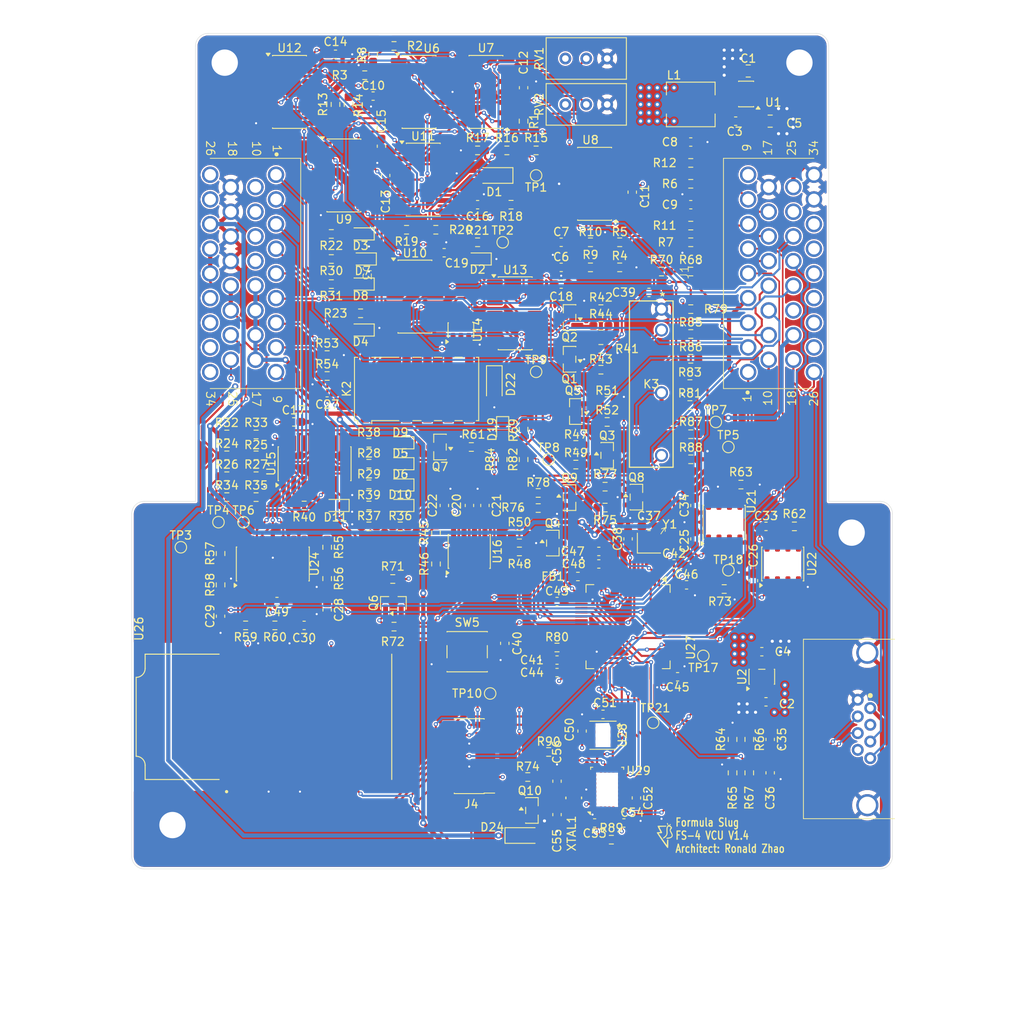
<source format=kicad_pcb>
(kicad_pcb (version 20241229) (generator "pcbnew") (generator_version "9.0")
  (title_block (title "VCU") (date "2026-01-26") (rev "1.4") (company "Formula Slug"))
  (layers (0 "F.Cu" signal "Signal_Top") (4 "In1.Cu" power "GND") (6 "In2.Cu" power "PWR") (2 "B.Cu" signal "Signal_Bottom") (13 "F.Paste" user) (15 "B.Paste" user) (5 "F.SilkS" user "F.Silkscreen") (7 "B.SilkS" user "B.Silkscreen") (1 "F.Mask" user) (3 "B.Mask" user) (25 "Edge.Cuts" user))
  (net 0 "")
  (net 1 "GND")
  (net 2 "+3V3")
  (net 3 "+5V")
  (net 4 "Net-(D1-A)")
  (net 5 "/Shutdown_VCU/BSPD_Fault_nDelayed")
  (net 6 "Net-(D2-A)")
  (net 7 "Net-(U1-BST)")
  (net 8 "+12V")
  (net 9 "Net-(D6-A)")
  (net 10 "Net-(U1-SW)")
  (net 11 "RTD_Button_3V3")
  (net 12 "/Rear_Brake_Raw")
  (net 13 "/Current_Vref_Raw")
  (net 14 "/Front_Brake_Raw")
  (net 15 "/Current_Analog_Raw")
  (net 16 "/BPPS_1_Raw")
  (net 17 "/APPS_1_Raw")
  (net 18 "/APPS_2_Raw")
  (net 19 "BOTS_Shutdown")
  (net 20 "E_Stop_Shutdown")
  (net 21 "Net-(D7-A)")
  (net 22 "RTD_LED")
  (net 23 "/RTD_LED_Cathode")
  (net 24 "/Brake_LED_Cathode")
  (net 25 "/TSSI_RED_Cathode")
  (net 26 "/RTD_Buzzer_Neg")
  (net 27 "/RTD_Buzzer_Pos")
  (net 28 "Dash_Launch_Filtered")
  (net 29 "Dash_Lap_Filtered")
  (net 30 "/TSSI_GREEN_Cathode")
  (net 31 "/Shutdown_VCU/High_Current_Output")
  (net 32 "/Shutdown_VCU/Hard_Braking")
  (net 33 "Hard_Braking_High_Current")
  (net 34 "Net-(D19-A)")
  (net 35 "/nBMS_Fault")
  (net 36 "Driverless_Signal_Filtered")
  (net 37 "Net-(D5-A)")
  (net 38 "/MCU/OSC_IN")
  (net 39 "/MCU/OSC_OUT")
  (net 40 "NRST")
  (net 41 "Shutdown_In")
  (net 42 "BSPD_Shutdown_Out")
  (net 43 "Inertia_Shutdown")
  (net 44 "Current_Vref_Buff_Filtered")
  (net 45 "Current_Analog_Buff_Filtered")
  (net 46 "/Shutdown_VCU/Diff_Current_Output")
  (net 47 "Rear_Brake_Fault")
  (net 48 "Current_Sensor_Fault")
  (net 49 "Front_Brake_Fault")
  (net 50 "RTD_Buzzer")
  (net 51 "BPPS_1_Buff_Filt")
  (net 52 "Net-(U16-THR)")
  (net 53 "APPS_1_Buff_Filt")
  (net 54 "Rear_Brake_Buff_Filtered")
  (net 55 "/Shutdown_VCU/Hard_Front_Brake")
  (net 56 "Front_Brake_Buff_Filtered")
  (net 57 "/Shutdown_VCU/Hard_Rear_Brake")
  (net 58 "/Shutdown_VCU/Front_Brake_Short")
  (net 59 "/Shutdown_VCU/Current_Sensor_Open")
  (net 60 "/Shutdown_VCU/Rear_Brake_Short")
  (net 61 "/Shutdown_VCU/Rear_Brake_Open")
  (net 62 "/Shutdown_VCU/Current_Sensor_Short")
  (net 63 "/Shutdown_VCU/Front_Brake_Open")
  (net 64 "APPS_2_Buff_Filt")
  (net 65 "/Shutdown_VCU/Brake_Current_Sensor_Fault")
  (net 66 "Net-(Q3-G)")
  (net 67 "Net-(Q4-G)")
  (net 68 "Net-(U16-CV)")
  (net 69 "CAN_Data_L")
  (net 70 "Net-(Q7-G)")
  (net 71 "Net-(Q8-G)")
  (net 72 "/Shutdown_VCU/BSPD_Set")
  (net 73 "STLINK_SWDIO")
  (net 74 "STLINK_SWCLK")
  (net 75 "STLINK_SWO")
  (net 76 "/MCU/BSPD_Fault_3V3")
  (net 77 "CAN_Data_H")
  (net 78 "INT1_3V3")
  (net 79 "UART4_TX")
  (net 80 "/nIMD_Fault")
  (net 82 "/MCU/BOOT0")
  (net 83 "/MCU/BOOT1")
  (net 84 "UART4_RX")
  (net 85 "SPI2_NSS")
  (net 86 "SPI2_SCK")
  (net 87 "SPI2_MISO")
  (net 88 "SPI2_MOSI")
  (net 89 "BME_NSS")
  (net 90 "Net-(D8-A)")
  (net 91 "Net-(D9-A)")
  (net 92 "Net-(U27-VCAP_1)")
  (net 93 "Net-(D10-A)")
  (net 94 "Net-(U29-CAP)")
  (net 95 "Net-(U29-XIN32)")
  (net 96 "Net-(U29-XOUT32{slash}CLKSEL1)")
  (net 97 "Net-(D11-A)")
  (net 98 "Net-(Q1-G)")
  (net 99 "Net-(Q2-G)")
  (net 100 "Net-(Q5-G)")
  (net 101 "Net-(D3-A)")
  (net 102 "Net-(Q9-G)")
  (net 103 "Net-(D4-A)")
  (net 104 "/MCU/BSDP_Fault")
  (net 105 "/Shutdown_VCU/High_Current_Threshold")
  (net 106 "/MCU/Rear_Brake_Buff_Filtered_3V")
  (net 107 "/Shutdown_VCU/Short_Threshold")
  (net 108 "BNO_BOOTN")
  (net 109 "/MCU/Front_Brake_Buff_Filtered_3V")
  (net 110 "/Shutdown_VCU/Open_Threshold")
  (net 111 "/Shutdown_VCU/BSPD_Delay_Threshold")
  (net 112 "/RTD_Button_Neg")
  (net 113 "/Dash_Lap")
  (net 114 "/Dash_Launch")
  (net 115 "/Driverless_Signal")
  (net 116 "Brake_Light_Signal")
  (net 117 "/Status_Indicator_Strip")
  (net 122 "/MCU/Status_Indicator_Strip_3V")
  (net 123 "/Shutdown_VCU/Shutdown_LEDS/TSSI_Status")
  (net 124 "/Shutdown_VCU/Shutdown_LEDS/5v_Oscillation")
  (net 125 "WKUP1")
  (net 126 "BNO_NRST")
  (net 127 "Net-(U6A--)")
  (net 128 "Net-(U6A-+)")
  (net 129 "Net-(R24-Pad2)")
  (net 130 "Net-(R26-Pad2)")
  (net 131 "Net-(R28-Pad2)")
  (net 132 "Net-(R29-Pad2)")
  (net 133 "Net-(R32-Pad2)")
  (net 134 "Net-(R34-Pad2)")
  (net 135 "Net-(R36-Pad2)")
  (net 136 "Net-(R38-Pad2)")
  (net 137 "Net-(R39-Pad2)")
  (net 138 "Net-(R40-Pad2)")
  (net 139 "Net-(R41-Pad2)")
  (net 140 "Net-(R42-Pad2)")
  (net 141 "/Reset_Button")
  (net 142 "/Shutdown_VCU/nBSPD_Fault")
  (net 144 "Net-(U16-DIS)")
  (net 145 "Net-(U24C--)")
  (net 146 "Net-(U24D--)")
  (net 147 "/MCU/BSPD_Shutdown_Out_3V04")
  (net 148 "/Shutdown_VCU/Shutdown_LEDS/TSSI_Red_Logic")
  (net 149 "Net-(U27-PC5)")
  (net 150 "/CAN_Powertrain_L")
  (net 151 "CAN_Powertrain_TX")
  (net 152 "CAN_Powertrain_RX")
  (net 153 "/CAN_Powertrain_H")
  (net 154 "CAN_Data_RX")
  (net 155 "CAN_Data_TX")
  (net 156 "/UART5_RX")
  (net 157 "/UART5_TX")
  (net 158 "Net-(U27-PA15)")
  (net 159 "Net-(U27-PB7)")
  (net 160 "Net-(U27-PA12)")
  (net 199 "/BMS_LED_Cathode")
  (net 200 "/BSPD_LED_Cathode")
  (net 201 "/IMD_LED_Cathode")
  (net 209 "Net-(U8C-+)")
  (net 210 "Net-(U8D-+)")
  (net 211 "Net-(U8B-+)")
  (net 212 "Net-(U8A-+)")
  (net 213 "Net-(U7A--)")
  (net 214 "Net-(U7B--)")
  (net 215 "Net-(U24A--)")
  (net 226 "Net-(D22-K)")
  (net 227 "Net-(K2-Pad12)")
  (net 228 "Net-(K2-Pad7)")
  (net 232 "+3V3A")
  (net 236 "Net-(U9-Pad2)")
  (net 243 "Net-(Q10-G)")
  (net 244 "Solenoid_Signal")
  (net 245 "/MCU/Solenoid_Neg")
  (footprint "Resistor_SMD:R_0603_1608Metric_Pad0.98x0.95mm_HandSolder" (layer "F.Cu") (at 208.405099 141.375501 180)
    (property "Reference" "R60")
    (property "Value" "20k")
  )
  (footprint "Package_SO:SOIC-14_3.9x8.7mm_P1.27mm" (layer "F.Cu") (at 225.423099 101.394001)
    (property "Reference" "U10")
    (property "Value" "SN74HCS08DR")
  )
  (footprint "Package_SO:SOIC-14_3.9x8.7mm_P1.27mm" (layer "F.Cu") (at 234.059099 76.502001 180)
    (property "Reference" "U7")
    (property "Value" "MCP6004")
  )
  (footprint "Resistor_SMD:R_0603_1608Metric_Pad0.98x0.95mm_HandSolder" (layer "F.Cu") (at 238.631099 121.206001 -90)
    (property "Reference" "R82")
    (property "Value" "10k")
  )
  (footprint "Capacitor_SMD:C_0603_1608Metric_Pad1.08x0.95mm_HandSolder" (layer "F.Cu") (at 242.695099 164.386001 90)
    (property "Reference" "C55")
    (property "Value" "12pF")
  )
  (footprint "LED_SMD:LED_0603_1608Metric_Pad1.05x0.95mm_HandSolder" (layer "F.Cu") (at 223.645099 121.714001 180)
    (property "Reference" "D5")
    (property "Value" "QBLP631-R3A")
  )
  (footprint "Capacitor_SMD:C_0603_1608Metric_Pad1.08x0.95mm_HandSolder" (layer "F.Cu") (at 253.871099 129.334001 180)
    (property "Reference" "C37")
    (property "Value" "6.8pF")
  )
  (footprint "Resistor_SMD:R_0603_1608Metric_Pad0.98x0.95mm_HandSolder" (layer "F.Cu") (at 244.981099 119.428001 180)
    (property "Reference" "R47")
    (property "Value" "100k")
  )
  (footprint "Capacitor_SMD:C_0603_1608Metric_Pad1.08x0.95mm_HandSolder" (layer "F.Cu") (at 268.095099 150.670001)
    (property "Reference" "C2")
    (property "Value" "1uF")
  )
  (footprint "Capacitor_SMD:C_0805_2012Metric_Pad1.18x1.45mm_HandSolder" (layer "F.Cu") (at 265.936099 73.962001)
    (property "Reference" "C1")
    (property "Value" "10uF")
  )
  (footprint "Package_TO_SOT_SMD:SOT-23" (layer "F.Cu") (at 228.471099 119.682001 180)
    (property "Reference" "Q7")
    (property "Value" "AO3400A")
  )
  (footprint "Resistor_SMD:R_0603_1608Metric_Pad0.98x0.95mm_HandSolder" (layer "F.Cu") (at 258.951099 92.758001 180)
    (property "Reference" "R11")
    (property "Value" "10k")
  )
  (footprint "Package_TO_SOT_SMD:SOT-23" (layer "F.Cu") (at 244.981099 115.364001 180)
    (property "Reference" "Q5")
    (property "Value" "AO3400A")
  )
  (footprint "Resistor_SMD:R_0603_1608Metric_Pad0.98x0.95mm_HandSolder" (layer "F.Cu") (at 224.407099 93.266001 180)
    (property "Reference" "R19")
    (property "Value" "5.23k")
  )
  (footprint "Capacitor_SMD:C_0603_1608Metric_Pad1.08x0.95mm_HandSolder" (layer "F.Cu") (at 233.043099 90.218001 180)
    (property "Reference" "C16")
    (property "Value" "1uF")
  )
  (footprint "Capacitor_SMD:C_0603_1608Metric_Pad1.08x0.95mm_HandSolder" (layer "F.Cu") (at 242.695099 160.322001 -90)
    (property "Reference" "C56")
    (property "Value" "12pF")
  )
  (footprint "FS_4_Global_Footprint_Library:RELAY_G6DN-1A" (layer "F.Cu") (at 255.395099 102.918001)
    (property "Reference" "K3")
    (property "Value" "G6DN-1A")
  )
  (footprint "Capacitor_SMD:C_0603_1608Metric_Pad1.08x0.95mm_HandSolder" (layer "F.Cu") (at 259.459099 126.794001 -90)
    (property "Reference" "C34")
    (property "Value" "0.1uF")
  )
  (footprint "Inductor_SMD:L_Bourns_SRP5030T" (layer "F.Cu") (at 258.951099 78.026001 180)
    (property "Reference" "L1")
    (property "Value" "4.7uH")
  )
  (footprint "Resistor_SMD:R_0603_1608Metric_Pad0.98x0.95mm_HandSolder" (layer "F.Cu") (at 248.537099 127.048001 180)
    (property "Reference" "R75")
    (property "Value" "100k")
  )
  (footprint "Capacitor_SMD:C_0603_1608Metric_Pad1.08x0.95mm_HandSolder" (layer "F.Cu") (at 233.932099 126.794001 -90)
    (property "Reference" "C21")
    (property "Value" "0.1uF")
  )
  (footprint "Resistor_SMD:R_0603_1608Metric_Pad0.98x0.95mm_HandSolder" (layer "F.Cu") (at 264.031099 155.242001 90)
    (property "Reference" "R64")
    (property "Value" "100k")
  )
  (footprint "Package_SO:SOIC-8_3.9x4.9mm_P1.27mm" (layer "F.Cu") (at 232.027099 132.382001 90)
    (property "Reference" "U16")
    (property "Value" "LM555CMX")
  )
  (footprint "Package_QFP:LQFP-64_10x10mm_P0.5mm" (layer "F.Cu") (at 251.331099 141.526001 -90)
    (property "Reference" "U27")
    (property "Value" "STM32F446RETx")
  )
  (footprint "TestPoint:TestPoint_Pad_D1.0mm" (layer "F.Cu") (at 260.475099 145.082001 180)
    (property "Reference" "TP17")
    (property "Value" "TestPoint")
  )
  (footprint "Resistor_SMD:R_0603_1608Metric_Pad0.98x0.95mm_HandSolder" (layer "F.Cu") (at 227.986599 130.137501 90)
    (property "Reference" "R45")
    (property "Value" "10k")
  )
  (footprint "Resistor_SMD:R_0603_1608Metric_Pad0.98x0.95mm_HandSolder" (layer "F.Cu") (at 233.043099 94.790001)
    (property "Reference" "R21")
    (property "Value" "300")
  )
  (footprint "Capacitor_SMD:C_0603_1608Metric_Pad1.08x0.95mm_HandSolder" (layer "F.Cu") (at 221.867099 86.662001 90)
    (property "Reference" "C13")
    (property "Value" "0.1uF")
  )
  (footprint "Resistor_SMD:R_0603_1608Metric_Pad0.98x0.95mm_HandSolder" (layer "F.Cu") (at 244.981099 121.818001)
    (property "Reference" "R49")
    (property "Value" "1k")
  )
  (footprint "Resistor_SMD:R_0603_1608Metric_Pad0.98x0.95mm_HandSolder" (layer "F.Cu") (at 248.029099 110.284001)
    (property "Reference" "R43")
    (property "Value" "1k")
  )
  (footprint "Capacitor_SMD:C_0603_1608Metric_Pad1.08x0.95mm_HandSolder" (layer "F.Cu") (at 221.359099 83.106001 -90)
    (property "Reference" "C15")
    (property "Value" "0.1uF")
  )
  (footprint "Resistor_SMD:R_0603_1608Metric_Pad0.98x0.95mm_HandSolder" (layer "F.Cu") (at 238.631099 117.534501 90)
    (property "Reference" "R69")
    (property "Value" "300")
  )
  (footprint "Resistor_SMD:R_0603_1608Metric_Pad0.98x0.95mm_HandSolder" (layer "F.Cu") (at 265.047099 124.254001 180)
    (property "Reference" "R63")
    (property "Value" "120")
  )
  (footprint "Resistor_SMD:R_0603_1608Metric_Pad0.98x0.95mm_HandSolder" (layer "F.Cu") (at 250.315099 97.838001 180)
    (property "Reference" "R4")
    (property "Value" "100k")
  )
  (footprint "Package_LGA:Bosch_LGA-8_3x3mm_P0.8mm_ClockwisePinNumbering" (layer "F.Cu") (at 248.283099 154.734001 -90)
    (property "Reference" "U28")
    (property "Value" "BME688")
  )
  (footprint "TestPoint:TestPoint_Pad_D1.0mm" (layer "F.Cu") (at 240.155099 86.662001 180)
    (property "Reference" "TP1")
    (property "Value" "TestPoint")
  )
  (footprint "Capacitor_SMD:C_0603_1608Metric_Pad1.08x0.95mm_HandSolder" (layer "F.Cu") (at 232.050599 126.794001 -90)
    (property "Reference" "C20")
    (property "Value" "1uF")
  )
  (footprint "Capacitor_SMD:C_0603_1608Metric_Pad1.08x0.95mm_HandSolder" (layer "F.Cu") (at 215.771099 71.930001)
    (property "Reference" "C14")
    (property "Value" "0.1uF")
  )
  (footprint "Capacitor_SMD:C_0603_1608Metric_Pad1.08x0.95mm_HandSolder" (layer "F.Cu") (at 257.350899 147.622001)
    (property "Reference" "C45")
    (property "Value" "0.1uF")
  )
  (footprint "Package_TO_SOT_SMD:SOT-23" (layer "F.Cu") (at 244.219099 125.838001)
    (property "Reference" "Q9")
    (property "Value" "AO3400A")
  )
  (footprint "Resistor_SMD:R_0603_1608Metric_Pad0.98x0.95mm_HandSolder" (layer "F.Cu") (at 223.645099 129.334001 180)
    (property "Reference" "R36")
    (property "Value" "200k")
  )
  (footprint "FS_4_Global_Footprint_Library:MODULE_STLINK-V3MODS" (layer "F.Cu") (at 192.635099 152.493971 90)
    (property "Reference" "U26")
    (property "Value" "STLINK-V3MODS")
  )
  (footprint "Capacitor_SMD:C_0603_1608Metric_Pad1.08x0.95mm_HandSolder" (layer "F.Cu") (at 242.695099 145.590001)
    (property "Reference" "C41")
    (property "Value" "4.7uF")
  )
  (footprint "MountingHole:MountingHole_3.2mm_M3_Pad" (layer "F.Cu") (at 202.309099 72.946001 90)
    (property "Reference" "H1" (hide yes))
    (property "Value" "MountingHole_Pad")
  )
  (footprint "LED_SMD:LED_0603_1608Metric_Pad1.05x0.95mm_HandSolder" (layer "F.Cu") (at 218.819099 99.870001 180)
    (property "Reference" "D8")
    (property "Value" "QBLP631-R3A")
  )
  (footprint "LED_SMD:LED_0603_1608Metric_Pad1.05x0.95mm_HandSolder" (layer "F.Cu") (at 233.043099 96.822001 180)
    (property "Reference" "D2")
    (property "Value" "QBLP631-R3A")
  )
  (footprint "Resistor_SMD:R_0603_1608Metric_Pad0.98x0.95mm_HandSolder" (layer "F.Cu") (at 217.359099 78.026001 -90)
    (property "Reference" "R14")
    (property "Value" "120k")
  )
  (footprint "Resistor_SMD:R_0603_1608Metric_Pad0.98x0.95mm_HandSolder" (layer "F.Cu") (at 202.563099 123.238001)
    (property "Reference" "R26")
    (property "Value" "200k")
  )
  (footprint "Capacitor_SMD:C_0603_1608Metric_Pad1.08x0.95mm_HandSolder" (layer "F.Cu") (at 264.412099 80.058001 180)
    (property "Reference" "C3")
    (property "Value" "0.1uF")
  )
  (footprint "Diode_SMD:Nexperia_CFP3_SOD-123W" (layer "F.Cu") (at 235.075099 86.662001 180)
    (property "Reference" "D1")
    (property "Value" "PMEG10020ELR")
  )
  (footprint "Package_TO_SOT_SMD:SOT-23" (layer "F.Cu") (at 242.187099 131.366001)
    (property "Reference" "Q4")
    (property "Value" "AO3400A")
  )
  (footprint "Package_TO_SOT_SMD:SOT-23-5" (layer "F.Cu") (at 267.587099 147.622001 90)
    (property "Reference" "U2")
    (property "Value" "MIC5504-3.3YM5")
  )
  (footprint "TestPoint:TestPoint_Pad_D1.0mm" (layer "F.Cu") (at 254.379099 153.210001)
    (property "Reference" "TP21")
    (property "Value" "TestPoint")
  )
  (footprint "Capacitor_SMD:C_0603_1608Metric_Pad1.08x0.95mm_HandSolder" (layer "F.Cu") (at 256.919099 133.906001 180)
    (property "Reference" "C42")
    (property "Value" "10uF")
  )
  (footprint "Resistor_SMD:R_0603_1608Metric_Pad0.98x0.95mm_HandSolder" (layer "F.Cu") (at 227.963099 93.266001 180)
    (property "Reference" "R20")
    (property "Value" "10k")
  )
  (footprint "Capacitor_SMD:C_0603_1608Metric_Pad1.08x0.95mm_HandSolder" (layer "F.Cu") (at 247.267099 165.402001)
    (property "Reference" "C53")
    (property "Value" "0.1uF")
  )
  (footprint "Package_SO:SOIC-14_3.9x8.7mm_P1.27mm" (layer "F.Cu") (at 225.931099 76.502001)
    (property "Reference" "U6")
    (property "Value" "MCP6004")
  )
  (footprint "Package_TO_SOT_SMD:SOT-23" (layer "F.Cu") (at 222.806899 138.630401 90)
    (property "Reference" "Q6")
    (property "Value" "AO3400A")
  )
  (footprint "Resistor_SMD:R_0603_1608Metric_Pad0.98x0.95mm_HandSolder" (layer "F.Cu") (at 214.755099 131.874001 -90)
    (property "Reference" "R55")
    (property "Value" "12k")
  )
  (footprint "Resistor_SMD:R_0603_1608Metric_Pad0.98x0.95mm_HandSolder" (layer "F.Cu") (at 219.835099 119.174001 180)
    (property "Reference" "R38")
    (property "Value" "300")
  )
  (footprint "Resistor_SMD:R_0603_1608Metric_Pad0.98x0.95mm_HandSolder" (layer "F.Cu") (at 219.835099 129.334001 180)
    (property "Reference" "R37")
    (property "Value" "100k")
  )
  (footprint "LED_SMD:LED_0603_1608Metric_Pad1.05x0.95mm_HandSolder" (layer "F.Cu") (at 223.645099 124.304001 180)
    (property "Reference" "D6")
    (property "Value" "QBLP631-R3A")
  )
  (footprint "Capacitor_SMD:C_0603_1608Metric_Pad1.08x0.95mm_HandSolder" (layer "F.Cu") (at 250.823099 165.402001 180)
    (property "Reference" "C54")
    (property "Value" "0.1uF")
  )
  (footprint "Resistor_SMD:R_0603_1608Metric_Pad0.98x0.95mm_HandSolder" (layer "F.Cu") (at 222.883099 70.914001 180)
    (property "Reference" "R2")
    (property "Value" "10k")
  )
  (footprint "Resistor_SMD:R_0603_1608Metric_Pad0.98x0.95mm_HandSolder" (layer "F.Cu") (at 255.395099 98.346001)
    (property "Reference" "R70")
    (property "Value" "300k")
  )
  (footprint "Resistor_SMD:R_0603_1608Metric_Pad0.98x0.95mm_HandSolder" (layer "F.Cu") (at 204.849099 141.375501 180)
    (property "Reference" "R59")
    (property "Value" "12k")
  )
  (footprint "Capacitor_SMD:C_0603_1608Metric_Pad1.08x0.95mm_HandSolder" (layer "F.Cu") (at 258.443099 136.446001)
    (property "Reference" "C46")
    (property "Value" "0.1uF")
  )
  (footprint "Resistor_SMD:R_0603_1608Metric_Pad0.98x0.95mm_HandSolder" (layer "F.Cu") (at 236.599099 83.614001)
    (property "Reference" "R16")
    (property "Value" "169k")
  )
  (footprint "MountingHole:MountingHole_3.2mm_M3_Pad" (layer "F.Cu") (at 278.509099 130.096001 90)
    (property "Reference" "H3" (hide yes))
    (property "Value" "MountingHole_Pad")
  )
  (footprint "Capacitor_SMD:C_0603_1608Metric_Pad1.08x0.95mm_HandSolder" (layer "F.Cu") (at 210.691099 116.634001)
    (property "Reference" "C17")
    (property "Value" "0.1uF")
  )
  (footprint "Capacitor_SMD:C_0603_1608Metric_Pad1.08x0.95mm_HandSolder" (layer "F.Cu") (at 251.331099 130.858001 90)
    (property "Reference" "C38")
    (property "Value" "6.8pF")
  )
  (footprint "Resistor_SMD:R_0603_1608Metric_Pad0.98x0.95mm_HandSolder" (layer "F.Cu") (at 219.835099 121.714001 180)
    (property "Reference" "R28")
    (property "Value" "300")
  )
  (footprint "Resistor_SMD:R_0603_1608Metric_Pad0.98x0.95mm_HandSolder" (layer "F.Cu") (at 239.139099 159.814001 180)
    (property "Reference" "R74")
    (property "Value" "1k")
  )
  (footprint "Package_SO:SOIC-14_3.9x8.7mm_P1.27mm" (layer "F.Cu") (at 213.231099 121.714001 90)
    (property "Reference" "U15")
    (property "Value" "SN74HC14DR")
  )
  (footprint "Capacitor_SMD:C_0603_1608Metric_Pad1.08x0.95mm_HandSolder" (layer "F.Cu") (at 245.743099 154.226001 90)
    (property "Reference" "C50")
    (property "Value" "0.1uF")
  )
  (footprint "FS_4_Global_Footprint_Library:XTAL_ABS07-120_ABR" (layer "F.Cu") (at 244.727099 162.354001 90)
    (property "Reference" "XTAL1")
    (property "Value" "ABS07-120-32.768KHZ-T")
  )
  (footprint "Resistor_SMD:R_0603_1608Metric_Pad0.98x0.95mm_HandSolder" (layer "F.Cu") (at 218.819099 103.426001)
    (property "Reference" "R23")
    (property "Value" "300")
  )
  (footprint "Resistor_SMD:R_0603_1608Metric_Pad0.98x0.95mm_HandSolder" (layer "F.Cu") (at 215.263099 99.870001 180)
    (property "Reference" "R31")
    (property "Value" "300")
  )
  (footprint "Package_TO_SOT_SMD:TSOT-23-6" (layer "F.Cu") (at 265.682099 76.756001 180)
    (property "Reference" "U1")
    (property "Value" "AP63205WU")
  )
  (footprint "Resistor_SMD:R_0603_1608Metric_Pad0.98x0.95mm_HandSolder" (layer "F.Cu") (at 233.043099 83.614001 180)
    (property "Reference" "R17")
    (property "Value" "10k")
  )
  (footprint "Package_TO_SOT_SMD:SC-74-6_1.55x2.9mm_P0.95mm" (layer "F.Cu") (at 231.011099 105.458001 90)
    (property "Reference" "U14")
    (property "Value" "SZNUD3124DMT1G")
  )
  (footprint "Resistor_SMD:R_0603_1608Metric_Pad0.98x0.95mm_HandSolder" (layer "F.Cu") (at 258.847599 114.573002)
    (property "Reference" "R81")
    (property "Value" "20k")
  )
  (footprint "Resistor_SMD:R_0603_1608Metric_Pad0.98x0.95mm_HandSolder" (layer "F.Cu") (at 246.759099 94.790001)
    (property "Reference" "R10")
    (property "Value" "100k")
  )
  (footprint "Crystal:Crystal_SMD_2016-4Pin_2.0x1.6mm" (layer "F.Cu") (at 253.871099 131.366001)
    (property "Reference" "Y1")
    (property "Value" "ECS-240-8-37B-CKY-TR")
  )
  (footprint "Package_SO:SOIC-14_3.9x8.7mm_P1.27mm" (layer "F.Cu") (at 237.615099 103.426001)
    (property "Reference" "U13")
    (property "Value" "SN74HC14DR")
  )
  (footprint "Resistor_SMD:R_0603_1608Metric_Pad0.98x0.95mm_HandSolder" (layer "F.Cu") (at 215.771099 78.026001 90)
    (property "Reference" "R13")
    (property "Value" "191k")
  )
  (footprint "Package_TO_SOT_SMD:SOT-23" (layer "F.Cu") (at 239.647099 163.878001)
    (property "Reference" "Q10")
    (property "Value" "AO3400A")
  )
  (footprint "Package_TO_SOT_SMD:SOT-23" (layer "F.Cu") (at 244.219099 103.934001 180)
    (property "Reference" "Q2")
    (property "Value" "AO3400A")
  )
  (footprint "Resistor_SMD:R_0603_1608Metric_Pad0.98x0.95mm_HandSolder" (layer "F.Cu") (at 222.883099 141.526001 180)
    (property "Reference" "R72")
    (property "Value" "10k")
  )
  (footprint "Resistor_SMD:R_0603_1608Metric_Pad0.98x0.95mm_HandSolder" (layer "F.Cu") (at 271.547599 129.334001 180)
    (property "Reference" "R62")
    (property "Value" "120")
  )
  (footprint "Diode_SMD:Nexperia_CFP3_SOD-123W" (layer "F.Cu") (at 238.631099 166.926001)
    (property "Reference" "D24")
    (property "Value" "PMEG10020ELR")
  )
  (footprint "Package_SO:SOIC-8_3.9x4.9mm_P1.27mm" (layer "F.Cu") (at 270.127099 133.906001 90)
    (property "Reference" "U22")
    (property "Value" "ISO1044BD")
  )
  (footprint "MountingHole:MountingHole_3.2mm_M3_Pad" (layer "F.Cu") (at 195.958626 165.656001 90)
    (property "Reference" "H2" (hide yes))
    (property "Value" "MountingHole_Pad")
  )
  (footprint "Resistor_SMD:R_0603_1608Metric_Pad0.98x0.95mm_HandSolder" (layer "F.Cu") (at 206.119099 118.158001)
    (property "Reference" "R33")
    (property "Value" "100k")
  )
  (footprint "Capacitor_SMD:C_0603_1608Metric_Pad1.08x0.95mm_HandSolder" (layer "F.Cu") (at 208.659099 138.478001)
    (property "Reference" "C49")
    (property "Value" "0.1uF")
  )
  (footprint "FS_4_Global_Footprint_Library:FORMULA SLUG" (layer "F.Cu") (at 258.951099 166.984545)
    (property "Reference" "G***" (hide yes))
    (property "Value" "LOGO" (hide yes))
  )
  (footprint "Resistor_SMD:R_0603_1608Metric_Pad0.98x0.95mm_HandSolder" (layer "F.Cu") (at 258.951099 121.177002)
    (property "Reference" "R88")
    (property "Value" "200k")
  )
  (footprint "Resistor_SMD:R_0603_1608Metric_Pad0.98x0.95mm_HandSolder" (layer "F.Cu") (at 240.155099 83.614001 180)
    (property "Reference" "R15")
    (property "Value" "9.53k")
  )
  (footprint "Resistor_SMD:R_0603_1608Metric_Pad0.98x0.95mm_HandSolder" (layer "F.Cu") (at 241.679099 156.766001 180)
    (property "Reference" "R90")
    (property "Value" "100k")
  )
  (footprint "Capacitor_SMD:C_0603_1608Metric_Pad1.08x0.95mm_HandSolder" (layer "F.Cu") (at 248.283099 152.194001)
    (property "Reference" "C51")
    (property "Value" "0.1uF")
  )
  (footprint "Capacitor_SMD:C_0603_1608Metric_Pad1.08x0.95mm_HandSolder" (layer "F.Cu") (at 211.961099 141.375501)
    (property "Reference" "C30")
    (property "Value" "3.9nF")
  )
  (footprint "TestPoint:TestPoint_Pad_D1.0mm" (layer "F.Cu") (at 263.523099 134.668001)
    (property "Reference" "TP18")
    (property "Value" "TestPoint")
  )
  (footprint "Capacitor_SMD:C_0603_1608Metric_Pad1.08x0.95mm_HandSolder" (layer "F.Cu") (at 238.631099 75.994001 90)
    (property "Reference" "C12")
    (property "Value" "0.1uF")
  )
  (footprint "LED_SMD:LED_0603_1608Metric_Pad1.05x0.95mm_HandSolder" (layer "F.Cu") (at 236.091099 117.650001 -90)
    (property "Reference" "D19")
    (property "Value" "LTST-S270KRKT")
  )
  (footprint "FS_4_Global_Footprint_Library:ATS13-34PA2-BM01" (layer "F.Cu") (at 204.5438 98.57564 -90)
    (property "Reference" "J3")
    (property "Value" "ATS13-34PA2-BM01")
  )
  (footprint "Capacitor_SMD:C_0603_1608Metric_Pad1.08x0.95mm_HandSolder" (layer "F.Cu") (at 267.587099 144.574001 180)
    (property "Reference" "C4")
    (property "Value" "1uF")
  )
  (footprint "Capacitor_SMD:C_0603_1608Metric_Pad1.08x0.95mm_HandSolder" (layer "F.Cu") (at 268.095099 129.334001)
    (property "Reference" "C33")
    (property "Value" "0.1uF")
  )
  (footprint "Potentiometer_THT:Potentiometer_Bourns_3296W_Vertical" (layer "F.Cu") (at 243.711099 78.026001 180)
    (property "Reference" "RV2")
    (property "Value" "3296W_10K")
  )
  (footprint "Resistor_SMD:R_0603_1608Metric_Pad0.98x0.95mm_HandSolder" (layer "F.Cu") (at 240.409099 127.108001)
    (property "Reference" "R76")
    (property "Value" "100k")
  )
  (footprint "Resistor_SMD:R_0603_1608Metric_Pad0.98x0.95mm_HandSolder" (layer "F.Cu") (at 249.299099 167.434001)
    (property "Reference" "R89")
    (property "Value" "4.7k")
  )
  (footprint "LED_SMD:LED_0603_1608Metric_Pad1.05x0.95mm_HandSolder" (layer "F.Cu") (at 218.819099 105.458001 180)
    (property "Reference" "D4")
    (property "Value" "QBLP631-R3A")
  )
  (footprint "Inductor_SMD:L_0603_1608Metric_Pad1.05x0.95mm_HandSolder" (layer "F.Cu") (at 245.235099 135.430001)
    (property "Reference" "FB1")
    (property "Value" "FCM 1608KF-601T03")
  )
  (footprint "Capacitor_SMD:C_0603_1608Metric_Pad1.08x0.95mm_HandSolder" (layer "F.Cu") (at 243.203099 97.838001 180)
    (property "Reference" "C6")
    (property "Value" "0.015uF")
  )
  (footprint "Resistor_SMD:R_0603_1608Metric_Pad0.98x0.95mm_HandSolder" (layer "F.Cu") (at 248.791099 114.094001 180)
    (property "Reference" "R51")
    (property "Value" "100k")
  )
  (footprint "Capacitor_SMD:C_0805_2012Metric_Pad1.18x1.45mm_HandSolder" (layer "F.Cu") (at 268.603099 80.058001 180)
    (property "Reference" "C5")
    (property "Value" "47uF")
  )
  (footprint "Resistor_SMD:R_0603_1608Metric_Pad0.98x0.95mm_HandSolder" (layer "F.Cu") (at 240.409099 125.270001 180)
    (property "Reference" "R78")
    (property "Value" "1k")
  )
  (footprint "Capacitor_SMD:C_0603_1608Metric_Pad1.08x0.95mm_HandSolder" (layer "F.Cu") (at 266.571099 135.938001 90)
    (property "Reference" "C26")
    (property "Value" "0.1uF")
  )
  (footprint "TestPoint:TestPoint_Pad_D1.0mm" (layer "F.Cu") (at 261.999099 116.634001)
    (property "Reference" "TP7")
    (property "Value" "BSPD_Shutdown_Out")
  )
  (footprint "Resistor_SMD:R_0603_1608Metric_Pad0.98x0.95mm_HandSolder" (layer "F.Cu") (at 248.029099 107.744001 180)
    (property "Reference" "R41")
    (property "Value" "100k")
  )
  (footprint "TestPoint:TestPoint_Pad_D1.0mm" (layer "F.Cu") (at 196.975099 131.874001)
    (property "Reference" "TP3")
    (property "Value" "BOTS_Shutdown")
  )
  (footprint "Resistor_SMD:R_0603_1608Metric_Pad0.98x0.95mm_HandSolder" (layer "F.Cu") (at 202.563099 120.698001)
    (property "Reference" "R24")
    (property "Value" "200k")
  )
  (footprint "TestPoint:TestPoint_Pad_D1.0mm" (layer "F.Cu") (at 241.679099 121.206001)
    (property "Reference" "TP8")
    (property "Value" "TSSI_Status")
  )
  (footprint "Capacitor_SMD:C_0603_1608Metric_Pad1.08x0.95mm_HandSolder" (layer "F.Cu") (at 247.775099 133.906001 180)
    (property "Reference" "C48")
    (property "Value" "0.1uF")
  )
  (footprint "Package_SO:SOIC-14_3.9x8.7mm_P1.27mm" (layer "F.Cu") (at 226.439099 87.170001)
    (property "Reference" "U11")
    (property "Value" "MCP6004")
  )
  (footprint "Resistor_SMD:R_0603_1608Metric_Pad0.98x0.95mm_HandSolder" (layer "F.Cu") (at 263.015099 136.954001)
    (property "Reference" "R73")
    (property "Value" "10k")
  )
  (footprint "Package_TO_SOT_SMD:SOT-23" (layer "F.Cu") (at 244.219099 109.014001 180)
    (property "Reference" "Q1")
    (property "Value" "AO3400A")
  )
  (footprint "Capacitor_SMD:C_0603_1608Metric_Pad1.08x0.95mm_HandSolder" (layer "F.Cu") (at 268.603099 155.242001 -90)
    (property "Reference" "C35")
    (property "Value" "4.7uF")
  )
  (footprint "Resistor_SMD:R_0603_1608Metric_Pad0.98x0.95mm_HandSolder" (layer "F.Cu") (at 258.951099 105.937002)
    (property "Reference" "R85")
    (property "Value" "20k")
  )
  (footprint "Resistor_SMD:R_0603_1608Metric_Pad0.98x0.95mm_HandSolder" (layer "F.Cu") (at 214.755099 111.046001)
    (property "Reference" "R54")
    (property "Value" "100k")
  )
  (footprint "Capacitor_SMD:C_0603_1608Metric_Pad1.08x0.95mm_HandSolder" (layer "F.Cu") (at 247.775099 132.382001 180)
    (property "Reference" "C47")
    (property "Value" "1uF")
  )
  (footprint "Package_TO_SOT_SMD:SOT-23" (layer "F.Cu") (at 248.791099 120.698001)
    (property "Reference" "Q3")
    (property "Value" "AO3400A")
  )
  (footprint "Package_SO:SOIC-14_3.9x8.7mm_P1.27mm" (layer "F.Cu") (at 247.267099 87.678001 180)
    (property "Reference" "U8")
    (property "Value" "MCP6004")
  )
  (footprint "Capacitor_SMD:C_0603_1608Metric_Pad1.08x0.95mm_HandSolder" (layer "F.Cu") (at 229.002599 126.794001 90)
    (property "Reference" "C22")
    (property "Value" "0.1uF")
  )
  (footprint "Relay_SMD:Relay_DPDT_Omron_G6SK-2G" (layer "F.Cu") (at 225.677099 112.572001 90)
    (property "Reference" "K2")
    (property "Value" "G6SK-2G")
  )
  (footprint "TestPoint:TestPoint_Pad_D1.0mm" (layer "F.Cu") (at 240.155099 110.538001)
    (property "Reference" "TP9")
    (property "Value" "TSSI_Red_Logic")
  )
  (footprint "Resistor_SMD:R_0603_1608Metric_Pad0.98x0.95mm_HandSolder" (layer "F.Cu") (at 206.119099 123.238001)
    (property "Reference" "R27")
    (property "Value" "100k")
  )
  (footprint "LED_SMD:LED_0603_1608Metric_Pad1.05x0.95mm_HandSolder" (layer "F.Cu") (at 215.771099 126.794001 180)
    (property "Reference" "D11")
    (property "Value" "QBLP631-R3A")
  )
  (footprint "Resistor_SMD:R_0603_1608Metric_Pad0.98x0.95mm_HandSolder" (layer "F.Cu") (at 258.951099 85.138001 180)
    (property "Reference" "R12")
    (property "Value" "10k")
  )
  (footprint "Resistor_SMD:R_0603_1608Metric_Pad0.98x0.95mm_HandSolder" (layer "F.Cu") (at 242.695099 144.066001 180)
    (property "Reference" "R80")
    (property "Value" "10k")
  )
  (footprint "Resistor_SMD:R_0603_1608Metric_Pad0.98x0.95mm_HandSolder" (layer "F.Cu") (at 266.063099 159.306001 -90)
    (property "Reference" "R67")
    (property "Value" "300k")
  )
  (footprint "Resistor_SMD:R_0603_1608Metric_Pad0.98x0.95mm_HandSolder" (layer "F.Cu") (at 215.263099 93.774001 180)
    (property "Reference" "R22")
    (property "Value" "300")
  )
  (footprint "Resistor_SMD:R_0603_1608Metric_Pad0.98x0.95mm_HandSolder" (layer "F.Cu") (at 248.791099 116.634001)
    (property "Reference" "R52")
    (property "Value" "1k")
  )
  (footprint "Resistor_SMD:R_0603_1608Metric_Pad0.98x0.95mm_HandSolder" (layer "F.Cu") (at 258.951099 94.790001)
    (property "Reference" "R7")
    (property "Value" "220k")
  )
  (footprint "LED_SMD:LED_0603_1608Metric_Pad1.05x0.95mm_HandSolder" (layer "F.Cu") (at 219.073099 96.822001 180)
    (property "Reference" "D7")
    (property "Value" "QBLP631-R3A")
  )
  (footprint "Resistor_SMD:R_0603_1608Metric_Pad0.98x0.95mm_HandSolder" (layer "F.Cu") (at 264.031099 159.306001 90)
    (property "Reference" "R65")
    (property "Value" "100k")
  )
  (footprint "Package_SO:SOIC-14_3.9x8.7mm_P1.27mm" (layer "F.Cu") (at 210.183099 76.502001)
    (property "Reference" "U12")
    (property "Value" "SN74HCS32DR")
  )
  (footprint "Resistor_SMD:R_0603_1608Metric_Pad0.98x0.95mm_HandSolder" (layer "F.Cu") (at 214.755099 135.684001 -90)
    (property "Reference" "R56")
    (property "Value" "20k")
  )
  (footprint "Resistor_SMD:R_0603_1608Metric_Pad0.98x0.95mm_HandSolder" (layer "F.Cu") (at 219.835099 124.224001 180)
    (property "Reference" "R29")
    (property "Value" "300")
  )
  (footprint "Package_TO_SOT_SMD:SOT-23" (layer "F.Cu") (at 252.347099 125.778001)
    (property "Reference" "Q8")
    (property "Value" "AO3400A")
  )
  (footprint "Capacitor_SMD:C_0603_1608Metric_Pad1.08x0.95mm_HandSolder" (layer "F.Cu") (at 214.755099 139.494001 -90)
    (property "Reference" "C28")
    (property "Value" "3.9nF")
  )
  (footprint "Capacitor_SMD:C_0603_1608Metric_Pad1.08x0.95mm_HandSolder" (layer "F.Cu") (at 228.979099 96.060001)
    (property "Reference" "C19")
    (property "Value" "0.1uF")
  )
  (footprint "Resistor_SMD:R_0603_1608Metric_Pad0.98x0.95mm_HandSolder" (layer "F.Cu") (at 250.315099 94.790001)
    (property "Reference" "R5")
    (property "Value" "100k")
  )
  (footprint "Resistor_SMD:R_0603_1608Metric_Pad0.98x0.95mm_HandSolder" (layer "F.Cu") (at 238.123099 132.382001 180)
    (property "Reference" "R48")
    (property "Value" "100k")
  )
  (footprint "Capacitor_SMD:C_0603_1608Metric_Pad1.08x0.95mm_HandSolder" (layer "F.Cu") (at 268.603099 159.306001 -90)
    (property "Reference" "C36")
    (property "Value" "4.7uF")
  )
  (footprint "Capacitor_SMD:C_0603_1608Metric_Pad1.08x0.95mm_HandSolder" (layer "F.Cu") (at 220.343099 77.010001 180)
    (property "Reference" "C10")
    (property "Value" "0.1uF")
  )
  (footprint "Resistor_SMD:R_0603_1608Metric_Pad0.98x0.95mm_HandSolder" (layer "F.Cu") (at 202.563099 125.778001)
    (property "Reference" "R34")
    (property "Value" "200k")
  )
  (footprint "Connector_PinHeader_1.27mm:PinHeader_2x07_P1.27mm_Vertical_SMD" (layer "F.Cu") (at 232.027099 157.274001 180)
    (property "Reference" "J4")
    (property "Value" "FTSH-107-01-F-DV-K-P-TR")
  )
  (footprint "Resistor_SMD:R_0603_1608Metric_Pad0.98x0.95mm_HandSolder" (layer "F.Cu") (at 258.951099 118.129002 180)
    (property "Reference" "R87")
    (property "Value" "100k")
  )
  (footprint "Resistor_SMD:R_0603_1608Metric_Pad0.98x0.95mm_HandSolder" (layer "F.Cu") (at 258.951099 102.918001 180)
    (property "Reference" "R79")
    (property "Value" "300")
  )
  (footprint "Capacitor_SMD:C_0603_1608Metric_Pad1.08x0.95mm_HandSolder" (layer "F.Cu") (at 242.695099 138.478001 180)
    (property "Reference" "C43")
    (property "Value" "0.1uF")
  )
  (footprint "Package_SO:SOIC-8_3.9x4.9mm_P1.27mm" (layer "F.Cu") (at 263.015099 128.826001 90)
    (property "Reference" "U21")
    (property "Value" "ISO1044BD")
  )
  (footprint "Resistor_SMD:R_0603_1608Metric_Pad0.98x0.95mm_HandSolder" (layer "F.Cu") (at 258.847599 112.033002)
    (property "Reference" "R83")
    (property "Value" "10k")
  )
  (footprint "Capacitor_SMD:C_0603_1608Metric_Pad1.08x0.95mm_HandSolder" (layer "F.Cu") (at 243.203099 99.870001)
    (property "Reference" "C18")
    (property "Value" "0.1uF")
  )
  (footprint "TestPoint:TestPoint_Pad_D1.0mm" (layer "F.Cu") (at 263.523099 119.682001)
    (property "Reference" "TP5")
    (property "Value" "Shutdown_In")
  )
  (footprint "Capacitor_SMD:C_0603_1608Metric_Pad1.08x0.95mm_HandSolder" (layer "F.Cu") (at 236.345099 143.558001 90)
    (property "Reference" "C40")
    (property "Value" "0.1uF")
  )
  (footprint "Capacitor_SMD:C_0603_1608Metric_Pad1.08x0.95mm_HandSolder" (layer "F.Cu") (at 201.801099 140.256001 -90)
    (property "Reference" "C29")
    (property "Value" "3.9nF")
  )
  (footprint "Capacitor_SMD:C_0603_1608Metric_Pad1.08x0.95mm_HandSolder" (layer "F.Cu") (at 242.695099 147.114001 180)
    (property "Reference" "C44")
    (property "Value" "0.1uF")
  )
  (footprint "Resistor_SMD:R_0603_1608Metric_Pad0.98x0.95mm_HandSolder" (layer "F.Cu") (at 202.563099 118.158001)
    (property "Reference" "R32")
    (property "Value" "200k")
  )
  (footprint "FS_4_Global_Footprint_Library:ATS13-34PB2-BM01" (layer "F.Cu") (at 269.9239 98.5746 90)
    (property "Reference" "J1")
    (property "Value" "ATS13-34PB2-BM01")
  )
  (footprint "Resistor_SMD:R_0603_1608Metric_Pad0.98x0.95mm_HandSolder" (layer "F.Cu") (at 232.281099 119.682001)
    (property "Reference" "R61")
    (property "Value" "1k")
  )
  (footprint "MountingHole:MountingHole_3.2mm_M3_Pad" (layer "F.Cu") (at 272.159099 72.946001 90)
    (property "Reference" "H4" (hide yes))
    (property "Value" "MountingHole_Pad")
  )
  (footprint "Resistor_SMD:R_0603_1608Metric_Pad0.98x0.95mm_HandSolder" (layer "F.Cu") (at 206.119099 125.778001)
    (property "Reference" "R35")
    (property "Value" "100k")
  )
  (footprint "TestPoint:TestPoint_Pad_D1.0mm" (layer "F.Cu") (at 201.547099 128.826001)
    (property "Reference" "TP4")
    (property "Value" "Inertia_Shutdown")
  )
  (footprint "Capacitor_SMD:C_0603_1608Metric_Pad1.08x0.95mm_HandSolder" (layer "F.Cu") (at 258.951099 90.218001 180)
    (property "Reference" "C9")
    (property "Value" "1.8nF")
  )
  (footprint "Resistor_SMD:R_0603_1608Metric_Pad0.98x0.95mm_HandSolder" (layer "F.Cu") (at 206.119099 120.698001)
    (property "Reference" "R25")
    (property "Value" "100k")
  )
  (footprint "Resistor_SMD:R_0603_1608Metric_Pad0.98x0.95mm_HandSolder" (layer "F.Cu") (at 237.107099 90.218001 180)
    (property "Reference" "R18")
    (property "Value" "430k")
  )
  (footprint "Potentiometer_THT:Potentiometer_Bourns_3296W_Vertical" (layer "F.Cu") (at 243.711099 72.443001 180)
    (property "Reference" "RV1")
    (property "Value" "3296W_10K")
  )
  (footprint "Capacitor_SMD:C_0603_1608Metric_Pad1.08x0.95mm_HandSolder" (layer "F.Cu") (at 251.839099 88.694001 -90)
    (property "Reference" "C11")
    (property "Value" "0.1uF")
  )
  (footprint "Resistor_SMD:R_0603_1608Metric_Pad0.98x0.95mm_HandSolder" (layer "F.Cu") (at 215.263099 96.822001 180)
    (property "Reference" "R30")
    (property "Value" "300")
  )
  (footprint "Package_SO:SOIC-14_3.9x8.7mm_P1.27mm" (layer "F.Cu") (at 216.787099 86.662001)
    (property "Reference" "U9")
    (property "Value" "SN74HCS32DR")
  )
  (footprint "Package_SO:SOIC-14_3.9x8.7mm_P1.27mm" (layer "F.Cu") (at 208.151099 133.906001 90)
    (property "Reference" "U24")
    (property "Value" "MCP6004")
  )
  (footprint "Capacitor_SMD:C_0603_1608Metric_Pad1.08x0.95mm_HandSolder" (layer "F.Cu") (at 258.951099 82.598001)
    (property "Reference" "C8")
    (property "Value" "1.8nF")
  )
  (footprint "Package_LGA:LGA-28_5.2x3.8mm_P0.5mm" (layer "F.Cu") (at 248.791099 161.338001 90)
    (property "Reference" "U29")
    (property "Value" "BNO086")
  )
  (footprint "Resistor_SMD:R_0603_1608Metric_Pad0.98x0.95mm_HandSolder" (layer "F.Cu") (at 201.801099 132.636001 -90)
    (property "Reference" "R57")
    (property "Value" "20k")
  )
  (footprint "Resistor_SMD:R_0603_1608Metric_Pad0.98x0.95mm_HandSolder" (layer "F.Cu") (at 266.063099 155.242001 -90)
    (property "Reference" "R66")
    (property "Value" "300k")
  )
  (footprint "Resistor_SMD:R_0603_1608Metric_Pad0.98x0.95mm_HandSolder" (layer "F.Cu") (at 236.091099 121.206001 90)
    (property "Reference" "R84")
    (property "Value" "36k")
  )
  (footprint "Diode_SMD:Nexperia_CFP3_SOD-123W" (layer "F.Cu") (at 235.075099 112.062001 -90)
    (property "Reference" "D22")
    (property "Value" "PMEG10020ELR")
  )
  (footprint "Resistor_SMD:R_0603_1608Metric_Pad0.98x0.95mm_HandSolder" (layer "F.Cu") (at 238.123099 130.350001 180)
    (property "Reference" "R50")
    (property "Value" "1k")
  )
  (footprint "Resistor_SMD:R_0603_1608Metric_Pad0.98x0.95mm_HandSolder" (layer "F.Cu") (at 222.730699 135.734801 180)
    (property "Reference" "R71")
    (property "Value" "10k")
  )
  (footprint "Capacitor_SMD:C_0603_1608Metric_Pad1.08x0.95mm_HandSolder" (layer "F.Cu") (at 259.459099 130.858001 90)
    (property "Reference" "C25")
    (property "Value" "0.1uF")
  )
  (footprint "TestPoint:TestPoint_Pad_D1.0mm" (layer "F.Cu") (at 236.091099 94.790001)
    (property "Reference" "TP2")
    (property "Value" "TestPoint")
  )
  (footprint "LED_SMD:LED_0603_1608Metric_Pad1.05x0.95mm_HandSolder" (layer "F.Cu") (at 218.819099 93.774001 180)
    (property "Reference" "D3")
    (property "Value" "QBLP631-R3A")
  )
  (footprint "Resistor_SMD:R_0603_1608Metric_Pad0.98x0.95mm_HandSolder" (layer "F.Cu") (at 201.801099 136.446001 -90)
    (property "Reference" "R58")
    (property "Value" "12k")
  )
  (footprint "LED_SMD:LED_0603_1608Metric_Pad1.05x0.95mm_HandSolder" (layer "F.Cu") (at 223.645099 119.174001 180)
    (property "Reference" "D9")
    (property "Value" "QBLP631-R3A")
  )
  (footprint "Resistor_SMD:R_0603_1608Metric_Pad0.98x0.95mm_HandSolder" (layer "F.Cu") (at 227.986599 133.906001 90)
    (property "Reference" "R46")
    (property "Value" "220k")
  )
  (footprint "Capacitor_SMD:C_0603_1608Metric_Pad1.08x0.95mm_HandSolder" (layer "F.Cu") (at 252.347099 162.354001 -90)
    (property "Reference" "C52")
    (property "Value" "0.1uF")
  )
  (footprint "Resistor_SMD:R_0603_1608Metric_Pad0.98x0.95mm_HandSolder" (layer "F.Cu") (at 219.835099 126.794001 180)
    (property "Reference" "R39")
    (property "Value" "300")
  )
  (footprint "Capacitor_SMD:C_0603_1608Metric_Pad1.08x0.95mm_HandSolder" (layer "F.Cu") (at 243.203099 94.790001 180)
    (property "Reference" "C7")
    (property "Value" "0.015uF")
  )
  (footprint "Resistor_SMD:R_0603_1608Metric_Pad0.98x0.95mm_HandSolder" (layer "F.Cu") (at 248.537099 124.508001 180)
    (property "Reference" "R77")
    (property "Value" "1k")
  )
  (footprint "Resistor_SMD:R_0603_1608Metric_Pad0.98x0.95mm_HandSolder" (layer "F.Cu") (at 214.755099 108.506001)
    (property "Reference" "R53")
    (property "Value" "100k")
  )
  (footprint "Resistor_SMD:R_0603_1608Metric_Pad0.98x0.95mm_HandSolder" (layer "F.Cu") (at 248.029099 104.950001)
    (property "Reference" "R44")
    (property "Value" "1k")
  )
  (footprint "Resistor_SMD:R_0603_1608Metric_Pad0.98x0.95mm_HandSolder" (layer "F.Cu") (at 258.951099 87.678001)
    (property "Reference" "R6")
    (property "Value" "220k")
  )
  (footprint "Resistor_SMD:R_0603_1608Metric_Pad0.98x0.95mm_HandSolder" (layer "F.Cu") (at 248.029099 102.918001)
    (property "Reference" "R42")
    (property "Value" "100k")
  )
  (footprint "Resistor_SMD:R_0603_1608Metric_Pad0.98x0.95mm_HandSolder" (layer "F.Cu") (at 219.327099 74.470001)
    (property "Reference" "R3")
    (property "Value" "200k")
  )
  (footprint "Resistor_SMD:R_0603_1608Metric_Pad0.98x0.95mm_HandSolder" (layer "F.Cu") (at 258.951099 98.346001)
    (property "Reference" "R68")
    (property "Value" "100k")
  )
  (footprint "Resistor_SMD:R_0603_1608Metric_Pad0.98x0.95mm_HandSolder" (layer "F.Cu") (at 220.343099 71.930001 90)
    (property "Reference" "R8")
    (property "Value" "200k")
  )
  (footprint "FS_4_Global_Footprint_Library:SS-60400-023" (layer "F.Cu") (at 283.7161 153.972 90)
    (property "Reference" "J2" (hide yes))
    (property "Value" "Conn_01x08_Shielded")
  )
  (footprint "Resistor_SMD:R_0603_1608Metric_Pad0.98x0.95mm_HandSolder" (layer "F.Cu") (at 246.759099 97.838001 180)
    (property "Reference" "R9")
    (property "Value" "100k")
  )
  (footprint "Button_Switch_SMD:SW_SPST_PTS647_Sx38" (layer "F.Cu") (at 231.773099 144.574001 180)
    (property "Reference" "SW5")
    (property "Value" "Y97KT23B5NAFP")
  )
  (footprint "Resistor_SMD:R_0603_1608Metric_Pad0.98x0.95mm_HandSolder" (layer "F.Cu") (at 211.961099 126.794001 180)
    (property "Reference" "R40")
    (property "Value" "300")
  )
  (footprint "LED_SMD:LED_0603_1608Metric_Pad1.05x0.95mm_HandSolder" (layer "F.Cu") (at 223.645099 126.794001 180)
    (property "Reference" "D10")
    (property "Value" "QBLP631-R3A")
  )
  (footprint "Resistor_SMD:R_0603_1608Metric_Pad0.98x0.95mm_HandSolder" (layer "F.Cu") (at 238.631099 80.058001 -90)
    (property "Reference" "R1")
    (property "Value" "10k")
  )
  (footprint "Capacitor_SMD:C_0603_1608Metric_Pad1.08x0.95mm_HandSolder" (layer "F.Cu") (at 214.755099 113.078001 180)
    (property "Reference" "C27")
    (property "Value" "39nF")
  )
  (footprint "TestPoint:TestPoint_Pad_D1.0mm" (layer "F.Cu") (at 234.567099 149.654001)
    (property "Reference" "TP10")
    (property "Value" "TestPoint")
  )
  (footprint "Resistor_SMD:R_0603_1608Metric_Pad0.98x0.95mm_HandSolder" (layer "F.Cu") (at 258.951099 108.955002)
    (property "Reference" "R86")
    (property "Value" "10k")
  )
  (footprint "TestPoint:TestPoint_Pad_D1.0mm" (layer "F.Cu") (at 204.595099 128.826001)
    (property "Reference" "TP6")
    (property "Value" "E_Stop_Shutdown")
  )
  (footprint "Capacitor_SMD:C_0603_1608Metric_Pad1.08x0.95mm_HandSolder" (layer "F.Cu") (at 253.871099 100.886001 180)
    (property "Reference" "C39")
    (property "Value" "4.7uF")
  )
  (gr_rect (start 268.349099 148.130001) (end 270.889099 152.448001) (stroke (width 0.2)) (fill yes) (layer "F.Cu") (net 3))
  (gr_rect (start 264.285099 150.289001) (end 267.333099 152.448001) (stroke (width 0.2)) (fill yes) (layer "F.Cu") (net 1))
  (gr_rect (start 252.220099 75.232001) (end 258.062099 80.820001) (stroke (width 0.2)) (fill yes) (layer "F.Cu") (net 3))
  (gr_poly (pts (xy 269.111099 78.026001) (xy 270.889099 78.026001) (xy 270.889099 79.042001) (xy 271.905099 79.550001) (xy 271.905099 81.836001) (xy 269.111099 81.836001)) (stroke (width 0.2)) (fill yes) (layer "F.Cu") (net 1))
  (gr_poly (pts (xy 265.555099 75.994001) (xy 263.777099 75.994001) (xy 263.777099 74.724001) (xy 262.507099 74.724001) (xy 262.507099 70.914001) (xy 265.555099 70.914001)) (stroke (width 0.2)) (fill yes) (layer "F.Cu") (net 1))
  (gr_rect (start 267.841099 142.986501) (end 271.397099 145.145501) (stroke (width 0.2)) (fill yes) (layer "F.Cu") (net 1))
  (gr_rect (start 266.190099 72.946001) (end 268.476099 77.010001) (stroke (width 0.2)) (fill yes) (layer "F.Cu") (net 8))
  (gr_rect (start 263.777099 142.288001) (end 267.333099 146.860001) (stroke (width 0.2)) (fill yes) (layer "F.Cu") (net 2))
  (gr_poly (pts (xy 259.840099 75.232001) (xy 259.840099 79.804001) (xy 262.634099 79.804001) (xy 262.634099 80.693001) (xy 264.285099 80.693001) (xy 264.285099 79.042001) (xy 263.142099 79.042001) (xy 263.142099 77.010001) (xy 265.047099 77.010001) (xy 265.047099 76.502001) (xy 263.142099 76.502001) (xy 263.142099 75.232001)) (stroke (width 0.2)) (fill yes) (layer "F.Cu") (net 10))
  (gr_rect (start 266.317099 77.518001) (end 268.603099 81.074001) (stroke (width 0.2)) (fill yes) (layer "F.Cu") (net 3))
  (gr_line (start 255.826899 129.486401) (end 255.852299 129.943601) (stroke (width 0.1)) (layer "F.SilkS"))
  (gr_line (start 255.318899 130.248401) (end 255.826899 129.486401) (stroke (width 0.1)) (layer "F.SilkS"))
  (gr_line (start 255.826899 129.486401) (end 255.395099 129.638801) (stroke (width 0.1)) (layer "F.SilkS"))
  (gr_arc (start 281.9381 126.286001) (mid 283.015731 126.73237) (end 283.462101 127.810001) (stroke (width 0.05)) (layer "Edge.Cuts"))
  (gr_line (start 281.9381 170.99) (end 192.492001 170.989998) (stroke (width 0.05)) (layer "Edge.Cuts"))
  (gr_arc (start 198.753601 70.914001) (mid 199.19997 69.83637) (end 200.277601 69.390001) (stroke (width 0.05)) (layer "Edge.Cuts"))
  (gr_line (start 198.753602 70.914001) (end 198.753099 126.286001) (stroke (width 0.05)) (layer "Edge.Cuts"))
  (gr_line (start 275.7151 126.286001) (end 281.9381 126.286001) (stroke (width 0.05)) (layer "Edge.Cuts"))
  (gr_arc (start 283.462099 169.466) (mid 283.01573 170.543631) (end 281.9381 170.99) (stroke (width 0.05)) (layer "Edge.Cuts"))
  (gr_line (start 275.715098 70.914001) (end 275.7151 126.286001) (stroke (width 0.05)) (layer "Edge.Cuts"))
  (gr_arc (start 192.492001 170.989998) (mid 191.438747 170.530411) (end 191.005626 169.466) (stroke (width 0.05)) (layer "Edge.Cuts"))
  (gr_line (start 191.006602 169.466) (end 191.0066 127.810002) (stroke (width 0.05)) (layer "Edge.Cuts"))
  (gr_arc (start 191.0066 127.810002) (mid 191.452969 126.732371) (end 192.5306 126.286002) (stroke (width 0.05)) (layer "Edge.Cuts"))
  (gr_line (start 200.277601 69.390002) (end 274.191099 69.390002) (stroke (width 0.05)) (layer "Edge.Cuts"))
  (gr_line (start 283.462101 127.810001) (end 283.462099 169.466) (stroke (width 0.05)) (layer "Edge.Cuts"))
  (gr_line (start 192.5306 126.286001) (end 198.7536 126.286001) (stroke (width 0.05)) (layer "Edge.Cuts"))
  (gr_arc (start 274.191099 69.390001) (mid 275.26873 69.83637) (end 275.715099 70.914001) (stroke (width 0.05)) (layer "Edge.Cuts"))
  (gr_text "Formula Slug\nFS-4 VCU V${REVISION}\nArchitect: Ronald Zhao" (at 257.008519 166.926001 0) (layer "F.SilkS") (effects (font (size 0.9906 0.762) (thickness 0.1524) (bold yes)) (justify left)))
  (segment (start 221.205599 85.138001) (end 221.867099 85.799501) (width 0.254) (layer "F.Cu") (net 1))
  (segment (start 253.171099 130.816001) (end 252.151599 130.816001) (width 0.254) (layer "F.Cu") (net 1))
  (segment (start 247.775099 164.386001) (end 247.013099 164.386001) (width 0.254) (layer "F.Cu") (net 1))
  (segment (start 253.109099 130.754001) (end 253.109099 129.434501) (width 0.254) (layer "F.Cu") (net 1))
  (segment (start 267.232599 150.670001) (end 267.587099 150.315501) (width 0.254) (layer "F.Cu") (net 1))
  (segment (start 246.961099 138.276001) (end 245.656099 138.276001) (width 0.254) (layer "F.Cu") (net 1))
  (segment (start 220.851099 85.138001) (end 220.851099 84.476501) (width 0.254) (layer "F.Cu") (net 1))
  (segment (start 233.977099 158.544001) (end 233.977099 157.274001) (width 0.254) (layer "F.Cu") (net 1))
  (segment (start 217.408099 127.556001) (end 216.646099 126.794001) (width 0.254) (layer "F.Cu") (net 1))
  (segment (start 247.013099 138.224001) (end 246.961099 138.276001) (width 0.254) (layer "F.Cu") (net 1))
  (segment (start 220.851099 84.476501) (end 221.359099 83.968501) (width 0.254) (layer "F.Cu") (net 1))
  (segment (start 252.151599 130.816001) (end 251.331099 129.995501) (width 0.254) (layer "F.Cu") (net 1))
  (segment (start 247.095599 154.334001) (end 246.713599 154.334001) (width 0.254) (layer "F.Cu") (net 1))
  (segment (start 267.587099 150.315501) (end 267.587099 148.759501) (width 0.254) (layer "F.Cu") (net 1))
  (segment (start 249.470599 153.534001) (end 249.470599 152.519001) (width 0.254) (layer "F.Cu") (net 1))
  (segment (start 254.341951 131.916001) (end 253.241951 130.816001) (width 0.254) (layer "F.Cu") (net 1))
  (segment (start 269.492099 129.868501) (end 268.957599 129.334001) (width 0.254) (layer "F.Cu") (net 1))
  (segment (start 269.492099 131.431001) (end 269.492099 129.868501) (width 0.254) (layer "F.Cu") (net 1))
  (segment (start 248.041099 163.725501) (end 248.029099 163.737501) (width 0.254) (layer "F.Cu") (net 1))
  (segment (start 248.029099 163.737501) (end 248.029099 164.132001) (width 0.254) (layer "F.Cu") (net 1))
  (segment (start 220.851099 85.138001) (end 221.205599 85.138001) (width 0.254) (layer "F.Cu") (net 1))
  (segment (start 248.029099 164.132001) (end 247.775099 164.386001) (width 0.254) (layer "F.Cu") (net 1))
  (segment (start 246.713599 154.334001) (end 245.743099 153.363501) (width 0.254) (layer "F.Cu") (net 1))
  (segment (start 217.794682 127.556001) (end 217.408099 127.556001) (width 0.254) (layer "F.Cu") (net 1))
  (via (at 232.027099 158.544001) (size 0.508) (drill 0.254) (layers "F.Cu" "B.Cu") (net 1))
  (via (at 264.285099 138.224001) (size 0.508) (drill 0.254) (layers "F.Cu" "B.Cu") (net 1))
  (via (at 229.233099 135.430001) (size 0.508) (drill 0.254) (layers "F.Cu" "B.Cu") (net 1))
  (via (at 213.485099 136.700001) (size 0.508) (drill 0.254) (layers "F.Cu" "B.Cu") (net 1))
  (via (at 257.935099 88.948001) (size 0.508) (drill 0.254) (layers "F.Cu" "B.Cu") (net 1))
  (via (at 218.579231 73.250801) (size 0.508) (drill 0.254) (layers "F.Cu" "B.Cu") (net 1))
  (via (at 233.805099 88.948001) (size 0.508) (drill 0.254) (layers "F.Cu" "B.Cu") (net 1))
  (via (at 220.089099 78.280001) (size 0.508) (drill 0.254) (layers "F.Cu" "B.Cu") (net 1))
  (via (at 263.015099 74.470001) (size 0.762) (drill 0.381) (layers "F.Cu" "B.Cu") (net 1))
  (via (at 213.485099 140.002001) (size 0.508) (drill 0.254) (layers "F.Cu" "B.Cu") (net 1))
  (via (at 253.617099 161.592001) (size 0.508) (drill 0.254) (layers "F.Cu" "B.Cu") (net 1))
  (via (at 251.585099 100.886001) (size 0.508) (drill 0.254) (layers "F.Cu" "B.Cu") (net 1))
  (via (at 214.501099 77.772001) (size 0.508) (drill 0.254) (layers "F.Cu" "B.Cu") (net 1))
  (via (at 264.031099 72.438001) (size 0.762) (drill 0.381) (layers "F.Cu" "B.Cu") (net 1))
  (via (at 263.015099 71.422001) (size 0.762) (drill 0.381) (layers "F.Cu" "B.Cu") (net 1))
  (via (at 258.189099 128.826001) (size 0.508) (drill 0.254) (layers "F.Cu" "B.Cu") (net 1))
  (via (at 217.803099 129.080001) (size 0.508) (drill 0.254) (layers "F.Cu" "B.Cu") (net 1))
  (via (at 243.203099 98.854001) (size 0.508) (drill 0.254) (layers "F.Cu" "B.Cu") (net 1))
  (via (at 263.015099 73.454001) (size 0.762) (drill 0.381) (layers "F.Cu" "B.Cu") (net 1))
  (via (at 260.983099 82.598001) (size 0.508) (drill 0.254) (layers "F.Cu" "B.Cu") (net 1))
  (via (at 207.389099 140.256001) (size 0.508) (drill 0.254) (layers "F.Cu" "B.Cu") (net 1))
  (via (at 240.663099 145.590001) (size 0.508) (drill 0.254) (layers "F.Cu" "B.Cu") (net 1))
  (via (at 217.803099 125.524001) (size 0.508) (drill 0.254) (layers "F.Cu" "B.Cu") (net 1))
  (via (at 251.585099 128.318001) (size 0.508) (drill 0.254) (layers "F.Cu" "B.Cu") (net 1))
  (via (at 229.233099 94.790001) (size 0.508) (drill 0.254) (layers "F.Cu" "B.Cu") (net 1))
  (via (at 264.793099 151.940001) (size 0.762) (drill 0.381) (layers "F.Cu" "B.Cu") (net 1))
  (via (at 264.031099 71.422001) (size 0.762) (drill 0.381) (layers "F.Cu" "B.Cu") (net 1))
  (via (at 224.407099 125.524001) (size 0.508) (drill 0.254) (layers "F.Cu" "B.Cu") (net 1))
  (via (at 252.347099 97.838001) (size 0.508) (drill 0.254) (layers "F.Cu" "B.Cu") (net 1))
  (via (at 270.635099 81.582001) (size 0.762) (drill 0.381) (layers "F.Cu" "B.Cu") (net 1))
  (via (at 271.397099 79.804001) (size 0.762) (drill 0.381) (layers "F.Cu" "B.Cu") (net 1))
  (via (at 224.407099 120.444001) (size 0.508) (drill 0.254) (layers "F.Cu" "B.Cu") (net 1))
  (via (at 265.047099 71.422001) (size 0.762) (drill 0.381) (layers "F.Cu" "B.Cu") (net 1))
  (via (at 269.365099 128.064001) (size 0.508) (drill 0.254) (layers "F.Cu" "B.Cu") (net 1))
  (via (at 265.809099 151.940001) (size 0.762) (drill 0.381) (layers "F.Cu" "B.Cu") (net 1))
  (via (at 247.521099 144.574001) (size 0.508) (drill 0.254) (layers "F.Cu" "B.Cu") (net 1))
  (via (at 245.743099 152.194001) (size 0.508) (drill 0.254) (layers "F.Cu" "B.Cu") (net 1))
  (via (at 269.873099 156.258001) (size 0.508) (drill 0.254) (layers "F.Cu" "B.Cu") (net 1))
  (via (at 269.619099 81.582001) (size 0.762) (drill 0.381) (layers "F.Cu" "B.Cu") (net 1))
  (via (at 265.047099 72.438001) (size 0.762) (drill 0.381) (layers "F.Cu" "B.Cu") (net 1))
  (via (at 260.983099 120.190001) (size 0.6) (drill 0.3) (layers "F.Cu" "B.Cu") (net 1))
  (via (at 242.949099 87.678001) (size 0.6) (drill 0.3) (layers "F.Cu" "B.Cu") (net 1))
  (via (at 265.023299 133.144001) (size 0.508) (drill 0.254) (layers "F.Cu" "B.Cu") (net 1))
  (via (at 257.935099 113.332001) (size 0.508) (drill 0.254) (layers "F.Cu" "B.Cu") (net 1))
  (via (at 208.151099 133.144001) (size 0.508) (drill 0.254) (layers "F.Cu" "B.Cu") (net 1))
  (via (at 213.993099 91.488001) (size 0.508) (drill 0.254) (layers "F.Cu" "B.Cu") (net 1))
  (via (at 231.011099 83.614001) (size 0.508) (drill 0.254) (layers "F.Cu" "B.Cu") (net 1))
  (via (at 227.455099 146.098001) (size 0.508) (drill 0.254) (layers "F.Cu" "B.Cu") (net 1))
  (via (at 270.889099 144.574001) (size 0.762) (drill 0.381) (layers "F.Cu" "B.Cu") (net 1))
  (via (at 212.977099 112.062001) (size 0.508) (drill 0.254) (layers "F.Cu" "B.Cu") (net 1))
  (via (at 245.997099 109.014001) (size 0.508) (drill 0.254) (layers "F.Cu" "B.Cu") (net 1))
  (via (at 232.027099 155.750001) (size 0.508) (drill 0.254) (layers "F.Cu" "B.Cu") (net 1))
  (via (at 271.397099 80.820001) (size 0.762) (drill 0.381) (layers "F.Cu" "B.Cu") (net 1))
  (via (at 206.373099 143.558001) (size 0.508) (drill 0.254) (layers "F.Cu" "B.Cu") (net 1))
  (via (at 216.787099 108.506001) (size 0.508) (drill 0.254) (layers "F.Cu" "B.Cu") (net 1))
  (via (at 270.635099 78.534001) (size 0.762) (drill 0.381) (layers "F.Cu" "B.Cu") (net 1))
  (via (at 235.075099 114.856001) (size 0.508) (drill 0.254) (layers "F.Cu" "B.Cu") (net 1))
  (via (at 246.251099 161.338001) (size 0.508) (drill 0.254) (layers "F.Cu" "B.Cu") (net 1))
  (via (at 273.175099 136.700001) (size 0.508) (drill 0.254) (layers "F.Cu" "B.Cu") (net 1))
  (via (at 245.743099 120.698001) (size 0.508) (drill 0.254) (layers "F.Cu" "B.Cu") (net 1))
  (via (at 207.135099 124.508001) (size 0.508) (drill 0.254) (layers "F.Cu" "B.Cu") (net 1))
  (via (at 257.935099 96.060001) (size 0.508) (drill 0.254) (layers "F.Cu" "B.Cu") (net 1))
  (via (at 259.967099 97.330001) (size 0.508) (drill 0.254) (layers "F.Cu" "B.Cu") (net 1))
  (via (at 255.395099 164.894001) (size 0.508) (drill 0.254) (layers "F.Cu" "B.Cu") (net 1))
  (via (at 247.013099 164.386001) (size 0.508) (drill 0.254) (layers "F.Cu" "B.Cu") (net 1))
  (via (at 242.695099 166.418001) (size 0.508) (drill 0.254) (layers "F.Cu" "B.Cu") (net 1))
  (via (at 231.011099 118.412001) (size 0.508) (drill 0.254) (layers "F.Cu" "B.Cu") (net 1))
  (via (at 207.643099 161.592001) (size 0.508) (drill 0.254) (layers "F.Cu" "B.Cu") (net 1))
  (via (at 249.299099 151.178001) (size 0.508) (drill 0.254) (layers "F.Cu" "B.Cu") (net 1))
  (via (at 269.619099 78.534001) (size 0.762) (drill 0.381) (layers "F.Cu" "B.Cu") (net 1))
  (via (at 206.119099 80.312001) (size 0.508) (drill 0.254) (layers "F.Cu" "B.Cu") (net 1))
  (via (at 235.329099 96.822001) (size 0.508) (drill 0.254) (layers "F.Cu" "B.Cu") (net 1))
  (via (at 233.043099 124.762001) (size 0.508) (drill 0.254) (layers "F.Cu" "B.Cu") (net 1))
  (via (at 250.061099 108.252001) (size 0.508) (drill 0.254) (layers "F.Cu" "B.Cu") (net 1))
  (via (at 224.407099 122.984001) (size 0.508) (drill 0.254) (layers "F.Cu" "B.Cu") (net 1))
  (via (at 253.109099 89.710001) (size 0.508) (drill 0.254) (layers "F.Cu" "B.Cu") (net 1))
  (via (at 233.043099 104.188001) (size 0.508) (drill 0.254) (layers "F.Cu" "B.Cu") (net 1))
  (via (at 210.183099 143.558001) (size 0.508) (drill 0.254) (layers "F.Cu" "B.Cu") (net 1))
  (via (at 270.889099 143.304001) (size 0.762) (drill 0.381) (layers "F.Cu" "B.Cu") (net 1))
  (via (at 267.333099 124.254001) (size 0.508) (drill 0.254) (layers "F.Cu" "B.Cu") (net 1))
  (via (at 252.855099 165.148001) (size 0.508) (drill 0.254) (layers "F.Cu" "B.Cu") (net 1))
  (via (at 221.105099 105.204001) (size 0.508) (drill 0.254) (layers "F.Cu" "B.Cu") (net 1))
  (via (at 269.873099 144.574001) (size 0.762) (drill 0.381) (layers "F.Cu" "B.Cu") (net 1))
  (via (at 233.297099 107.236001) (size 0.508) (drill 0.254) (layers "F.Cu" "B.Cu") (net 1))
  (via (at 212.977099 116.888001) (size 0.508) (drill 0.254) (layers "F.Cu" "B.Cu") (net 1))
  (via (at 269.873099 143.304001) (size 0.762) (drill 0.381) (layers "F.Cu" "B.Cu") (net 1))
  (via (at 246.505099 115.364001) (size 0.508) (drill 0.254) (layers "F.Cu" "B.Cu") (net 1))
  (via (at 254.872967 148.906133) (size 0.508) (drill 0.254) (layers "F.Cu" "B.Cu") (net 1))
  (via (at 239.886967 123.168401) (size 0.508) (drill 0.254) (layers "F.Cu" "B.Cu") (net 1))
  (via (at 219.835099 95.298001) (size 0.508) (drill 0.254) (layers "F.Cu" "B.Cu") (net 1))
  (via (at 240.155099 131.366001) (size 0.508) (drill 0.254) (layers "F.Cu" "B.Cu") (net 1))
  (via (at 211.453099 161.592001) (size 0.508) (drill 0.254) (layers "F.Cu" "B.Cu") (net 1))
  (via (at 250.823099 113.586001) (size 0.508) (drill 0.254) (layers "F.Cu" "B.Cu") (net 1))
  (via (at 250.061099 125.778001) (size 0.508) (drill 0.254) (layers "F.Cu" "B.Cu") (net 1))
  (via (at 242.695099 127.810001) (size 0.508) (drill 0.254) (layers "F.Cu" "B.Cu") (net 1))
  (via (at 265.809099 150.924001) (size 0.762) (drill 0.381) (layers "F.Cu" "B.Cu") (net 1))
  (via (at 262.761099 158.290001) (size 0.508) (drill 0.254) (layers "F.Cu" "B.Cu") (net 1))
  (via (at 245.997099 101.902001) (size 0.508) (drill 0.254) (layers "F.Cu" "B.Cu") (net 1))
  (via (at 245.743099 133.144001) (size 0.508) (drill 0.254) (layers "F.Cu" "B.Cu") (net 1))
  (via (at 217.794682 127.556001) (size 0.508) (drill 0.254) (layers "F.Cu" "B.Cu") (net 1))
  (via (at 257.935099 104.910901) (size 0.508) (drill 0.254) (layers "F.Cu" "B.Cu") (net 1))
  (via (at 203.071099 135.684001) (size 0.508) (drill 0.254) (layers "F.Cu" "B.Cu") (net 1))
  (via (at 228.725099 106.982001) (size 0.508) (drill 0.254) (layers "F.Cu" "B.Cu") (net 1))
  (via (at 220.851099 85.138001) (size 0.508) (drill 0.254) (layers "F.Cu" "B.Cu") (net 1))
  (via (at 242.187099 96.314001) (size 0.508) (drill 0.254) (layers "F.Cu" "B.Cu") (net 1))
  (via (at 229.995099 76.502001) (size 0.508) (drill 0.254) (layers "F.Cu" "B.Cu") (net 1))
  (via (at 263.015099 72.438001) (size 0.762) (drill 0.381) (layers "F.Cu" "B.Cu") (net 1))
  (via (at 269.873099 160.068001) (size 0.508) (drill 0.254) (layers "F.Cu" "B.Cu") (net 1))
  (via (at 229.741099 124.762001) (size 0.508) (drill 0.254) (layers "F.Cu" "B.Cu") (net 1))
  (via (at 208.151099 119.428001) (size 0.508) (drill 0.254) (layers "F.Cu" "B.Cu") (net 1))
  (via (at 247.013099 138.224001) (size 0.508) (drill 0.254) (layers "F.Cu" "B.Cu") (net 1))
  (via (at 266.825099 151.940001) (size 0.762) (drill 0.381) (layers "F.Cu" "B.Cu") (net 1))
  (via (at 230.503099 86.408001) (size 0.508) (drill 0.254) (layers "F.Cu" "B.Cu") (net 1))
  (via (at 264.793099 134.922001) (size 0.508) (drill 0.254) (layers "F.Cu" "B.Cu") (net 1))
  (via (at 248.139899 138.252263) (size 0.508) (drill 0.254) (layers "F.Cu" "B.Cu") (net 1))
  (via (at 240.155099 75.232001) (size 0.508) (drill 0.254) (layers "F.Cu" "B.Cu") (net 1))
  (via (at 248.537099 93.570801) (size 0.508) (drill 0.254) (layers "F.Cu" "B.Cu") (net 1))
  (via (at 247.267099 122.476001) (size 0.508) (drill 0.254) (layers "F.Cu" "B.Cu") (net 1))
  (via (at 264.793099 150.924001) (size 0.762) (drill 0.381) (layers "F.Cu" "B.Cu") (net 1))
  (via (at 219.835099 98.346001) (size 0.508) (drill 0.254) (layers "F.Cu" "B.Cu") (net 1))
  (via (at 212.723099 143.558001) (size 0.508) (drill 0.254) (layers "F.Cu" "B.Cu") (net 1))
  (via (at 242.695099 158.290001) (size 0.508) (drill 0.254) (layers "F.Cu" "B.Cu") (net 1))
  (via (at 262.253099 124.508001) (size 0.508) (drill 0.254) (layers "F.Cu" "B.Cu") (net 1))
  (via (at 253.109099 128.318001) (size 0.508) (drill 0.254) (layers "F.Cu" "B.Cu") (net 1))
  (via (at 268.857099 143.304001) (size 0.762) (drill 0.381) (layers "F.Cu" "B.Cu") (net 1))
  (via (at 264.031099 153.210001) (size 0.508) (drill 0.254) (layers "F.Cu" "B.Cu") (net 1))
  (via (at 201.801099 142.288001) (size 0.508) (drill 0.254) (layers "F.Cu" "B.Cu") (net 1))
  (via (at 259.459099 137.716001) (size 0.508) (drill 0.254) (layers "F.Cu" "B.Cu") (net 1))
  (via (at 209.421099 139.748001) (size 0.508) (drill 0.254) (layers "F.Cu" "B.Cu") (net 1))
  (via (at 235.837099 145.590001) (size 0.508) (drill 0.254) (layers "F.Cu" "B.Cu") (net 1))
  (via (at 238.377099 127.302001) (size 0.508) (drill 0.254) (layers "F.Cu" "B.Cu") (net 1))
  (via (at 258.189099 146.352001) (size 0.508) (drill 0.254) (layers "F.Cu" "B.Cu") (net 1))
  (via (at 241.171099 165.148001) (size 0.762) (drill 0.381) (layers "F.Cu" "B.Cu") (net 1))
  (via (at 217.803099 71.930001) (size 0.508) (drill 0.254) (layers "F.Cu" "B.Cu") (net 1))
  (via (at 258.951099 133.906001) (size 0.508) (drill 0.254) (layers "F.Cu" "B.Cu") (net 1))
  (segment (start 248.541099 163.725501) (end 248.541099 164.894001) (width 0.254) (layer "F.Cu") (net 2))
  (segment (start 247.095599 152.519001) (end 247.095599 153.534001) (width 0.254) (layer "F.Cu") (net 2))
  (segment (start 205.103099 143.558001) (end 205.103099 145.151941) (width 0.254) (layer "F.Cu") (net 2))
  (segment (start 259.713099 132.890001) (end 259.459099 132.636001) (width 0.254) (layer "F.Cu") (net 2))
  (segment (start 268.222099 137.335001) (end 268.222099 136.381001) (width 0.254) (layer "F.Cu") (net 2))
  (segment (start 245.743099 156.258001) (end 245.743099 155.596501) (width 0.254) (layer "F.Cu") (net 2))
  (segment (start 242.949099 148.130001) (end 243.557599 147.521501) (width 0.254) (layer "F.Cu") (net 2))
  (segment (start 259.459099 132.636001) (end 259.459099 131.720501) (width 0.254) (layer "F.Cu") (net 2))
  (segment (start 260.221099 132.890001) (end 261.110099 132.001001) (width 0.254) (layer "F.Cu") (net 2))
  (segment (start 243.818099 147.114001) (end 245.656099 145.276001) (width 0.254) (layer "F.Cu") (net 2))
  (segment (start 248.541099 164.894001) (end 248.541099 164.990501) (width 0.254) (layer "F.Cu") (net 2))
  (segment (start 243.557599 136.954001) (end 243.557599 138.478001) (width 0.254) (layer "F.Cu") (net 2))
  (segment (start 247.420599 151.331501) (end 247.267099 151.178001) (width 0.254) (layer "F.Cu") (net 2))
  (segment (start 246.279099 163.088001) (end 247.128599 163.088001) (width 0.254) (layer "F.Cu") (net 2))
  (segment (start 246.251099 163.146801) (end 246.251099 163.116001) (width 0.254) (layer "F.Cu") (net 2))
  (segment (start 256.488399 148.052701) (end 255.649099 148.892001) (width 0.254) (layer "F.Cu") (net 2))
  (segment (start 255.081099 147.201001) (end 255.081099 148.324001) (width 0.254) (layer "F.Cu") (net 2))
  (segment (start 250.569099 166.418001) (end 250.569099 166.010501) (width 0.254) (layer "F.Cu") (net 2))
  (segment (start 256.056599 133.174501) (end 256.341099 132.890001) (width 0.254) (layer "F.Cu") (net 2))
  (segment (start 257.580599 136.446001) (end 257.580599 135.784501) (width 0.254) (layer "F.Cu") (net 2))
  (segment (start 255.081099 148.324001) (end 255.649099 148.892001) (width 0.254) (layer "F.Cu") (net 2))
  (segment (start 249.541099 164.982501) (end 249.960599 165.402001) (width 0.254) (layer "F.Cu") (net 2))
  (segment (start 247.521099 166.418001) (end 247.521099 166.568501) (width 0.254) (layer "F.Cu") (net 2))
  (segment (start 266.571099 137.462001) (end 266.571099 136.800501) (width 0.254) (layer "F.Cu") (net 2))
  (segment (start 256.488399 147.622001) (end 256.488399 148.052701) (width 0.254) (layer "F.Cu") (net 2))
  (segment (start 260.221099 132.890001) (end 259.713099 132.890001) (width 0.254) (layer "F.Cu") (net 2))
  (segment (start 255.081099 134.881501) (end 256.056599 133.906001) (width 0.254) (layer "F.Cu") (net 2))
  (segment (start 250.569099 166.010501) (end 249.960599 165.402001) (width 0.254) (layer "F.Cu") (net 2))
  (segment (start 246.251099 163.116001) (end 246.279099 163.088001) (width 0.254) (layer "F.Cu") (net 2))
  (segment (start 257.580599 135.784501) (end 257.935099 135.430001) (width 0.254) (layer "F.Cu") (net 2))
  (segment (start 248.541099 164.894001) (end 248.541099 165.559501) (width 0.254) (layer "F.Cu") (net 2))
  (segment (start 267.587099 137.970001) (end 267.079099 137.970001) (width 0.254) (layer "F.Cu") (net 2))
  (segment (start 243.855599 138.776001) (end 245.656099 138.776001) (width 0.254) (layer "F.Cu") (net 2))
  (segment (start 247.420599 152.194001) (end 247.420599 151.331501) (width 0.254) (layer "F.Cu") (net 2))
  (segment (start 247.521099 166.010501) (end 247.521099 166.418001) (width 0.254) (layer "F.Cu") (net 2))
  (segment (start 244.360099 135.430001) (end 243.557599 136.232501) (width 0.254) (layer "F.Cu") (net 2))
  (segment (start 257.006099 137.020501) (end 257.580599 136.446001) (width 0.254) (layer "F.Cu") (net 2))
  (segment (start 248.541099 164.990501) (end 247.521099 166.010501) (width 0.254) (layer "F.Cu") (net 2))
  (segment (start 246.205599 155.134001) (end 247.095599 155.134001) (width 0.254) (layer "F.Cu") (net 2))
  (segment (start 267.587099 137.970001) (end 268.222099 137.335001) (width 0.254) (layer "F.Cu") (net 2))
  (segment (start 267.079099 137.970001) (end 266.571099 137.462001) (width 0.254) (layer "F.Cu") (net 2))
  (segment (start 203.071099 111.300001) (end 203.071099 109.102939) (width 0.254) (layer "F.Cu") (net 2))
  (segment (start 221.867099 141.526001) (end 221.105099 140.764001) (width 0.254) (layer "F.Cu") (net 2))
  (segment (start 247.521099 166.568501) (end 248.386599 167.434001) (width 0.254) (layer "F.Cu") (net 2))
  (segment (start 233.977099 159.814001) (end 236.091099 159.814001) (width 0.254) (layer "F.Cu") (net 2))
  (segment (start 257.006099 137.776001) (end 257.006099 137.020501) (width 0.254) (layer "F.Cu") (net 2))
  (segment (start 243.557599 136.232501) (end 243.557599 136.954001) (width 0.254) (layer "F.Cu") (net 2))
  (segment (start 255.081099 135.851001) (end 255.081099 134.881501) (width 0.254) (layer "F.Cu") (net 2))
  (segment (start 245.743099 155.596501) (end 246.205599 155.134001) (width 0.254) (layer "F.Cu") (net 2))
  (segment (start 249.541099 163.725501) (end 249.541099 164.982501) (width 0.254) (layer "F.Cu") (net 2))
  (segment (start 221.856899 140.012201) (end 221.105099 140.764001) (width 0.254) (layer "F.Cu") (net 2))
  (segment (start 256.056599 133.906001) (end 256.056599 133.174501) (width 0.254) (layer "F.Cu") (net 2))
  (segment (start 243.557599 147.521501) (end 243.557599 147.114001) (width 0.254) (layer "F.Cu") (net 2))
  (via (at 256.341099 132.890001) (size 0.508) (drill 0.254) (layers "F.Cu" "B.Cu") (net 2))
  (via (at 247.521099 166.418001) (size 0.508) (drill 0.254) (layers "F.Cu" "B.Cu") (net 2))
  (via (at 221.105099 140.764001) (size 0.508) (drill 0.254) (layers "F.Cu" "B.Cu") (net 2))
  (via (at 257.935099 135.430001) (size 0.508) (drill 0.254) (layers "F.Cu" "B.Cu") (net 2))
  (via (at 243.557599 136.954001) (size 0.508) (drill 0.254) (layers "F.Cu" "B.Cu") (net 2))
  (via (at 265.301099 143.812001) (size 0.762) (drill 0.381) (layers "F.Cu" "B.Cu") (net 2))
  (via (at 267.587099 137.970001) (size 0.508) (drill 0.254) (layers "F.Cu" "B.Cu") (net 2))
  (via (at 242.949099 148.130001) (size 0.508) (drill 0.254) (layers "F.Cu" "B.Cu") (net 2))
  (via (at 264.285099 144.828001) (size 0.762) (drill 0.381) (layers "F.Cu" "B.Cu") (net 2))
  (via (at 260.221099 132.890001) (size 0.508) (drill 0.254) (layers "F.Cu" "B.Cu") (net 2))
  (via (at 236.091099 159.814001) (size 0.508) (drill 0.254) (layers "F.Cu" "B.Cu") (net 2))
  (via (at 265.301099 144.828001) (size 0.762) (drill 0.381) (layers "F.Cu" "B.Cu") (net 2))
  (via (at 246.251099 163.146801) (size 0.508) (drill 0.254) (layers "F.Cu" "B.Cu") (net 2))
  (via (at 255.649099 148.892001) (size 0.508) (drill 0.254) (layers "F.Cu" "B.Cu") (net 2))
  (via (at 247.267099 151.178001) (size 0.508) (drill 0.254) (layers "F.Cu" "B.Cu") (net 2))
  (via (at 264.285099 145.844001) (size 0.762) (drill 0.381) (layers "F.Cu" "B.Cu") (net 2))
  (via (at 265.301099 142.796001) (size 0.762) (drill 0.381) (layers "F.Cu" "B.Cu") (net 2))
  (via (at 250.569099 166.418001) (size 0.508) (drill 0.254) (layers "F.Cu" "B.Cu") (net 2))
  (via (at 264.285099 142.796001) (size 0.762) (drill 0.381) (layers "F.Cu" "B.Cu") (net 2))
  (via (at 205.103099 143.558001) (size 0.508) (drill 0.254) (layers "F.Cu" "B.Cu") (net 2))
  (via (at 245.743099 156.258001) (size 0.508) (drill 0.254) (layers "F.Cu" "B.Cu") (net 2))
  (via (at 266.317099 142.796001) (size 0.762) (drill 0.381) (layers "F.Cu" "B.Cu") (net 2))
  (via (at 264.285099 143.812001) (size 0.762) (drill 0.381) (layers "F.Cu" "B.Cu") (net 2))
  (via (at 265.301099 145.844001) (size 0.762) (drill 0.381) (layers "F.Cu" "B.Cu") (net 2))
  (via (at 203.071099 111.300001) (size 0.6) (drill 0.3) (layers "F.Cu" "B.Cu") (net 2))
  (segment (start 252.955599 87.831501) (end 251.839099 87.831501) (width 0.254) (layer "F.Cu") (net 3))
  (segment (start 239.901099 77.518001) (end 239.292599 77.518001) (width 0.254) (layer "F.Cu") (net 3))
  (segment (start 225.272599 95.044001) (end 226.439099 95.044001) (width 0.254) (layer "F.Cu") (net 3))
  (segment (start 238.276599 76.502001) (end 236.534099 76.502001) (width 0.254) (layer "F.Cu") (net 3))
  (segment (start 227.100599 95.044001) (end 226.439099 95.044001) (width 0.254) (layer "F.Cu") (net 3))
  (segment (start 267.244143 147.791201) (end 267.930055 147.791201) (width 0.254) (layer "F.Cu") (net 3))
  (segment (start 227.898099 97.584001) (end 227.898099 96.278501) (width 0.254) (layer "F.Cu") (net 3))
  (segment (start 227.986599 131.135501) (end 228.471099 131.620001) (width 0.254) (layer "F.Cu") (net 3))
  (segment (start 214.400599 71.422001) (end 214.908599 71.930001) (width 0.254) (layer "F.Cu") (net 3))
  (segment (start 207.796599 139.393501) (end 208.151099 139.748001) (width 0.254) (layer "F.Cu") (net 3))
  (segment (start 219.870599 82.243501) (end 221.359099 82.243501) (width 0.254) (layer "F.Cu") (net 3))
  (segment (start 212.658099 72.249001) (end 213.485099 71.422001) (width 0.254) (layer "F.Cu") (net 3))
  (segment (start 221.205599 77.010001) (end 219.935599 75.740001) (width 0.254) (layer "F.Cu") (net 3))
  (segment (start 215.241099 143.580001) (end 215.263099 143.558001) (width 0.254) (layer "F.Cu") (net 3))
  (segment (start 241.425099 98.854001) (end 240.852099 98.854001) (width 0.254) (layer "F.Cu") (net 3))
  (segment (start 258.038599 102.918001) (end 258.038599 102.005501) (width 0.254) (layer "F.Cu") (net 3))
  (segment (start 221.867099 87.524501) (end 221.867099 88.694001) (width 0.254) (layer "F.Cu") (net 3))
  (segment (start 218.565099 75.740001) (end 217.144599 75.740001) (width 0.254) (layer "F.Cu") (net 3))
  (segment (start 267.565599 80.058001) (end 266.295599 81.328001) (width 0.508) (layer "F.Cu") (net 3))
  (segment (start 223.494599 93.266001) (end 225.272599 95.044001) (width 0.254) (layer "F.Cu") (net 3))
  (segment (start 257.040627 80.058001) (end 256.919099 80.058001) (width 0.508) (layer "F.Cu") (net 3))
  (segment (start 212.658099 72.692001) (end 212.658099 72.249001) (width 0.254) (layer "F.Cu") (net 3))
  (segment (start 229.002599 127.656501) (end 230.148599 127.656501) (width 0.254) (layer "F.Cu") (net 3))
  (segment (start 239.242599 84.225501) (end 239.647099 84.630001) (width 0.254) (layer "F.Cu") (net 3))
  (segment (start 217.144599 75.740001) (end 215.771099 77.113501) (width 0.254) (layer "F.Cu") (net 3))
  (segment (start 258.038599 102.005501) (end 257.935099 101.902001) (width 0.254) (layer "F.Cu") (net 3))
  (segment (start 228.471099 131.620001) (end 229.233099 131.620001) (width 0.254) (layer "F.Cu") (net 3))
  (segment (start 219.262099 82.852001) (end 219.870599 82.243501) (width 0.254) (layer "F.Cu") (net 3))
  (segment (start 219.935599 75.740001) (end 218.565099 75.740001) (width 0.254) (layer "F.Cu") (net 3))
  (segment (start 221.205599 77.010001) (end 222.948099 77.010001) (width 0.254) (layer "F.Cu") (net 3))
  (segment (start 260.779899 124.762001) (end 261.110099 125.092201) (width 0.254) (layer "F.Cu") (net 3))
  (segment (start 267.930055 147.791201) (end 268.537099 148.398245) (width 0.254) (layer "F.Cu") (net 3))
  (segment (start 239.292599 77.518001) (end 238.631099 76.856501) (width 0.254) (layer "F.Cu") (net 3))
  (segment (start 228.116599 96.060001) (end 227.100599 95.044001) (width 0.254) (layer "F.Cu") (net 3))
  (segment (start 215.241099 145.173941) (end 215.241099 143.580001) (width 0.254) (layer "F.Cu") (net 3))
  (segment (start 258.310627 81.328001) (end 266.295599 81.328001) (width 0.508) (layer "F.Cu") (net 3))
  (segment (start 251.839099 87.831501) (end 249.895599 87.831501) (width 0.254) (layer "F.Cu") (net 3))
  (segment (start 223.643199 135.734801) (end 224.610299 135.734801) (width 0.254) (layer "F.Cu") (net 3))
  (segment (start 208.151099 138.123501) (end 207.796599 138.478001) (width 0.254) (layer "F.Cu") (net 3))
  (segment (start 238.631099 76.856501) (end 238.276599 76.502001) (width 0.254) (layer "F.Cu") (net 3))
  (segment (start 213.485099 71.422001) (end 214.400599 71.422001) (width 0.254) (layer "F.Cu") (net 3))
  (segment (start 222.948099 77.010001) (end 223.456099 76.502001) (width 0.254) (layer "F.Cu") (net 3))
  (segment (start 209.232099 119.239001) (end 208.405099 118.412001) (width 0.254) (layer "F.Cu") (net 3))
  (segment (start 209.828599 116.634001) (end 208.659099 116.634001) (width 0.254) (layer "F.Cu") (net 3))
  (segment (start 221.867099 88.694001) (end 222.121099 88.948001) (width 0.254) (layer "F.Cu") (net 3))
  (segment (start 207.796599 138.478001) (end 207.796599 139.393501) (width 0.254) (layer "F.Cu") (net 3))
  (segment (start 230.148599 127.656501) (end 230.249099 127.556001) (width 0.254) (layer "F.Cu") (net 3))
  (segment (start 230.122099 130.731001) (end 229.233099 131.620001) (width 0.254) (layer "F.Cu") (net 3))
  (segment (start 268.222099 131.431001) (end 267.906099 131.431001) (width 0.254) (layer "F.Cu") (net 3))
  (segment (start 209.421099 119.239001) (end 209.232099 119.239001) (width 0.254) (layer "F.Cu") (net 3))
  (segment (start 223.964099 87.170001) (end 226.235899 87.170001) (width 0.254) (layer "F.Cu") (net 3))
  (segment (start 240.852099 98.854001) (end 240.090099 99.616001) (width 0.254) (layer "F.Cu") (net 3))
  (segment (start 219.262099 82.787001) (end 218.311099 81.836001) (width 0.254) (layer "F.Cu") (net 3))
  (segment (start 261.110099 125.092201) (end 261.110099 126.351001) (width 0.254) (layer "F.Cu") (net 3))
  (segment (start 267.906099 131.431001) (end 267.333099 130.858001) (width 0.254) (layer "F.Cu") (net 3))
  (segment (start 260.628599 124.762001) (end 259.459099 125.931501) (width 0.254) (layer "F.Cu") (net 3))
  (segment (start 224.610299 135.734801) (end 224.661099 135.684001) (width 0.254) (layer "F.Cu") (net 3))
  (segment (start 266.637099 148.398245) (end 267.244143 147.791201) (width 0.254) (layer "F.Cu") (net 3))
  (segment (start 256.919099 80.058001) (end 256.701099 79.840001) (width 0.508) (layer "F.Cu") (net 3))
  (segment (start 258.310627 81.328001) (end 257.040627 80.058001) (width 0.508) (layer "F.Cu") (net 3))
  (segment (start 253.109099 87.678001) (end 252.955599 87.831501) (width 0.254) (layer "F.Cu") (net 3))
  (segment (start 242.340599 99.769501) (end 241.425099 98.854001) (width 0.254) (layer "F.Cu") (net 3))
  (segment (start 208.151099 136.381001) (end 208.151099 138.123501) (width 0.254) (layer "F.Cu") (net 3))
  (segment (start 267.333099 130.858001) (end 267.333099 129.434501) (width 0.254) (layer "F.Cu") (net 3))
  (segment (start 260.779899 124.762001) (end 260.628599 124.762001) (width 0.254) (layer "F.Cu") (net 3))
  (segment (start 239.242599 83.614001) (end 239.242599 84.225501) (width 0.254) (layer "F.Cu") (net 3))
  (via (at 253.871099 79.042001) (size 0.762) (drill 0.381) (layers "F.Cu" "B.Cu") (net 3))
  (via (at 252.855099 78.026001) (size 0.762) (drill 0.381) (layers "F.Cu" "B.Cu") (net 3))
  (via (at 208.151099 139.748001) (size 0.508) (drill 0.254) (layers "F.Cu" "B.Cu") (net 3))
  (via (at 267.333099 130.858001) (size 0.508) (drill 0.254) (layers "F.Cu" "B.Cu") (net 3))
  (via (at 229.233099 131.620001) (size 0.508) (drill 0.254) (layers "F.Cu" "B.Cu") (net 3))
  (via (at 218.565099 75.740001) (size 0.508) (drill 0.254) (layers "F.Cu" "B.Cu") (net 3))
  (via (at 252.855099 79.042001) (size 0.762) (drill 0.381) (layers "F.Cu" "B.Cu") (net 3))
  (via (at 252.855099 77.010001) (size 0.762) (drill 0.381) (layers "F.Cu" "B.Cu") (net 3))
  (via (at 270.381099 151.940001) (size 0.762) (drill 0.381) (layers "F.Cu" "B.Cu") (net 3))
  (via (at 226.235899 87.170001) (size 0.508) (drill 0.254) (layers "F.Cu" "B.Cu") (net 3))
  (via (at 256.919099 75.994001) (size 0.762) (drill 0.381) (layers "F.Cu" "B.Cu") (net 3))
  (via (at 241.425099 98.854001) (size 0.508) (drill 0.254) (layers "F.Cu" "B.Cu") (net 3))
  (via (at 253.871099 80.058001) (size 0.762) (drill 0.381) (layers "F.Cu" "B.Cu") (net 3))
  (via (at 253.109099 87.678001) (size 0.508) (drill 0.254) (layers "F.Cu" "B.Cu") (net 3))
  (via (at 230.249099 127.556001) (size 0.508) (drill 0.254) (layers "F.Cu" "B.Cu") (net 3))
  (via (at 253.871099 77.010001) (size 0.762) (drill 0.381) (layers "F.Cu" "B.Cu") (net 3))
  (via (at 253.871099 78.026001) (size 0.762) (drill 0.381) (layers "F.Cu" "B.Cu") (net 3))
  (via (at 253.871099 75.994001) (size 0.762) (drill 0.381) (layers "F.Cu" "B.Cu") (net 3))
  (via (at 239.901099 77.518001) (size 0.508) (drill 0.254) (layers "F.Cu" "B.Cu") (net 3))
  (via (at 226.439099 95.044001) (size 0.508) (drill 0.254) (layers "F.Cu" "B.Cu") (net 3))
  (via (at 208.405099 118.412001) (size 0.508) (drill 0.254) (layers "F.Cu" "B.Cu") (net 3))
  (via (at 252.855099 75.994001) (size 0.762) (drill 0.381) (layers "F.Cu" "B.Cu") (net 3))
  (via (at 255.903099 75.994001) (size 0.762) (drill 0.381) (layers "F.Cu" "B.Cu") (net 3))
  (via (at 255.903099 80.058001) (size 0.762) (drill 0.381) (layers "F.Cu" "B.Cu") (net 3))
  (via (at 256.919099 80.058001) (size 0.762) (drill 0.381) (layers "F.Cu" "B.Cu") (net 3))
  (via (at 213.485099 71.422001) (size 0.508) (drill 0.254) (layers "F.Cu" "B.Cu") (net 3))
  (via (at 269.111099 151.940001) (size 0.762) (drill 0.381) (layers "F.Cu" "B.Cu") (net 3))
  (via (at 254.887099 79.042001) (size 0.762) (drill 0.381) (layers "F.Cu" "B.Cu") (net 3))
  (via (at 270.381099 150.670001) (size 0.762) (drill 0.381) (layers "F.Cu" "B.Cu") (net 3))
  (via (at 208.659099 116.634001) (size 0.508) (drill 0.254) (layers "F.Cu" "B.Cu") (net 3))
  (via (at 254.887099 80.058001) (size 0.762) (drill 0.381) (layers "F.Cu" "B.Cu") (net 3))
  (via (at 222.121099 88.948001) (size 0.508) (drill 0.254) (layers "F.Cu" "B.Cu") (net 3))
  (via (at 254.887099 75.994001) (size 0.762) (drill 0.381) (layers "F.Cu" "B.Cu") (net 3))
  (via (at 270.381099 148.638001) (size 0.762) (drill 0.381) (layers "F.Cu" "B.Cu") (net 3))
  (via (at 254.887099 78.026001) (size 0.762) (drill 0.381) (layers "F.Cu" "B.Cu") (net 3))
  (via (at 257.935099 101.902001) (size 0.508) (drill 0.254) (layers "F.Cu" "B.Cu") (net 3))
  (via (at 270.381099 149.654001) (size 0.762) (drill 0.381) (layers "F.Cu" "B.Cu") (net 3))
  (via (at 252.855099 80.058001) (size 0.762) (drill 0.381) (layers "F.Cu" "B.Cu") (net 3))
  (via (at 260.779899 124.762001) (size 0.508) (drill 0.254) (layers "F.Cu" "B.Cu") (net 3))
  (via (at 215.263099 143.558001) (size 0.508) (drill 0.254) (layers "F.Cu" "B.Cu") (net 3))
  (via (at 224.661099 135.684001) (size 0.508) (drill 0.254) (layers "F.Cu" "B.Cu") (net 3))
  (via (at 239.647099 84.630001) (size 0.508) (drill 0.254) (layers "F.Cu" "B.Cu") (net 3))
  (via (at 218.311099 81.836001) (size 0.508) (drill 0.254) (layers "F.Cu" "B.Cu") (net 3))
  (via (at 254.887099 77.010001) (size 0.762) (drill 0.381) (layers "F.Cu" "B.Cu") (net 3))
  (segment (start 238.019599 91.337501) (end 238.019599 90.218001) (width 0.254) (layer "F.Cu") (net 4))
  (segment (start 228.914099 88.440001) (end 230.402599 88.440001) (width 0.254) (layer "F.Cu") (net 4))
  (segment (start 236.853099 92.504001) (end 238.019599 91.337501) (width 0.254) (layer "F.Cu") (net 4))
  (segment (start 233.675099 86.662001) (end 232.180599 86.662001) (width 0.254) (layer "F.Cu") (net 4))
  (segment (start 230.402599 88.440001) (end 232.180599 90.218001) (width 0.254) (layer "F.Cu") (net 4))
  (segment (start 232.180599 90.218001) (end 232.180599 91.387501) (width 0.254) (layer "F.Cu") (net 4))
  (segment (start 232.180599 91.387501) (end 233.297099 92.504001) (width 0.254) (layer "F.Cu") (net 4))
  (segment (start 232.180599 86.662001) (end 230.402599 88.440001) (width 0.254) (layer "F.Cu") (net 4))
  (segment (start 233.297099 92.504001) (end 236.853099 92.504001) (width 0.254) (layer "F.Cu") (net 4))
  (segment (start 219.693967 91.346869) (end 219.262099 90.915001) (width 0.254) (layer "F.Cu") (net 5))
  (segment (start 219.262099 90.915001) (end 219.262099 90.472001) (width 0.254) (layer "F.Cu") (net 5))
  (segment (start 236.475099 86.662001) (end 236.475099 89.937501) (width 0.254) (layer "F.Cu") (net 5))
  (segment (start 236.091099 90.218001) (end 236.194599 90.218001) (width 0.254) (layer "F.Cu") (net 5))
  (segment (start 240.155099 86.662001) (end 236.475099 86.662001) (width 0.254) (layer "F.Cu") (net 5))
  (segment (start 234.567099 91.742001) (end 236.091099 90.218001) (width 0.254) (layer "F.Cu") (net 5))
  (via (at 219.693967 91.346869) (size 0.508) (drill 0.254) (layers "F.Cu" "B.Cu") (net 5))
  (via (at 234.567099 91.742001) (size 0.508) (drill 0.254) (layers "F.Cu" "B.Cu") (net 5))
  (segment (start 220.089099 91.742001) (end 219.693967 91.346869) (width 0.254) (layer "B.Cu") (net 5))
  (segment (start 234.567099 91.742001) (end 220.089099 91.742001) (width 0.254) (layer "B.Cu") (net 5))
  (segment (start 232.027099 96.681001) (end 232.027099 94.893501) (width 0.254) (layer "F.Cu") (net 6))
  (segment (start 265.301099 78.026001) (end 264.981099 77.706001) (width 0.508) (layer "F.Cu") (net 7))
  (segment (start 265.301099 80.031501) (end 265.301099 78.026001) (width 0.508) (layer "F.Cu") (net 7))
  (segment (start 221.355099 115.622001) (end 219.327099 115.622001) (width 0.508) (layer "F.Cu") (net 8))
  (segment (start 209.685938 109.07564) (end 211.199099 110.588801) (width 0.508) (layer "F.Cu") (net 8))
  (segment (start 214.505099 115.622001) (end 216.025099 115.622001) (width 0.508) (layer "F.Cu") (net 8))
  (segment (start 216.304499 116.354601) (end 216.279099 116.329201) (width 0.508) (layer "F.Cu") (net 8))
  (segment (start 226.947099 110.030001) (end 221.355099 115.622001) (width 0.508) (layer "F.Cu") (net 8))
  (segment (start 282.1931 166.544) (end 282.1931 152.8554) (width 0.508) (layer "F.Cu") (net 8))
  (segment (start 231.011099 169.974001) (end 278.763099 169.974001) (width 0.508) (layer "F.Cu") (net 8))
  (segment (start 216.279099 115.622001) (end 216.025099 115.622001) (width 0.508) (layer "F.Cu") (net 8))
  (segment (start 211.199099 110.588801) (end 211.199099 112.316001) (width 0.508) (layer "F.Cu") (net 8))
  (segment (start 271.4239 86.8892) (end 272.667099 85.646001) (width 0.508) (layer "F.Cu") (net 8))
  (segment (start 232.027099 115.110001) (end 226.947099 110.030001) (width 0.508) (layer "F.Cu") (net 8))
  (segment (start 216.025099 115.622001) (end 219.327099 115.622001) (width 0.508) (layer "F.Cu") (net 8))
  (segment (start 226.439099 140.510001) (end 226.439099 137.462001) (width 0.508) (layer "F.Cu") (net 8))
  (segment (start 271.4239 88.0746) (end 271.4239 86.8892) (width 0.508) (layer "F.Cu") (net 8))
  (segment (start 270.381099 76.756001) (end 266.819599 76.756001) (width 0.508) (layer "F.Cu") (net 8))
  (segment (start 278.763099 169.974001) (end 282.1931 166.544) (width 0.508) (layer "F.Cu") (net 8))
  (segment (start 216.279099 116.329201) (end 216.279099 115.622001) (width 0.508) (layer "F.Cu") (net 8))
  (segment (start 226.439099 131.366001) (end 226.439099 128.826001) (width 0.508) (layer "F.Cu") (net 8))
  (segment (start 272.667099 79.042001) (end 270.381099 76.756001) (width 0.508) (layer "F.Cu") (net 8))
  (segment (start 282.1931 152.8554) (end 280.7697 151.432) (width 0.508) (layer "F.Cu") (net 8))
  (segment (start 211.199099 112.316001) (end 214.505099 115.622001) (width 0.508) (layer "F.Cu") (net 8))
  (segment (start 272.667099 85.646001) (end 272.667099 79.042001) (width 0.508) (layer "F.Cu") (net 8))
  (segment (start 226.439099 165.402001) (end 231.011099 169.974001) (width 0.508) (layer "F.Cu") (net 8))
  (via (at 226.439099 140.510001) (size 0.762) (drill 0.381) (layers "F.Cu" "B.Cu") (net 8))
  (via (at 209.685938 109.07564) (size 0.762) (drill 0.381) (layers "F.Cu" "B.Cu") (net 8))
  (via (at 226.439099 128.826001) (size 0.762) (drill 0.381) (layers "F.Cu" "B.Cu") (net 8))
  (via (at 216.304499 116.354601) (size 0.762) (drill 0.381) (layers "F.Cu" "B.Cu") (net 8))
  (via (at 226.439099 131.366001) (size 0.762) (drill 0.381) (layers "F.Cu" "B.Cu") (net 8))
  (via (at 226.439099 137.462001) (size 0.762) (drill 0.381) (layers "F.Cu" "B.Cu") (net 8))
  (via (at 226.439099 165.402001) (size 0.762) (drill 0.381) (layers "F.Cu" "B.Cu") (net 8))
  (segment (start 224.966899 117.955801) (end 217.854899 117.955801) (width 0.508) (layer "B.Cu") (net 8))
  (segment (start 209.685938 109.07564) (end 206.0438 109.07564) (width 0.508) (layer "B.Cu") (net 8))
  (segment (start 226.439099 165.402001) (end 226.439099 140.510001) (width 0.508) (layer "B.Cu") (net 8))
  (segment (start 226.439099 128.826001) (end 226.439099 119.428001) (width 0.508) (layer "B.Cu") (net 8))
  (segment (start 206.0438 100.07564) (end 206.0438 109.07564) (width 0.508) (layer "B.Cu") (net 8))
  (segment (start 217.854899 117.955801) (end 216.304499 116.405401) (width 0.508) (layer "B.Cu") (net 8))
  (segment (start 226.439099 119.428001) (end 224.966899 117.955801) (width 0.508) (layer "B.Cu") (net 8))
  (segment (start 216.304499 116.405401) (end 216.304499 116.354601) (width 0.508) (layer "B.Cu") (net 8))
  (segment (start 226.439099 137.462001) (end 226.439099 131.366001) (width 0.508) (layer "B.Cu") (net 8))
  (segment (start 222.770099 124.304001) (end 220.827599 124.304001) (width 0.254) (layer "F.Cu") (net 9))
  (segment (start 253.959709 134.414001) (end 253.871099 134.414001) (width 0.254) (layer "F.Cu") (net 11))
  (segment (start 215.771099 111.149501) (end 215.771099 112.924501) (width 0.254) (layer "F.Cu") (net 11))
  (segment (start 254.581099 135.035391) (end 253.959709 134.414001) (width 0.254) (layer "F.Cu") (net 11))
  (segment (start 254.581099 135.851001) (end 254.581099 135.035391) (width 0.254) (layer "F.Cu") (net 11))
  (segment (start 215.771099 114.602001) (end 215.771099 113.231501) (width 0.254) (layer "F.Cu") (net 11))
  (via (at 215.771099 114.602001) (size 0.508) (drill 0.254) (layers "F.Cu" "B.Cu") (net 11))
  (via (at 253.871099 134.414001) (size 0.508) (drill 0.254) (layers "F.Cu" "B.Cu") (net 11))
  (segment (start 218.565099 117.396001) (end 237.361099 117.396001) (width 0.254) (layer "B.Cu") (net 11))
  (segment (start 253.617099 134.160001) (end 253.871099 134.414001) (width 0.254) (layer "B.Cu") (net 11))
  (segment (start 250.315099 132.890001) (end 251.585099 134.160001) (width 0.254) (layer "B.Cu") (net 11))
  (segment (start 251.585099 134.160001) (end 253.617099 134.160001) (width 0.254) (layer "B.Cu") (net 11))
  (segment (start 215.771099 114.602001) (end 218.565099 117.396001) (width 0.254) (layer "B.Cu") (net 11))
  (segment (start 237.361099 117.396001) (end 247.521099 127.556001) (width 0.254) (layer "B.Cu") (net 11))
  (segment (start 247.521099 127.556001) (end 247.521099 129.334001) (width 0.254) (layer "B.Cu") (net 11))
  (segment (start 250.315099 132.128001) (end 250.315099 132.890001) (width 0.254) (layer "B.Cu") (net 11))
  (segment (start 247.521099 129.334001) (end 250.315099 132.128001) (width 0.254) (layer "B.Cu") (net 11))
  (segment (start 247.671599 97.838001) (end 249.402599 97.838001) (width 0.2) (layer "F.Cu") (net 12))
  (segment (start 268.377301 94.028001) (end 262.253099 94.028001) (width 0.254) (layer "F.Cu") (net 12))
  (segment (start 262.253099 94.028001) (end 259.459099 96.822001) (width 0.254) (layer "F.Cu") (net 12))
  (segment (start 250.418599 96.822001) (end 249.402599 97.838001) (width 0.254) (layer "F.Cu") (net 12))
  (segment (start 259.459099 96.822001) (end 250.418599 96.822001) (width 0.254) (layer "F.Cu") (net 12))
  (segment (start 264.027301 87.678001) (end 259.863599 87.678001) (width 0.254) (layer "F.Cu") (net 13))
  (segment (start 265.9239 89.5746) (end 264.027301 87.678001) (width 0.254) (layer "F.Cu") (net 13))
  (segment (start 259.863599 87.678001) (end 259.863599 85.138001) (width 0.254) (layer "F.Cu") (net 13))
  (segment (start 260.1265 91.0746) (end 258.831899 92.369201) (width 0.254) (layer "F.Cu") (net 14))
  (segment (start 251.227599 94.790001) (end 250.446799 95.570801) (width 0.254) (layer "F.Cu") (net 14))
  (segment (start 258.831899 93.227123) (end 258.049821 94.009201) (width 0.254) (layer "F.Cu") (net 14))
  (segment (start 258.831899 92.369201) (end 258.831899 93.227123) (width 0.254) (layer "F.Cu") (net 14))
  (segment (start 250.446799 95.570801) (end 248.452399 95.570801) (width 0.254) (layer "F.Cu") (net 14))
  (segment (start 252.008399 94.009201) (end 251.227599 94.790001) (width 0.254) (layer "F.Cu") (net 14))
  (segment (start 248.452399 95.570801) (end 247.671599 94.790001) (width 0.254) (layer "F.Cu") (net 14))
  (segment (start 268.4239 91.0746) (end 260.1265 91.0746) (width 0.254) (layer "F.Cu") (net 14))
  (segment (start 258.049821 94.009201) (end 252.008399 94.009201) (width 0.254) (layer "F.Cu") (net 14))
  (segment (start 259.863599 94.790001) (end 259.863599 92.758001) (width 0.254) (layer "F.Cu") (net 15))
  (segment (start 259.863599 92.758001) (end 265.740499 92.758001) (width 0.254) (layer "F.Cu") (net 15))
  (segment (start 206.216899 135.716801) (end 206.881099 136.381001) (width 0.254) (layer "F.Cu") (net 16))
  (segment (start 207.389099 128.572001) (end 206.216899 129.744201) (width 0.254) (layer "F.Cu") (net 16))
  (segment (start 206.216899 129.744201) (end 206.216899 135.716801) (width 0.254) (layer "F.Cu") (net 16))
  (via (at 207.389099 128.572001) (size 0.508) (drill 0.254) (layers "F.Cu" "B.Cu") (net 16))
  (segment (start 207.389099 128.572001) (end 207.643099 128.318001) (width 0.254) (layer "B.Cu") (net 16))
  (segment (start 207.643099 128.318001) (end 207.643099 126.540001) (width 0.254) (layer "B.Cu") (net 16))
  (segment (start 207.643099 126.540001) (end 211.199099 122.984001) (width 0.254) (layer "B.Cu") (net 16))
  (segment (start 211.199099 95.230939) (end 208.5438 92.57564) (width 0.254) (layer "B.Cu") (net 16))
  (segment (start 211.199099 122.984001) (end 211.199099 95.230939) (width 0.254) (layer "B.Cu") (net 16))
  (segment (start 208.913099 128.572001) (end 209.421099 129.080001) (width 0.254) (layer "F.Cu") (net 17))
  (segment (start 209.421099 129.080001) (end 209.421099 131.431001) (width 0.254) (layer "F.Cu") (net 17))
  (via (at 208.913099 128.572001) (size 0.508) (drill 0.254) (layers "F.Cu" "B.Cu") (net 17))
  (segment (start 212.215099 123.477162) (end 212.215099 90.246939) (width 0.254) (layer "B.Cu") (net 17))
  (segment (start 208.913099 128.572001) (end 208.659099 128.318001) (width 0.254) (layer "B.Cu") (net 17))
  (segment (start 208.659099 128.318001) (end 208.659099 127.033162) (width 0.254) (layer "B.Cu") (net 17))
  (segment (start 212.215099 90.246939) (end 208.5438 86.57564) (width 0.254) (layer "B.Cu") (net 17))
  (segment (start 208.659099 127.033162) (end 212.215099 123.477162) (width 0.254) (layer "B.Cu") (net 17))
  (segment (start 208.151099 129.080001) (end 206.881099 130.350001) (width 0.254) (layer "F.Cu") (net 18))
  (segment (start 208.151099 128.572001) (end 208.151099 129.080001) (width 0.254) (layer "F.Cu") (net 18))
  (segment (start 206.881099 130.350001) (end 206.881099 131.431001) (width 0.254) (layer "F.Cu") (net 18))
  (via (at 208.151099 128.572001) (size 0.508) (drill 0.254) (layers "F.Cu" "B.Cu") (net 18))
  (segment (start 208.151099 128.572001) (end 208.151099 126.794001) (width 0.254) (layer "B.Cu") (net 18))
  (segment (start 211.707099 123.238001) (end 211.707099 92.738939) (width 0.254) (layer "B.Cu") (net 18))
  (segment (start 211.707099 92.738939) (end 208.5438 89.57564) (width 0.254) (layer "B.Cu") (net 18))
  (segment (start 208.151099 126.794001) (end 211.707099 123.238001) (width 0.254) (layer "B.Cu") (net 18))
  (segment (start 202.055099 105.21766) (end 201.547099 105.72566) (width 0.254) (layer "F.Cu") (net 19))
  (segment (start 201.547099 106.474001) (end 202.055099 106.982001) (width 0.254) (layer "F.Cu") (net 19))
  (segment (start 199.769099 122.476001) (end 199.769099 129.080001) (width 0.254) (layer "F.Cu") (net 19))
  (segment (start 200.5438 99.628702) (end 202.055099 101.140001) (width 0.254) (layer "F.Cu") (net 19))
  (segment (start 202.055099 109.93362) (end 202.055099 114.602001) (width 0.254) (layer "F.Cu") (net 19))
  (segment (start 202.055099 101.140001) (end 202.055099 102.21766) (width 0.254) (layer "F.Cu") (net 19))
  (segment (start 199.769099 129.080001) (end 196.975099 131.874001) (width 0.254) (layer "F.Cu") (net 19))
  (segment (start 202.055099 108.21766) (end 201.547099 108.72566) (width 0.254) (layer "F.Cu") (net 19))
  (segment (start 202.055099 104.188001) (end 202.055099 105.21766) (width 0.254) (layer "F.Cu") (net 19))
  (segment (start 201.547099 120.698001) (end 199.769099 122.476001) (width 0.254) (layer "F.Cu") (net 19))
  (segment (start 199.515099 117.142001) (end 199.515099 118.666001) (width 0.254) (layer "F.Cu") (net 19))
  (segment (start 202.055099 102.21766) (end 201.547099 102.72566) (width 0.254) (layer "F.Cu") (net 19))
  (segment (start 201.547099 109.42562) (end 202.055099 109.93362) (width 0.254) (layer "F.Cu") (net 19))
  (segment (start 200.5438 95.57564) (end 200.5438 98.57564) (width 0.508) (layer "F.Cu") (net 19))
  (segment (start 202.055099 106.982001) (end 202.055099 108.21766) (width 0.254) (layer "F.Cu") (net 19))
  (segment (start 199.515099 118.666001) (end 201.547099 120.698001) (width 0.254) (layer "F.Cu") (net 19))
  (segment (start 201.547099 103.680001) (end 202.055099 104.188001) (width 0.254) (layer "F.Cu") (net 19))
  (segment (start 200.5438 98.57564) (end 200.5438 99.628702) (width 0.254) (layer "F.Cu") (net 19))
  (segment (start 201.547099 105.72566) (end 201.547099 106.474001) (width 0.254) (layer "F.Cu") (net 19))
  (segment (start 202.055099 114.602001) (end 199.515099 117.142001) (width 0.254) (layer "F.Cu") (net 19))
  (segment (start 201.547099 102.72566) (end 201.547099 103.680001) (width 0.254) (layer "F.Cu") (net 19))
  (segment (start 201.547099 108.72566) (end 201.547099 109.42562) (width 0.254) (layer "F.Cu") (net 19))
  (segment (start 207.389099 109.88366) (end 207.389099 108.574258) (width 0.254) (layer "F.Cu") (net 20))
  (segment (start 206.584681 107.76984) (end 205.636938 107.76984) (width 0.254) (layer "F.Cu") (net 20))
  (segment (start 201.293099 124.508001) (end 201.293099 125.627501) (width 0.254) (layer "F.Cu") (net 20))
  (segment (start 204.595099 104.626939) (end 203.0438 103.07564) (width 0.254) (layer "F.Cu") (net 20))
  (segment (start 204.595099 128.826001) (end 201.650599 125.881501) (width 0.254) (layer "F.Cu") (net 20))
  (segment (start 204.849099 112.42366) (end 207.389099 109.88366) (width 0.254) (layer "F.Cu") (net 20))
  (segment (start 204.849099 113.7807) (end 204.849099 112.42366) (width 0.254) (layer "F.Cu") (net 20))
  (segment (start 204.595099 106.728001) (end 204.595099 104.626939) (width 0.254) (layer "F.Cu") (net 20))
  (segment (start 204.9084 113.840001) (end 204.849099 113.7807) (width 0.254) (layer "F.Cu") (net 20))
  (segment (start 207.389099 108.574258) (end 206.584681 107.76984) (width 0.254) (layer "F.Cu") (net 20))
  (segment (start 203.0438 100.07564) (end 203.0438 103.07564) (width 0.508) (layer "F.Cu") (net 20))
  (segment (start 205.636938 107.76984) (end 204.595099 106.728001) (width 0.254) (layer "F.Cu") (net 20))
  (via (at 204.9084 113.840001) (size 0.508) (drill 0.254) (layers "F.Cu" "B.Cu") (net 20))
  (via (at 201.293099 124.508001) (size 0.508) (drill 0.254) (layers "F.Cu" "B.Cu") (net 20))
  (segment (start 204.9084 113.840001) (end 201.293099 117.455302) (width 0.254) (layer "B.Cu") (net 20))
  (segment (start 201.293099 117.455302) (end 201.293099 124.508001) (width 0.254) (layer "B.Cu") (net 20))
  (segment (start 216.175599 96.822001) (end 218.198099 96.822001) (width 0.254) (layer "F.Cu") (net 21))
  (segment (start 251.578173 134.915075) (end 251.581099 134.918001) (width 0.254) (layer "F.Cu") (net 22))
  (segment (start 251.578173 133.144001) (end 251.578173 134.915075) (width 0.254) (layer "F.Cu") (net 22))
  (segment (start 239.596299 117.904001) (end 239.596299 117.587201) (width 0.254) (layer "F.Cu") (net 22))
  (segment (start 239.596299 117.587201) (end 238.631099 116.622001) (width 0.254) (layer "F.Cu") (net 22))
  (segment (start 235.181399 117.694201) (end 233.193599 119.682001) (width 0.254) (layer "F.Cu") (net 22))
  (segment (start 251.581099 134.918001) (end 251.581099 135.851001) (width 0.254) (layer "F.Cu") (net 22))
  (segment (start 237.558899 117.694201) (end 235.181399 117.694201) (width 0.254) (layer "F.Cu") (net 22))
  (segment (start 238.631099 116.622001) (end 237.558899 117.694201) (width 0.254) (layer "F.Cu") (net 22))
  (via (at 239.596299 117.904001) (size 0.508) (drill 0.254) (layers "F.Cu" "B.Cu") (net 22))
  (via (at 251.578173 133.144001) (size 0.508) (drill 0.254) (layers "F.Cu" "B.Cu") (net 22))
  (segment (start 251.585099 132.636001) (end 248.029099 129.080001) (width 0.254) (layer "B.Cu") (net 22))
  (segment (start 248.029099 129.080001) (end 248.029099 127.048001) (width 0.254) (layer "B.Cu") (net 22))
  (segment (start 248.029099 127.048001) (end 239.596299 118.615201) (width 0.254) (layer "B.Cu") (net 22))
  (segment (start 251.585099 132.682875) (end 251.585099 132.636001) (width 0.254) (layer "B.Cu") (net 22))
  (segment (start 251.578173 132.689801) (end 251.585099 132.682875) (width 0.254) (layer "B.Cu") (net 22))
  (segment (start 239.596299 118.615201) (end 239.596299 117.904001) (width 0.254) (layer "B.Cu") (net 22))
  (segment (start 251.578173 133.144001) (end 251.578173 132.689801) (width 0.254) (layer "B.Cu") (net 22))
  (segment (start 224.993599 117.142001) (end 227.533599 119.682001) (width 0.254) (layer "F.Cu") (net 23))
  (segment (start 214.501099 116.634001) (end 215.263099 116.634001) (width 0.254) (layer "F.Cu") (net 23))
  (segment (start 215.771099 117.142001) (end 224.993599 117.142001) (width 0.254) (layer "F.Cu") (net 23))
  (segment (start 208.5438 110.676702) (end 214.501099 116.634001) (width 0.254) (layer "F.Cu") (net 23))
  (segment (start 215.263099 116.634001) (end 215.771099 117.142001) (width 0.254) (layer "F.Cu") (net 23))
  (segment (start 245.156599 125.653301) (end 246.505099 124.304801) (width 0.254) (layer "F.Cu") (net 24))
  (segment (start 245.156599 125.838001) (end 245.156599 125.653301) (width 0.254) (layer "F.Cu") (net 24))
  (via (at 246.505099 124.304801) (size 0.508) (drill 0.254) (layers "F.Cu" "B.Cu") (net 24))
  (segment (start 246.505099 124.304801) (end 246.505099 116.430525) (width 0.254) (layer "B.Cu") (net 24))
  (segment (start 268.964781 107.3804) (end 269.7297 106.615481) (width 0.254) (layer "B.Cu") (net 24))
  (segment (start 267.964781 107.3804) (end 268.964781 107.3804) (width 0.254) (layer "B.Cu") (net 24))
  (segment (start 269.7297 106.615481) (end 269.7297 104.3804) (width 0.254) (layer "B.Cu") (net 24))
  (segment (start 246.505099 116.430525) (end 254.055224 108.8804) (width 0.254) (layer "B.Cu") (net 24))
  (segment (start 269.7297 104.3804) (end 268.4239 103.0746) (width 0.254) (layer "B.Cu") (net 24))
  (segment (start 254.055224 108.8804) (end 266.464781 108.8804) (width 0.254) (layer "B.Cu") (net 24))
  (segment (start 266.464781 108.8804) (end 267.964781 107.3804) (width 0.254) (layer "B.Cu") (net 24))
  (segment (start 239.901099 135.176001) (end 243.124599 131.952501) (width 0.254) (layer "F.Cu") (net 25))
  (segment (start 240.648967 140.306801) (end 239.901099 139.558933) (width 0.254) (layer "F.Cu") (net 25))
  (segment (start 239.901099 139.558933) (end 239.901099 135.176001) (width 0.254) (layer "F.Cu") (net 25))
  (segment (start 243.124599 131.952501) (end 243.124599 131.366001) (width 0.254) (layer "F.Cu") (net 25))
  (via (at 240.648967 140.306801) (size 0.508) (drill 0.254) (layers "F.Cu" "B.Cu") (net 25))
  (segment (start 272.921099 103.424082) (end 272.921099 102.410001) (width 0.254) (layer "B.Cu") (net 25))
  (segment (start 266.063099 138.478001) (end 266.063099 129.080001) (width 0.254) (layer "B.Cu") (net 25))
  (segment (start 272.413099 107.998001) (end 272.413099 106.932082) (width 0.254) (layer "B.Cu") (net 25))
  (segment (start 271.845699 110.57476) (end 272.921099 109.49936) (width 0.254) (layer "B.Cu") (net 25))
  (segment (start 240.699767 140.256001) (end 252.347099 140.256001) (width 0.254) (layer "B.Cu") (net 25))
  (segment (start 272.921099 102.410001) (end 272.413099 101.902001) (width 0.254) (layer "B.Cu") (net 25))
  (segment (start 271.845699 123.297401) (end 271.845699 110.57476) (width 0.254) (layer "B.Cu") (net 25))
  (segment (start 272.921099 109.49936) (end 272.921099 108.506001) (width 0.254) (layer "B.Cu") (net 25))
  (segment (start 266.063099 129.080001) (end 271.845699 123.297401) (width 0.254) (layer "B.Cu") (net 25))
  (segment (start 272.921099 108.506001) (end 272.413099 107.998001) (width 0.254) (layer "B.Cu") (net 25))
  (segment (start 273.175099 100.170082) (end 273.175099 99.67248) (width 0.254) (layer "B.Cu") (net 25))
  (segment (start 252.347099 140.256001) (end 254.887099 142.796001) (width 0.254) (layer "B.Cu") (net 25))
  (segment (start 272.413099 100.932082) (end 273.175099 100.170082) (width 0.254) (layer "B.Cu") (net 25))
  (segment (start 272.413099 103.932082) (end 272.921099 103.424082) (width 0.254) (layer "B.Cu") (net 25))
  (segment (start 240.648967 140.306801) (end 240.699767 140.256001) (width 0.254) (layer "B.Cu") (net 25))
  (segment (start 254.887099 142.796001) (end 261.745099 142.796001) (width 0.254) (layer "B.Cu") (net 25))
  (segment (start 272.413099 105.217118) (end 272.413099 103.932082) (width 0.254) (layer "B.Cu") (net 25))
  (segment (start 261.745099 142.796001) (end 266.063099 138.478001) (width 0.254) (layer "B.Cu") (net 25))
  (segment (start 271.84862 98.346001) (end 271.84862 97.49932) (width 0.254) (layer "B.Cu") (net 25))
  (segment (start 273.175099 99.67248) (end 271.84862 98.346001) (width 0.254) (layer "B.Cu") (net 25))
  (segment (start 272.921099 106.424082) (end 272.921099 105.725118) (width 0.254) (layer "B.Cu") (net 25))
  (segment (start 272.413099 101.902001) (end 272.413099 100.932082) (width 0.254) (layer "B.Cu") (net 25))
  (segment (start 272.921099 105.725118) (end 272.413099 105.217118) (width 0.254) (layer "B.Cu") (net 25))
  (segment (start 272.413099 106.932082) (end 272.921099 106.424082) (width 0.254) (layer "B.Cu") (net 25))
  (segment (start 266.825099 105.712001) (end 266.825099 106.55156) (width 0.254) (layer "F.Cu") (net 26))
  (segment (start 267.587099 107.998001) (end 266.571099 109.014001) (width 0.254) (layer "F.Cu") (net 26))
  (segment (start 254.774231 124.288369) (end 254.774231 122.109133) (width 0.254) (layer "F.Cu") (net 26))
  (segment (start 266.825099 102.520082) (end 266.825099 103.400559) (width 0.254) (layer "F.Cu") (net 26))
  (segment (start 268.4239 100.0746) (end 267.333099 101.165401) (width 0.254) (layer "F.Cu") (net 26))
  (segment (start 267.587099 104.950001) (end 266.825099 105.712001) (width 0.254) (layer "F.Cu") (net 26))
  (segment (start 267.587099 107.31356) (end 267.587099 107.998001) (width 0.254) (layer "F.Cu") (net 26))
  (segment (start 267.333099 102.012082) (end 266.825099 102.520082) (width 0.254) (layer "F.Cu") (net 26))
  (segment (start 265.047099 109.014001) (end 264.285099 109.776001) (width 0.254) (layer "F.Cu") (net 26))
  (segment (start 266.825099 106.55156) (end 267.587099 107.31356) (width 0.254) (layer "F.Cu") (net 26))
  (segment (start 253.284599 125.778001) (end 254.774231 124.288369) (width 0.254) (layer "F.Cu") (net 26))
  (segment (start 267.587099 104.162559) (end 267.587099 104.950001) (width 0.254) (layer "F.Cu") (net 26))
  (segment (start 266.825099 103.400559) (end 267.587099 104.162559) (width 0.254) (layer "F.Cu") (net 26))
  (segment (start 267.333099 101.165401) (end 267.333099 102.012082) (width 0.254) (layer "F.Cu") (net 26))
  (segment (start 266.571099 109.014001) (end 265.047099 109.014001) (width 0.254) (layer "F.Cu") (net 26))
  (via (at 254.774231 122.109133) (size 0.508) (drill 0.254) (layers "F.Cu" "B.Cu") (net 26))
  (via (at 264.285099 109.776001) (size 0.508) (drill 0.254) (layers "F.Cu" "B.Cu") (net 26))
  (segment (start 254.774231 122.109133) (end 254.289199 121.624101) (width 0.254) (layer "B.Cu") (net 26))
  (segment (start 254.289199 119.771901) (end 264.285099 109.776001) (width 0.254) (layer "B.Cu") (net 26))
  (segment (start 254.289199 121.624101) (end 254.289199 119.771901) (width 0.254) (layer "B.Cu") (net 26))
  (segment (start 261.491099 102.918001) (end 259.863599 102.918001) (width 0.254) (layer "F.Cu") (net 27))
  (via (at 261.491099 102.918001) (size 0.508) (drill 0.254) (layers "F.Cu" "B.Cu") (net 27))
  (segment (start 270.1181 101.3804) (end 267.964781 101.3804) (width 0.254) (layer "B.Cu") (net 27))
  (segment (start 266.42718 102.918001) (end 261.491099 102.918001) (width 0.254) (layer "B.Cu") (net 27))
  (segment (start 271.4239 100.0746) (end 270.1181 101.3804) (width 0.254) (layer "B.Cu") (net 27))
  (segment (start 267.964781 101.3804) (end 266.42718 102.918001) (width 0.254) (layer "B.Cu") (net 27))
  (segment (start 257.935099 153.210001) (end 259.967099 155.242001) (width 0.254) (layer "F.Cu") (net 28))
  (segment (start 265.451599 154.329501) (end 266.063099 154.329501) (width 0.254) (layer "F.Cu") (net 28))
  (segment (start 247.176099 139.276001) (end 252.982099 145.082001) (width 0.254) (layer "F.Cu") (net 28))
  (segment (start 255.260821 145.082001) (end 257.370099 147.191279) (width 0.254) (layer "F.Cu") (net 28))
  (segment (start 266.063099 154.329501) (end 268.553099 154.329501) (width 0.254) (layer "F.Cu") (net 28))
  (segment (start 257.370099 148.327001) (end 257.935099 148.892001) (width 0.254) (layer "F.Cu") (net 28))
  (segment (start 245.656099 139.276001) (end 247.176099 139.276001) (width 0.254) (layer "F.Cu") (net 28))
  (segment (start 259.967099 155.242001) (end 264.539099 155.242001) (width 0.254) (layer "F.Cu") (net 28))
  (segment (start 257.935099 148.892001) (end 257.935099 153.210001) (width 0.254) (layer "F.Cu") (net 28))
  (segment (start 264.539099 155.242001) (end 265.451599 154.329501) (width 0.254) (layer "F.Cu") (net 28))
  (segment (start 257.370099 147.191279) (end 257.370099 148.327001) (width 0.254) (layer "F.Cu") (net 28))
  (segment (start 252.982099 145.082001) (end 255.260821 145.082001) (width 0.254) (layer "F.Cu") (net 28))
  (segment (start 265.047099 157.377501) (end 266.063099 158.393501) (width 0.254) (layer "F.Cu") (net 29))
  (segment (start 266.063099 158.393501) (end 268.553099 158.393501) (width 0.254) (layer "F.Cu") (net 29))
  (segment (start 265.047099 157.274001) (end 265.047099 157.377501) (width 0.254) (layer "F.Cu") (net 29))
  (segment (start 246.787099 139.776001) (end 245.656099 139.776001) (width 0.254) (layer "F.Cu") (net 29))
  (segment (start 254.125099 145.844001) (end 252.855099 145.844001) (width 0.254) (layer "F.Cu") (net 29))
  (segment (start 252.855099 145.844001) (end 246.787099 139.776001) (width 0.254) (layer "F.Cu") (net 29))
  (via (at 265.047099 157.274001) (size 0.508) (drill 0.254) (layers "F.Cu" "B.Cu") (net 29))
  (via (at 254.125099 145.844001) (size 0.508) (drill 0.254) (layers "F.Cu" "B.Cu") (net 29))
  (segment (start 254.125099 145.844001) (end 254.125099 151.432001) (width 0.254) (layer "B.Cu") (net 29))
  (segment (start 259.967099 157.274001) (end 265.047099 157.274001) (width 0.254) (layer "B.Cu") (net 29))
  (segment (start 254.125099 151.432001) (end 259.967099 157.274001) (width 0.254) (layer "B.Cu") (net 29))
  (segment (start 247.013099 118.920001) (end 248.411855 118.920001) (width 0.254) (layer "F.Cu") (net 30))
  (segment (start 250.569099 103.680001) (end 250.569099 105.966001) (width 0.254) (layer "F.Cu") (net 30))
  (segment (start 248.411855 118.920001) (end 249.728599 120.236745) (width 0.254) (layer "F.Cu") (net 30))
  (segment (start 249.728599 120.236745) (end 249.728599 120.698001) (width 0.254) (layer "F.Cu") (net 30))
  (segment (start 245.946299 117.904001) (end 245.997099 117.904001) (width 0.254) (layer "F.Cu") (net 30))
  (segment (start 245.997099 117.904001) (end 247.013099 118.920001) (width 0.254) (layer "F.Cu") (net 30))
  (via (at 250.569099 105.966001) (size 0.508) (drill 0.254) (layers "F.Cu" "B.Cu") (net 30))
  (via (at 250.569099 103.680001) (size 0.508) (drill 0.254) (layers "F.Cu" "B.Cu") (net 30))
  (via (at 245.946299 117.904001) (size 0.508) (drill 0.254) (layers "F.Cu" "B.Cu") (net 30))
  (segment (start 267.883019 98.7688) (end 266.383019 100.2688) (width 0.254) (layer "B.Cu") (net 30))
  (segment (start 271.4239 94.0746) (end 269.7297 95.7688) (width 0.254) (layer "B.Cu") (net 30))
  (segment (start 268.964781 98.7688) (end 267.883019 98.7688) (width 0.254) (layer "B.Cu") (net 30))
  (segment (start 253.363099 100.886001) (end 250.569099 103.680001) (width 0.254) (layer "B.Cu") (net 30))
  (segment (start 265.015659 100.2688) (end 264.398458 100.886001) (width 0.254) (layer "B.Cu") (net 30))
  (segment (start 266.383019 100.2688) (end 265.015659 100.2688) (width 0.254) (layer "B.Cu") (net 30))
  (segment (start 269.7297 98.003881) (end 268.964781 98.7688) (width 0.254) (layer "B.Cu") (net 30))
  (segment (start 245.946299 110.588801) (end 245.946299 117.904001) (width 0.254) (layer "B.Cu") (net 30))
  (segment (start 250.569099 105.966001) (end 245.946299 110.588801) (width 0.254) (layer "B.Cu") (net 30))
  (segment (start 269.7297 95.7688) (end 269.7297 98.003881) (width 0.254) (layer "B.Cu") (net 30))
  (segment (start 264.398458 100.886001) (end 253.363099 100.886001) (width 0.254) (layer "B.Cu") (net 30))
  (segment (start 223.391099 96.060001) (end 224.407099 97.076001) (width 0.254) (layer "F.Cu") (net 31))
  (segment (start 224.407099 97.076001) (end 224.407099 100.91) (width 0.254) (layer "F.Cu") (net 31))
  (segment (start 224.407099 100.91) (end 223.923098 101.394001) (width 0.254) (layer "F.Cu") (net 31))
  (segment (start 223.923098 101.394001) (end 222.948099 101.394001) (width 0.254) (layer "F.Cu") (net 31))
  (segment (start 218.554761 80.327063) (end 218.569823 80.312001) (width 0.254) (layer "F.Cu") (net 31))
  (segment (start 218.569823 80.312001) (end 223.456099 80.312001) (width 0.254) (layer "F.Cu") (net 31))
  (via (at 223.391099 96.060001) (size 0.508) (drill 0.254) (layers "F.Cu" "B.Cu") (net 31))
  (via (at 218.554761 80.327063) (size 0.508) (drill 0.254) (layers "F.Cu" "B.Cu") (net 31))
  (segment (start 217.041099 81.328001) (end 217.041099 89.710001) (width 0.254) (layer "B.Cu") (net 31))
  (segment (start 218.539699 80.312001) (end 218.057099 80.312001) (width 0.254) (layer "B.Cu") (net 31))
  (segment (start 217.041099 89.710001) (end 223.391099 96.060001) (width 0.254) (layer "B.Cu") (net 31))
  (segment (start 218.057099 80.312001) (end 217.041099 81.328001) (width 0.254) (layer "B.Cu") (net 31))
  (segment (start 218.554761 80.327063) (end 218.539699 80.312001) (width 0.254) (layer "B.Cu") (net 31))
  (segment (start 221.376477 102.067378) (end 221.376477 88.422623) (width 0.254) (layer "F.Cu") (net 32))
  (segment (start 219.615855 86.662001) (end 221.376477 88.422623) (width 0.254) (layer "F.Cu") (net 32))
  (segment (start 221.9731 102.664001) (end 221.376477 102.067378) (width 0.254) (layer "F.Cu") (net 32))
  (segment (start 222.948099 102.664001) (end 221.9731 102.664001) (width 0.254) (layer "F.Cu") (net 32))
  (segment (start 220.851099 102.306501) (end 220.851099 89.816002) (width 0.254) (layer "F.Cu") (net 33))
  (segment (start 219.731599 103.426001) (end 220.851099 102.306501) (width 0.254) (layer "F.Cu") (net 33))
  (segment (start 219.731599 103.576501) (end 220.089099 103.934001) (width 0.254) (layer "F.Cu") (net 33))
  (segment (start 220.089099 103.934001) (end 222.948099 103.934001) (width 0.254) (layer "F.Cu") (net 33))
  (segment (start 220.851099 89.816002) (end 220.237098 89.202001) (width 0.254) (layer "F.Cu") (net 33))
  (segment (start 220.237098 89.202001) (end 219.262099 89.202001) (width 0.254) (layer "F.Cu") (net 33))
  (segment (start 236.091099 118.525001) (end 238.553099 118.525001) (width 0.254) (layer "F.Cu") (net 34))
  (segment (start 226.185099 102.664001) (end 227.898099 102.664001) (width 0.254) (layer "F.Cu") (net 35))
  (segment (start 238.377099 105.966001) (end 240.090099 105.966001) (width 0.254) (layer "F.Cu") (net 35))
  (segment (start 242.491898 106.045063) (end 240.169161 106.045063) (width 0.254) (layer "F.Cu") (net 35))
  (via (at 226.185099 102.664001) (size 0.508) (drill 0.254) (layers "F.Cu" "B.Cu") (net 35))
  (via (at 242.491898 106.045063) (size 0.508) (drill 0.254) (layers "F.Cu" "B.Cu") (net 35))
  (via (at 238.377099 105.966001) (size 0.508) (drill 0.254) (layers "F.Cu" "B.Cu") (net 35))
  (segment (start 242.491898 106.045063) (end 242.491898 105.885525) (width 0.254) (layer "B.Cu") (net 35))
  (segment (start 238.377099 105.966001) (end 226.693099 105.966001) (width 0.254) (layer "B.Cu") (net 35))
  (segment (start 225.677099 104.950001) (end 225.677099 103.172001) (width 0.254) (layer "B.Cu") (net 35))
  (segment (start 244.025322 104.352101) (end 265.701401 104.352101) (width 0.254) (layer "B.Cu") (net 35))
  (segment (start 226.693099 105.966001) (end 225.677099 104.950001) (width 0.254) (layer "B.Cu") (net 35))
  (segment (start 225.677099 103.172001) (end 226.185099 102.664001) (width 0.254) (layer "B.Cu") (net 35))
  (segment (start 242.491898 105.885525) (end 244.025322 104.352101) (width 0.254) (layer "B.Cu") (net 35))
  (segment (start 250.823099 127.810001) (end 250.315099 128.318001) (width 0.254) (layer "F.Cu") (net 36))
  (segment (start 250.823099 116.789402) (end 250.823099 114.459079) (width 0.254) (layer "F.Cu") (net 36))
  (segment (start 256.665099 108.617079) (end 256.665099 102.534001) (width 0.254) (layer "F.Cu") (net 36))
  (segment (start 250.823099 114.459079) (end 256.665099 108.617079) (width 0.254) (layer "F.Cu") (net 36))
  (segment (start 254.479599 100.886001) (end 254.479599 98.349001) (width 0.254) (layer "F.Cu") (net 36))
  (segment (start 248.283099 128.318001) (end 240.989299 135.611801) (width 0.254) (layer "F.Cu") (net 36))
  (segment (start 242.207099 140.276001) (end 245.656099 140.276001) (width 0.254) (layer "F.Cu") (net 36))
  (segment (start 240.989299 135.611801) (end 240.989299 139.058201) (width 0.254) (layer "F.Cu") (net 36))
  (segment (start 240.989299 139.058201) (end 242.207099 140.276001) (width 0.254) (layer "F.Cu") (net 36))
  (segment (start 256.665099 102.534001) (end 255.017099 100.886001) (width 0.254) (layer "F.Cu") (net 36))
  (segment (start 250.315099 128.318001) (end 248.283099 128.318001) (width 0.254) (layer "F.Cu") (net 36))
  (via (at 250.823099 127.810001) (size 0.508) (drill 0.254) (layers "F.Cu" "B.Cu") (net 36))
  (via (at 250.823099 116.789402) (size 0.508) (drill 0.254) (layers "F.Cu" "B.Cu") (net 36))
  (segment (start 250.823099 127.810001) (end 250.823099 116.789402) (width 0.254) (layer "B.Cu") (net 36))
  (segment (start 222.770099 121.714001) (end 220.747599 121.714001) (width 0.254) (layer "F.Cu") (net 37))
  (segment (start 254.767951 132.890001) (end 253.617099 132.890001) (width 0.254) (layer "F.Cu") (net 38))
  (segment (start 255.326899 131.500949) (end 255.326899 132.331053) (width 0.254) (layer "F.Cu") (net 38))
  (segment (start 253.081099 133.426001) (end 253.081099 135.851001) (width 0.254) (layer "F.Cu") (net 38))
  (segment (start 255.326899 132.331053) (end 254.767951 132.890001) (width 0.254) (layer "F.Cu") (net 38))
  (segment (start 253.617099 132.890001) (end 253.081099 133.426001) (width 0.254) (layer "F.Cu") (net 38))
  (segment (start 254.571099 130.816001) (end 254.571099 129.496501) (width 0.254) (layer "F.Cu") (net 38))
  (segment (start 254.641951 130.816001) (end 255.326899 131.500949) (width 0.254) (layer "F.Cu") (net 38))
  (segment (start 252.581099 135.851001) (end 252.581099 132.506001) (width 0.254) (layer "F.Cu") (net 39))
  (segment (start 252.581099 132.506001) (end 253.171099 131.916001) (width 0.254) (layer "F.Cu") (net 39))
  (segment (start 253.171099 131.916001) (end 251.526599 131.916001) (width 0.254) (layer "F.Cu") (net 39))
  (segment (start 238.123099 141.018001) (end 238.022599 141.018001) (width 0.254) (layer "F.Cu") (net 40))
  (segment (start 252.081099 140.268001) (end 252.081099 135.851001) (width 0.254) (layer "F.Cu") (net 40))
  (segment (start 238.022599 141.018001) (end 236.345099 142.695501) (width 0.254) (layer "F.Cu") (net 40))
  (segment (start 233.043099 151.635201) (end 233.043099 144.066001) (width 0.254) (layer "F.Cu") (net 40))
  (segment (start 203.811099 145.173941) (end 203.811099 143.969981) (width 0.254) (layer "F.Cu") (net 40))
  (segment (start 233.043099 144.066001) (end 234.135099 142.974001) (width 0.254) (layer "F.Cu") (net 40))
  (segment (start 203.811099 143.969981) (end 204.806279 142.974801) (width 0.254) (layer "F.Cu") (net 40))
  (segment (start 229.148099 142.974001) (end 234.398099 142.974001) (width 0.254) (layer "F.Cu") (net 40))
  (segment (start 232.027099 154.734001) (end 230.077099 154.734001) (width 0.254) (layer "F.Cu") (net 40))
  (segment (start 234.398099 142.974001) (end 236.066599 142.974001) (width 0.254) (layer "F.Cu") (net 40))
  (segment (start 204.806279 142.974801) (end 229.147299 142.974801) (width 0.254) (layer "F.Cu") (net 40))
  (segment (start 251.331099 141.018001) (end 252.081099 140.268001) (width 0.254) (layer "F.Cu") (net 40))
  (via (at 238.123099 141.018001) (size 0.508) (drill 0.254) (layers "F.Cu" "B.Cu") (net 40))
  (via (at 251.331099 141.018001) (size 0.508) (drill 0.254) (layers "F.Cu" "B.Cu") (net 40))
  (via (at 233.043099 151.635201) (size 0.508) (drill 0.254) (layers "F.Cu" "B.Cu") (net 40))
  (via (at 232.027099 154.734001) (size 0.508) (drill 0.254) (layers "F.Cu" "B.Cu") (net 40))
  (segment (start 233.043099 153.972001) (end 233.043099 151.635201) (width 0.254) (layer "B.Cu") (net 40))
  (segment (start 251.331099 141.018001) (end 238.123099 141.018001) (width 0.254) (layer "B.Cu") (net 40))
  (segment (start 232.361576 154.653524) (end 233.043099 153.972001) (width 0.254) (layer "B.Cu") (net 40))
  (segment (start 232.107576 154.653524) (end 232.361576 154.653524) (width 0.254) (layer "B.Cu") (net 40))
  (segment (start 232.027099 154.734001) (end 232.107576 154.653524) (width 0.254) (layer "B.Cu") (net 40))
  (segment (start 264.336899 110.799083) (end 263.598299 110.060483) (width 0.508) (layer "F.Cu") (net 41))
  (segment (start 249.553099 129.334001) (end 248.283099 129.334001) (width 0.508) (layer "F.Cu") (net 41))
  (segment (start 263.523099 119.682001) (end 264.336899 118.868201) (width 0.508) (layer "F.Cu") (net 41))
  (segment (start 245.743099 128.826001) (end 242.441099 128.826001) (width 0.508) (layer "F.Cu") (net 41))
  (segment (start 264.336899 118.868201) (end 264.336899 110.799083) (width 0.508) (layer "F.Cu") (net 41))
  (segment (start 200.531099 117.142001) (end 201.547099 118.158001) (width 0.508) (layer "F.Cu") (net 41))
  (segment (start 263.598299 110.060483) (end 263.598299 103.900201) (width 0.508) (layer "F.Cu") (net 41))
  (segment (start 248.283099 129.334001) (end 247.267099 130.350001) (width 0.508) (layer "F.Cu") (net 41))
  (segment (start 263.598299 103.900201) (end 265.9239 101.5746) (width 0.508) (layer "F.Cu") (net 41))
  (segment (start 257.681099 125.524001) (end 263.523099 119.682001) (width 0.508) (layer "F.Cu") (net 41))
  (via (at 249.553099 129.334001) (size 0.762) (drill 0.381) (layers "F.Cu" "B.Cu") (net 41))
  (via (at 242.441099 128.826001) (size 0.762) (drill 0.381) (layers "F.Cu" "B.Cu") (net 41))
  (via (at 247.267099 130.350001) (size 0.762) (drill 0.381) (layers "F.Cu" "B.Cu") (net 41))
  (via (at 245.743099 128.826001) (size 0.762) (drill 0.381) (layers "F.Cu" "B.Cu") (net 41))
  (via (at 257.681099 125.524001) (size 0.762) (drill 0.381) (layers "F.Cu" "B.Cu") (net 41))
  (via (at 200.531099 117.142001) (size 0.762) (drill 0.381) (layers "F.Cu" "B.Cu") (net 41))
  (segment (start 257.681099 125.524001) (end 253.871099 129.334001) (width 0.508) (layer "B.Cu") (net 41))
  (segment (start 241.933099 128.826001) (end 241.915299 128.843801) (width 0.508) (layer "B.Cu") (net 41))
  (segment (start 203.570086 92.57564) (end 200.5438 92.57564) (width 0.508) (layer "B.Cu") (net 41))
  (segment (start 205.865099 130.096001) (end 200.531099 124.762001) (width 0.508) (layer "B.Cu") (net 41))
  (segment (start 242.441099 128.826001) (end 241.933099 128.826001) (width 0.508) (layer "B.Cu") (net 41))
  (segment (start 200.531099 117.142001) (end 204.595099 113.078001) (width 0.508) (layer "B.Cu") (net 41))
  (segment (start 204.595099 93.600653) (end 203.570086 92.57564) (width 0.508) (layer "B.Cu") (net 41))
  (segment (start 239.883299 128.843801) (end 238.631099 130.096001) (width 0.508) (layer "B.Cu") (net 41))
  (segment (start 204.595099 113.078001) (end 204.595099 93.600653) (width 0.508) (layer "B.Cu") (net 41))
  (segment (start 245.743099 128.826001) (end 247.267099 130.350001) (width 0.508) (layer "B.Cu") (net 41))
  (segment (start 253.871099 129.334001) (end 249.553099 129.334001) (width 0.508) (layer "B.Cu") (net 41))
  (segment (start 241.915299 128.843801) (end 239.883299 128.843801) (width 0.508) (layer "B.Cu") (net 41))
  (segment (start 200.531099 124.762001) (end 200.531099 117.142001) (width 0.508) (layer "B.Cu") (net 41))
  (segment (start 238.631099 130.096001) (end 205.865099 130.096001) (width 0.508) (layer "B.Cu") (net 41))
  (segment (start 237.699799 123.727201) (end 248.085655 123.727201) (width 0.254) (layer "F.Cu") (net 42))
  (segment (start 257.427099 116.126001) (end 255.395099 114.094001) (width 0.508) (layer "F.Cu") (net 42))
  (segment (start 252.347099 119.465757) (end 252.347099 117.907002) (width 0.254) (layer "F.Cu") (net 42))
  (segment (start 255.395099 114.094001) (end 255.395099 113.078001) (width 0.508) (layer "F.Cu") (net 42))
  (segment (start 236.091099 122.118501) (end 231.368599 122.118501) (width 0.254) (layer "F.Cu") (net 42))
  (segment (start 231.368599 122.118501) (end 224.557599 128.929501) (width 0.254) (layer "F.Cu") (net 42))
  (segment (start 263.523099 116.126001) (end 257.427099 116.126001) (width 0.508) (layer "F.Cu") (net 42))
  (segment (start 236.091099 122.118501) (end 237.699799 123.727201) (width 0.254) (layer "F.Cu") (net 42))
  (segment (start 248.085655 123.727201) (end 252.347099 119.465757) (width 0.254) (layer "F.Cu") (net 42))
  (segment (start 224.557599 128.929501) (end 224.557599 129.334001) (width 0.254) (layer "F.Cu") (net 42))
  (via (at 252.347099 117.907002) (size 0.508) (drill 0.254) (layers "F.Cu" "B.Cu") (net 42))
  (via (at 263.523099 116.126001) (size 0.762) (drill 0.381) (layers "F.Cu" "B.Cu") (net 42))
  (segment (start 263.523099 116.126001) (end 269.111099 116.126001) (width 0.508) (layer "B.Cu") (net 42))
  (segment (start 252.347099 117.907002) (end 252.347099 114.602001) (width 0.254) (layer "B.Cu") (net 42))
  (segment (start 252.347099 114.602001) (end 253.871099 113.078001) (width 0.254) (layer "B.Cu") (net 42))
  (segment (start 253.871099 113.078001) (end 255.395099 113.078001) (width 0.254) (layer "B.Cu") (net 42))
  (segment (start 269.9911 107.5074) (end 271.4239 106.0746) (width 0.508) (layer "B.Cu") (net 42))
  (segment (start 269.9911 115.246) (end 269.9911 107.5074) (width 0.508) (layer "B.Cu") (net 42))
  (segment (start 269.111099 116.126001) (end 269.9911 115.246) (width 0.508) (layer "B.Cu") (net 42))
  (segment (start 202.563099 117.150502) (end 204.3496 115.364001) (width 0.254) (layer "F.Cu") (net 43))
  (segment (start 212.469099 115.364001) (end 214.247099 117.142001) (width 0.254) (layer "F.Cu") (net 43))
  (segment (start 202.563099 122.325501) (end 202.563099 117.150502) (width 0.254) (layer "F.Cu") (net 43))
  (segment (start 215.517099 117.650001) (end 224.407099 117.650001) (width 0.254) (layer "F.Cu") (net 43))
  (segment (start 249.459109 123.144011) (end 252.949089 123.144011) (width 0.254) (layer "F.Cu") (net 43))
  (segment (start 224.407099 117.650001) (end 225.423099 118.666001) (width 0.254) (layer "F.Cu") (net 43))
  (segment (start 204.3496 107.38144) (end 204.3496 115.364001) (width 0.254) (layer "F.Cu") (net 43))
  (segment (start 252.949089 123.144011) (end 255.395099 120.698001) (width 0.254) (layer "F.Cu") (net 43))
  (segment (start 201.547099 128.826001) (end 200.277099 127.556001) (width 0.254) (layer "F.Cu") (net 43))
  (segment (start 214.247099 117.142001) (end 215.009099 117.142001) (width 0.254) (layer "F.Cu") (net 43))
  (segment (start 225.423099 120.698001) (end 225.982899 121.257801) (width 0.254) (layer "F.Cu") (net 43))
  (segment (start 200.277099 127.556001) (end 200.277099 124.686751) (width 0.254) (layer "F.Cu") (net 43))
  (segment (start 225.423099 118.666001) (end 225.423099 120.698001) (width 0.254) (layer "F.Cu") (net 43))
  (segment (start 203.0438 106.07564) (end 204.3496 107.38144) (width 0.254) (layer "F.Cu") (net 43))
  (segment (start 215.009099 117.142001) (end 215.517099 117.650001) (width 0.254) (layer "F.Cu") (net 43))
  (segment (start 241.101499 123.168401) (end 247.775099 123.168401) (width 0.254) (layer "F.Cu") (net 43))
  (segment (start 239.190899 121.257801) (end 241.101499 123.168401) (width 0.254) (layer "F.Cu") (net 43))
  (segment (start 225.982899 121.257801) (end 239.190899 121.257801) (width 0.254) (layer "F.Cu") (net 43))
  (segment (start 204.3496 115.364001) (end 212.469099 115.364001) (width 0.254) (layer "F.Cu") (net 43))
  (segment (start 200.277099 124.686751) (end 201.650599 123.313251) (width 0.254) (layer "F.Cu") (net 43))
  (segment (start 201.650599 123.238001) (end 202.563099 122.325501) (width 0.254) (layer "F.Cu") (net 43))
  (via (at 249.459109 123.144011) (size 0.508) (drill 0.254) (layers "F.Cu" "B.Cu") (net 43))
  (via (at 247.775099 123.168401) (size 0.508) (drill 0.254) (layers "F.Cu" "B.Cu") (net 43))
  (segment (start 247.775099 123.168401) (end 249.434719 123.168401) (width 0.254) (layer "B.Cu") (net 43))
  (segment (start 249.434719 123.168401) (end 249.459109 123.144011) (width 0.254) (layer "B.Cu") (net 43))
  (segment (start 245.019599 79.145501) (end 249.742099 83.868001) (width 0.254) (layer "F.Cu") (net 44))
  (segment (start 249.742099 85.138001) (end 249.742099 83.868001) (width 0.254) (layer "F.Cu") (net 44))
  (segment (start 238.631099 79.145501) (end 245.019599 79.145501) (width 0.254) (layer "F.Cu") (net 44))
  (segment (start 249.742099 90.218001) (end 248.7671 90.218001) (width 0.254) (layer "F.Cu") (net 45))
  (segment (start 226.439099 76.78) (end 226.439099 75.232001) (width 0.254) (layer "F.Cu") (net 45))
  (segment (start 227.4311 77.772001) (end 226.439099 76.78) (width 0.254) (layer "F.Cu") (net 45))
  (segment (start 249.742099 91.488001) (end 249.742099 90.218001) (width 0.254) (layer "F.Cu") (net 45))
  (segment (start 228.406099 77.772001) (end 227.4311 77.772001) (width 0.254) (layer "F.Cu") (net 45))
  (segment (start 226.947099 73.200001) (end 227.709099 73.962001) (width 0.254) (layer "F.Cu") (net 45))
  (segment (start 248.7671 90.218001) (end 248.461299 89.9122) (width 0.254) (layer "F.Cu") (net 45))
  (segment (start 248.461299 83.792201) (end 244.727099 80.058001) (width 0.254) (layer "F.Cu") (net 45))
  (segment (start 234.012099 73.356201) (end 229.011899 73.356201) (width 0.254) (layer "F.Cu") (net 45))
  (segment (start 223.795599 71.064501) (end 225.931099 73.200001) (width 0.254) (layer "F.Cu") (net 45))
  (segment (start 229.011899 73.356201) (end 228.406099 73.962001) (width 0.254) (layer "F.Cu") (net 45))
  (segment (start 227.709099 73.962001) (end 226.439099 75.232001) (width 0.254) (layer "F.Cu") (net 45))
  (segment (start 234.059099 73.403201) (end 234.012099 73.356201) (width 0.254) (layer "F.Cu") (net 45))
  (segment (start 225.931099 73.200001) (end 226.947099 73.200001) (width 0.254) (layer "F.Cu") (net 45))
  (segment (start 248.461299 89.9122) (end 248.461299 83.792201) (width 0.254) (layer "F.Cu") (net 45))
  (via (at 244.727099 80.058001) (size 0.508) (drill 0.254) (layers "F.Cu" "B.Cu") (net 45))
  (via (at 234.059099 73.403201) (size 0.508) (drill 0.254) (layers "F.Cu" "B.Cu") (net 45))
  (segment (start 234.568099 72.894201) (end 234.059099 73.403201) (width 0.254) (layer "B.Cu") (net 45))
  (segment (start 244.736899 77.6011) (end 240.03 72.894201) (width 0.254) (layer "B.Cu") (net 45))
  (segment (start 240.03 72.894201) (end 234.568099 72.894201) (width 0.254) (layer "B.Cu") (net 45))
  (segment (start 244.736899 80.048201) (end 244.736899 77.6011) (width 0.254) (layer "B.Cu") (net 45))
  (segment (start 244.727099 80.058001) (end 244.736899 80.048201) (width 0.254) (layer "B.Cu") (net 45))
  (segment (start 224.431098 77.772001) (end 225.931099 76.272) (width 0.254) (layer "F.Cu") (net 46))
  (segment (start 222.475499 70.133201) (end 223.002299 70.660001) (width 0.254) (layer "F.Cu") (net 46))
  (segment (start 220.343099 71.017501) (end 221.227399 70.133201) (width 0.254) (layer "F.Cu") (net 46))
  (segment (start 221.227399 70.133201) (end 222.475499 70.133201) (width 0.254) (layer "F.Cu") (net 46))
  (segment (start 223.456099 71.995001) (end 223.456099 72.692001) (width 0.254) (layer "F.Cu") (net 46))
  (segment (start 223.456099 77.772001) (end 224.431098 77.772001) (width 0.254) (layer "F.Cu") (net 46))
  (segment (start 223.002299 71.541201) (end 223.456099 71.995001) (width 0.254) (layer "F.Cu") (net 46))
  (segment (start 225.931099 76.272) (end 225.931099 74.192002) (width 0.254) (layer "F.Cu") (net 46))
  (segment (start 223.002299 70.660001) (end 223.002299 71.541201) (width 0.254) (layer "F.Cu") (net 46))
  (segment (start 225.931099 74.192002) (end 224.431098 72.692001) (width 0.254) (layer "F.Cu") (net 46))
  (segment (start 211.961099 81.009001) (end 212.658099 80.312001) (width 0.254) (layer "F.Cu") (net 47))
  (segment (start 216.175599 93.774001) (end 216.533099 93.416501) (width 0.254) (layer "F.Cu") (net 47))
  (segment (start 215.287098 86.662001) (end 214.312099 86.662001) (width 0.254) (layer "F.Cu") (net 47))
  (segment (start 216.533099 93.416501) (end 216.533099 87.908002) (width 0.254) (layer "F.Cu") (net 47))
  (segment (start 211.961099 81.328001) (end 211.961099 81.009001) (width 0.254) (layer "F.Cu") (net 47))
  (segment (start 213.819319 86.662001) (end 212.773899 85.616581) (width 0.254) (layer "F.Cu") (net 47))
  (segment (start 216.533099 87.908002) (end 215.287098 86.662001) (width 0.254) (layer "F.Cu") (net 47))
  (via (at 212.773899 85.616581) (size 0.508) (drill 0.254) (layers "F.Cu" "B.Cu") (net 47))
  (via (at 211.961099 81.328001) (size 0.508) (drill 0.254) (layers "F.Cu" "B.Cu") (net 47))
  (segment (start 211.961099 84.825161) (end 211.961099 81.328001) (width 0.254) (layer "B.Cu") (net 47))
  (segment (start 212.773899 85.616581) (end 212.752519 85.616581) (width 0.254) (layer "B.Cu") (net 47))
  (segment (start 212.752519 85.616581) (end 211.961099 84.825161) (width 0.254) (layer "B.Cu") (net 47))
  (segment (start 211.731098 82.090001) (end 213.550099 82.090001) (width 0.254) (layer "F.Cu") (net 48))
  (segment (start 208.683098 79.042001) (end 211.731098 82.090001) (width 0.254) (layer "F.Cu") (net 48))
  (segment (start 212.215099 84.358623) (end 213.721721 82.852001) (width 0.254) (layer "F.Cu") (net 48))
  (segment (start 212.215099 97.734501) (end 212.215099 84.358623) (width 0.254) (layer "F.Cu") (net 48))
  (segment (start 207.708099 79.042001) (end 208.683098 79.042001) (width 0.254) (layer "F.Cu") (net 48))
  (segment (start 213.550099 82.090001) (end 214.312099 82.852001) (width 0.254) (layer "F.Cu") (net 48))
  (segment (start 214.350599 99.870001) (end 212.215099 97.734501) (width 0.254) (layer "F.Cu") (net 48))
  (segment (start 215.771099 89.202001) (end 215.771099 90.636757) (width 0.254) (layer "F.Cu") (net 49))
  (segment (start 215.771099 90.636757) (end 213.903855 92.504001) (width 0.254) (layer "F.Cu") (net 49))
  (segment (start 214.247099 96.822001) (end 212.977099 95.552001) (width 0.254) (layer "F.Cu") (net 49))
  (segment (start 212.977099 95.552001) (end 212.977099 92.504001) (width 0.254) (layer "F.Cu") (net 49))
  (segment (start 212.977099 88.694001) (end 212.977099 92.504001) (width 0.254) (layer "F.Cu") (net 49))
  (segment (start 212.977099 88.694001) (end 213.739099 87.932001) (width 0.254) (layer "F.Cu") (net 49))
  (segment (start 213.903855 92.504001) (end 212.977099 92.504001) (width 0.254) (layer "F.Cu") (net 49))
  (segment (start 210.945099 77.518001) (end 211.961099 76.502001) (width 0.254) (layer "F.Cu") (net 49))
  (via (at 210.945099 77.518001) (size 0.508) (drill 0.254) (layers "F.Cu" "B.Cu") (net 49))
  (via (at 215.771099 89.202001) (size 0.508) (drill 0.254) (layers "F.Cu" "B.Cu") (net 49))
  (segment (start 215.771099 89.202001) (end 215.771099 89.151201) (width 0.254) (layer "B.Cu") (net 49))
  (segment (start 210.945099 78.788001) (end 210.945099 77.518001) (width 0.254) (layer "B.Cu") (net 49))
  (segment (start 216.533099 88.389201) (end 216.533099 84.376001) (width 0.254) (layer "B.Cu") (net 49))
  (segment (start 215.771099 89.151201) (end 216.533099 88.389201) (width 0.254) (layer "B.Cu") (net 49))
  (segment (start 216.533099 84.376001) (end 210.945099 78.788001) (width 0.254) (layer "B.Cu") (net 49))
  (segment (start 247.624599 128.252257) (end 247.624599 127.048001) (width 0.254) (layer "F.Cu") (net 50))
  (segment (start 249.449599 124.508001) (end 249.449599 125.223001) (width 0.254) (layer "F.Cu") (net 50))
  (segment (start 240.409099 135.467757) (end 247.624599 128.252257) (width 0.254) (layer "F.Cu") (net 50))
  (segment (start 240.409099 139.240001) (end 240.409099 135.467757) (width 0.254) (layer "F.Cu") (net 50))
  (segment (start 241.945099 140.776001) (end 240.409099 139.240001) (width 0.254) (layer "F.Cu") (net 50))
  (segment (start 249.449599 125.223001) (end 247.624599 127.048001) (width 0.254) (layer "F.Cu") (net 50))
  (segment (start 245.656099 140.776001) (end 241.945099 140.776001) (width 0.254) (layer "F.Cu") (net 50))
  (segment (start 235.075099 137.970001) (end 231.519099 137.970001) (width 0.254) (layer "F.Cu") (net 51))
  (segment (start 249.299099 131.366001) (end 250.081099 132.148001) (width 0.254) (layer "F.Cu") (net 51))
  (segment (start 242.455231 134.911441) (end 246.000671 131.366001) (width 0.254) (layer "F.Cu") (net 51))
  (segment (start 208.151099 142.542001) (end 206.928099 142.542001) (width 0.254) (layer "F.Cu") (net 51))
  (segment (start 227.182299 142.306801) (end 212.029899 142.306801) (width 0.254) (layer "F.Cu") (net 51))
  (segment (start 242.455231 134.936133) (end 242.455231 134.911441) (width 0.254) (layer "F.Cu") (net 51))
  (segment (start 211.098599 141.375501) (end 209.317599 141.375501) (width 0.254) (layer "F.Cu") (net 51))
  (segment (start 206.928099 142.542001) (end 205.761599 141.375501) (width 0.254) (layer "F.Cu") (net 51))
  (segment (start 212.029899 142.306801) (end 211.098599 141.375501) (width 0.254) (layer "F.Cu") (net 51))
  (segment (start 209.317599 141.375501) (end 208.151099 142.542001) (width 0.254) (layer "F.Cu") (net 51))
  (segment (start 246.000671 131.366001) (end 249.299099 131.366001) (width 0.254) (layer "F.Cu") (net 51))
  (segment (start 250.081099 132.148001) (end 250.081099 135.851001) (width 0.254) (layer "F.Cu") (net 51))
  (segment (start 231.519099 137.970001) (end 227.182299 142.306801) (width 0.254) (layer "F.Cu") (net 51))
  (via (at 235.075099 137.970001) (size 0.508) (drill 0.254) (layers "F.Cu" "B.Cu") (net 51))
  (via (at 242.455231 134.936133) (size 0.508) (drill 0.254) (layers "F.Cu" "B.Cu") (net 51))
  (segment (start 239.447471 137.919201) (end 242.430539 134.936133) (width 0.254) (layer "B.Cu") (net 51))
  (segment (start 235.075099 137.970001) (end 235.125899 137.919201) (width 0.254) (layer "B.Cu") (net 51))
  (segment (start 242.430539 134.936133) (end 242.455231 134.936133) (width 0.254) (layer "B.Cu") (net 51))
  (segment (start 235.125899 137.919201) (end 239.447471 137.919201) (width 0.254) (layer "B.Cu") (net 51))
  (segment (start 227.986599 135.199501) (end 228.924899 136.137801) (width 0.254) (layer "F.Cu") (net 52))
  (segment (start 232.662099 129.907001) (end 232.662099 130.882) (width 0.254) (layer "F.Cu") (net 52))
  (segment (start 232.662099 128.268001) (end 232.050599 127.656501) (width 0.254) (layer "F.Cu") (net 52))
  (segment (start 231.392099 132.152) (end 231.392099 134.857001) (width 0.254) (layer "F.Cu") (net 52))
  (segment (start 232.662099 129.907001) (end 232.662099 128.268001) (width 0.254) (layer "F.Cu") (net 52))
  (segment (start 227.986599 134.818501) (end 227.986599 135.199501) (width 0.254) (layer "F.Cu") (net 52))
  (segment (start 232.662099 130.882) (end 231.392099 132.152) (width 0.254) (layer "F.Cu") (net 52))
  (segment (start 230.557299 136.137801) (end 231.392099 135.303001) (width 0.254) (layer "F.Cu") (net 52))
  (segment (start 228.924899 136.137801) (end 230.557299 136.137801) (width 0.254) (layer "F.Cu") (net 52))
  (segment (start 251.081099 137.966001) (end 251.081099 135.851001) (width 0.254) (layer "F.Cu") (net 53))
  (segment (start 214.755099 130.961501) (end 215.535899 131.742301) (width 0.254) (layer "F.Cu") (net 53))
  (segment (start 215.535899 137.988801) (end 215.535899 137.850701) (width 0.254) (layer "F.Cu") (net 53))
  (segment (start 214.755099 138.631501) (end 215.535899 137.850701) (width 0.254) (layer "F.Cu") (net 53))
  (segment (start 215.535899 131.742301) (end 215.535899 133.990701) (width 0.254) (layer "F.Cu") (net 53))
  (segment (start 217.295099 139.748001) (end 215.535899 137.988801) (width 0.254) (layer "F.Cu") (net 53))
  (segment (start 250.061099 138.986001) (end 251.081099 137.966001) (width 0.254) (layer "F.Cu") (net 53))
  (segment (start 215.535899 133.990701) (end 214.755099 134.771501) (width 0.254) (layer "F.Cu") (net 53))
  (segment (start 215.535899 135.552301) (end 214.755099 134.771501) (width 0.254) (layer "F.Cu") (net 53))
  (segment (start 215.535899 137.850701) (end 215.535899 135.552301) (width 0.254) (layer "F.Cu") (net 53))
  (via (at 217.295099 139.748001) (size 0.508) (drill 0.254) (layers "F.Cu" "B.Cu") (net 53))
  (via (at 250.061099 138.986001) (size 0.508) (drill 0.254) (layers "F.Cu" "B.Cu") (net 53))
  (segment (start 249.77265 139.315201) (end 228.771563 139.315201) (width 0.254) (layer "B.Cu") (net 53))
  (segment (start 250.061099 139.026752) (end 249.77265 139.315201) (width 0.254) (layer "B.Cu") (net 53))
  (segment (start 228.771563 139.315201) (end 228.338763 139.748001) (width 0.254) (layer "B.Cu") (net 53))
  (segment (start 250.061099 138.986001) (end 250.061099 139.026752) (width 0.254) (layer "B.Cu") (net 53))
  (segment (start 228.338763 139.748001) (end 217.295099 139.748001) (width 0.254) (layer "B.Cu") (net 53))
  (segment (start 233.297099 77.772001) (end 235.837099 75.232001) (width 0.254) (layer "F.Cu") (net 54))
  (segment (start 240.663099 77.264001) (end 239.373899 75.974801) (width 0.254) (layer "F.Cu") (net 54))
  (segment (start 249.807099 92.504001) (end 248.791099 92.504001) (width 0.254) (layer "F.Cu") (net 54))
  (segment (start 248.028499 87.399402) (end 245.767098 85.138001) (width 0.254) (layer "F.Cu") (net 54))
  (segment (start 239.373899 75.974801) (end 238.103899 75.974801) (width 0.254) (layer "F.Cu") (net 54))
  (segment (start 258.951099 111.017002) (end 257.935099 112.033002) (width 0.254) (layer "F.Cu") (net 54))
  (segment (start 245.767098 85.138001) (end 244.792099 85.138001) (width 0.254) (layer "F.Cu") (net 54))
  (segment (start 238.103899 75.974801) (end 237.361099 75.232001) (width 0.254) (layer "F.Cu") (net 54))
  (segment (start 231.584099 77.772001) (end 233.297099 77.772001) (width 0.254) (layer "F.Cu") (net 54))
  (segment (start 235.837099 75.232001) (end 234.567099 73.962001) (width 0.254) (layer "F.Cu") (net 54))
  (segment (start 248.028499 91.741401) (end 248.028499 87.399402) (width 0.254) (layer "F.Cu") (net 54))
  (segment (start 258.951099 100.581201) (end 258.951099 111.017002) (width 0.254) (layer "F.Cu") (net 54))
  (segment (start 244.473099 83.868001) (end 244.219099 83.614001) (width 0.254) (layer "F.Cu") (net 54))
  (segment (start 244.792099 83.868001) (end 244.792099 85.138001) (width 0.254) (layer "F.Cu") (net 54))
  (segment (start 258.697099 100.327201) (end 258.951099 100.581201) (width 0.254) (layer "F.Cu") (net 54))
  (segment (start 248.791099 92.504001) (end 248.028499 91.741401) (width 0.254) (layer "F.Cu") (net 54))
  (segment (start 234.567099 73.962001) (end 231.584099 73.962001) (width 0.254) (layer "F.Cu") (net 54))
  (segment (start 244.219099 83.614001) (end 244.219099 82.598001) (width 0.254) (layer "F.Cu") (net 54))
  (via (at 258.697099 100.327201) (size 0.508) (drill 0.254) (layers "F.Cu" "B.Cu") (net 54))
  (via (at 240.663099 77.264001) (size 0.508) (drill 0.254) (layers "F.Cu" "B.Cu") (net 54))
  (via (at 244.219099 82.598001) (size 0.508) (drill 0.254) (layers "F.Cu" "B.Cu") (net 54))
  (via (at 249.807099 92.504001) (size 0.508) (drill 0.254) (layers "F.Cu" "B.Cu") (net 54))
  (segment (start 258.697099 100.327201) (end 257.947558 99.57766) (width 0.254) (layer "B.Cu") (net 54))
  (segment (start 240.663099 77.264001) (end 244.219099 80.820001) (width 0.254) (layer "B.Cu") (net 54))
  (segment (start 250.86144 92.504001) (end 249.807099 92.504001) (width 0.254) (layer "B.Cu") (net 54))
  (segment (start 257.947558 99.57766) (end 257.935099 99.57766) (width 0.254) (layer "B.Cu") (net 54))
  (segment (start 244.219099 80.820001) (end 244.219099 82.598001) (width 0.254) (layer "B.Cu") (net 54))
  (segment (start 257.935099 99.57766) (end 250.86144 92.504001) (width 0.254) (layer "B.Cu") (net 54))
  (segment (start 220.651055 83.086801) (end 219.615855 84.122001) (width 0.254) (layer "F.Cu") (net 55))
  (segment (start 230.387921 79.647801) (end 229.995099 80.040623) (width 0.254) (layer "F.Cu") (net 55))
  (segment (start 226.072471 83.965801) (end 222.946143 83.965801) (width 0.254) (layer "F.Cu") (net 55))
  (segment (start 233.805099 79.042001) (end 233.424099 79.042001) (width 0.254) (layer "F.Cu") (net 55))
  (segment (start 234.821099 80.058001) (end 236.280099 80.058001) (width 0.254) (layer "F.Cu") (net 55))
  (segment (start 229.995099 80.693001) (end 229.360099 81.328001) (width 0.254) (layer "F.Cu") (net 55))
  (segment (start 236.280099 80.058001) (end 236.534099 80.312001) (width 0.254) (layer "F.Cu") (net 55))
  (segment (start 229.995099 80.040623) (end 229.995099 80.693001) (width 0.254) (layer "F.Cu") (net 55))
  (segment (start 232.818299 79.647801) (end 230.387921 79.647801) (width 0.254) (layer "F.Cu") (net 55))
  (segment (start 229.360099 81.328001) (end 228.710271 81.328001) (width 0.254) (layer "F.Cu") (net 55))
  (segment (start 228.710271 81.328001) (end 226.072471 83.965801) (width 0.254) (layer "F.Cu") (net 55))
  (segment (start 222.946143 83.965801) (end 222.067143 83.086801) (width 0.254) (layer "F.Cu") (net 55))
  (segment (start 222.067143 83.086801) (end 220.651055 83.086801) (width 0.254) (layer "F.Cu") (net 55))
  (segment (start 233.424099 79.042001) (end 232.818299 79.647801) (width 0.254) (layer "F.Cu") (net 55))
  (via (at 234.821099 80.058001) (size 0.508) (drill 0.254) (layers "F.Cu" "B.Cu") (net 55))
  (via (at 233.805099 79.042001) (size 0.508) (drill 0.254) (layers "F.Cu" "B.Cu") (net 55))
  (segment (start 234.821099 80.058001) (end 233.805099 79.042001) (width 0.254) (layer "B.Cu") (net 55))
  (segment (start 223.964099 88.440001) (end 222.9891 88.440001) (width 0.254) (layer "F.Cu") (net 56))
  (segment (start 240.917099 81.328001) (end 241.425099 81.328001) (width 0.254) (layer "F.Cu") (net 56))
  (segment (start 236.599099 81.328001) (end 235.075099 81.328001) (width 0.254) (layer "F.Cu") (net 56))
  (segment (start 257.173099 108.089502) (end 257.173099 100.124001) (width 0.254) (layer "F.Cu") (net 56))
  (segment (start 234.567099 79.296001) (end 234.567099 78.280001) (width 0.254) (layer "F.Cu") (net 56))
  (segment (start 234.567099 78.280001) (end 235.075099 77.772001) (width 0.254) (layer "F.Cu") (net 56))
  (segment (start 244.792099 92.315001) (end 244.792099 90.218001) (width 0.254) (layer "F.Cu") (net 56))
  (segment (start 222.9891 88.440001) (end 222.683299 88.1342) (width 0.254) (layer "F.Cu") (net 56))
  (segment (start 235.075099 77.772001) (end 236.534099 77.772001) (width 0.254) (layer "F.Cu") (net 56))
  (segment (start 228.560343 82.090001) (end 231.773099 82.090001) (width 0.254) (layer "F.Cu") (net 56))
  (segment (start 245.489099 93.012001) (end 244.792099 92.315001) (width 0.254) (layer "F.Cu") (net 56))
  (segment (start 235.075099 81.328001) (end 233.805099 80.058001) (width 0.254) (layer "F.Cu") (net 56))
  (segment (start 231.773099 82.090001) (end 233.805099 80.058001) (width 0.254) (layer "F.Cu") (net 56))
  (segment (start 241.933099 87.932001) (end 244.219099 90.218001) (width 0.254) (layer "F.Cu") (net 56))
  (segment (start 233.805099 80.058001) (end 234.567099 79.296001) (width 0.254) (layer "F.Cu") (net 56))
  (segment (start 226.020343 84.630001) (end 228.560343 82.090001) (width 0.254) (layer "F.Cu") (net 56))
  (segment (start 258.038599 108.955002) (end 257.173099 108.089502) (width 0.254) (layer "F.Cu") (net 56))
  (segment (start 222.683299 84.935802) (end 222.9891 84.630001) (width 0.254) (layer "F.Cu") (net 56))
  (segment (start 241.425099 81.328001) (end 241.933099 81.836001) (width 0.254) (layer "F.Cu") (net 56))
  (segment (start 222.9891 84.630001) (end 223.964099 84.630001) (width 0.254) (layer "F.Cu") (net 56))
  (segment (start 222.683299 88.1342) (end 222.683299 84.935802) (width 0.254) (layer "F.Cu") (net 56))
  (segment (start 223.964099 84.630001) (end 226.020343 84.630001) (width 0.254) (layer "F.Cu") (net 56))
  (segment (start 241.933099 81.836001) (end 241.933099 87.932001) (width 0.254) (layer "F.Cu") (net 56))
  (via (at 257.173099 100.327201) (size 0.508) (drill 0.254) (layers "F.Cu" "B.Cu") (net 56))
  (via (at 236.599099 81.328001) (size 0.508) (drill 0.254) (layers "F.Cu" "B.Cu") (net 56))
  (via (at 240.917099 81.328001) (size 0.508) (drill 0.254) (layers "F.Cu" "B.Cu") (net 56))
  (via (at 245.489099 93.012001) (size 0.508) (drill 0.254) (layers "F.Cu" "B.Cu") (net 56))
  (segment (start 240.917099 81.328001) (end 236.599099 81.328001) (width 0.254) (layer "B.Cu") (net 56))
  (segment (start 249.328776 93.266001) (end 249.074776 93.012001) (width 0.254) (layer "B.Cu") (net 56))
  (segment (start 257.173099 99.607337) (end 250.831763 93.266001) (width 0.254) (layer "B.Cu") (net 56))
  (segment (start 250.831763 93.266001) (end 249.328776 93.266001) (width 0.254) (layer "B.Cu") (net 56))
  (segment (start 249.074776 93.012001) (end 245.489099 93.012001) (width 0.254) (layer "B.Cu") (net 56))
  (segment (start 257.173099 100.327201) (end 257.173099 99.611669) (width 0.254) (layer "B.Cu") (net 56))
  (segment (start 220.851099 86.154001) (end 220.089099 85.392001) (width 0.254) (layer "F.Cu") (net 57))
  (segment (start 235.837099 72.692001) (end 235.075099 73.454001) (width 0.254) (layer "F.Cu") (net 57))
  (via (at 235.075099 73.454001) (size 0.508) (drill 0.254) (layers "F.Cu" "B.Cu") (net 57))
  (via (at 220.851099 86.154001) (size 0.508) (drill 0.254) (layers "F.Cu" "B.Cu") (net 57))
  (segment (start 227.709099 90.218001) (end 224.915099 90.218001) (width 0.254) (layer "B.Cu") (net 57))
  (segment (start 235.075099 73.962001) (end 235.583099 74.470001) (width 0.254) (layer "B.Cu") (net 57))
  (segment (start 235.583099 82.344001) (end 227.709099 90.218001) (width 0.254) (layer "B.Cu") (net 57))
  (segment (start 224.915099 90.218001) (end 220.851099 86.154001) (width 0.254) (layer "B.Cu") (net 57))
  (segment (start 235.075099 73.454001) (end 235.075099 73.962001) (width 0.254) (layer "B.Cu") (net 57))
  (segment (start 235.583099 74.470001) (end 235.583099 82.344001) (width 0.254) (layer "B.Cu") (net 57))
  (segment (start 225.691231 89.949869) (end 224.661099 90.980001) (width 0.254) (layer "F.Cu") (net 58))
  (segment (start 214.501099 75.232001) (end 212.658099 75.232001) (width 0.254) (layer "F.Cu") (net 58))
  (segment (start 225.691231 89.470133) (end 225.691231 89.949869) (width 0.254) (layer "F.Cu") (net 58))
  (via (at 214.501099 75.232001) (size 0.508) (drill 0.254) (layers "F.Cu" "B.Cu") (net 58))
  (via (at 225.691231 89.470133) (size 0.508) (drill 0.254) (layers "F.Cu" "B.Cu") (net 58))
  (segment (start 225.677099 89.456001) (end 225.677099 86.408001) (width 0.254) (layer "B.Cu") (net 58))
  (segment (start 225.691231 89.470133) (end 225.677099 89.456001) (width 0.254) (layer "B.Cu") (net 58))
  (segment (start 225.677099 86.408001) (end 214.501099 75.232001) (width 0.254) (layer "B.Cu") (net 58))
  (segment (start 226.439099 72.641201) (end 226.489899 72.692001) (width 0.254) (layer "F.Cu") (net 59))
  (segment (start 209.167099 77.772001) (end 207.708099 77.772001) (width 0.2) (layer "F.Cu") (net 59))
  (segment (start 226.489899 72.692001) (end 228.406099 72.692001) (width 0.254) (layer "F.Cu") (net 59))
  (via (at 209.167099 77.772001) (size 0.508) (drill 0.254) (layers "F.Cu" "B.Cu") (net 59))
  (via (at 226.439099 72.641201) (size 0.508) (drill 0.254) (layers "F.Cu" "B.Cu") (net 59))
  (segment (start 226.388299 72.692001) (end 214.247099 72.692001) (width 0.254) (layer "B.Cu") (net 59))
  (segment (start 226.439099 72.641201) (end 226.388299 72.692001) (width 0.254) (layer "B.Cu") (net 59))
  (segment (start 214.247099 72.692001) (end 209.167099 77.772001) (width 0.254) (layer "B.Cu") (net 59))
  (segment (start 212.658099 79.042001) (end 213.231099 79.042001) (width 0.254) (layer "F.Cu") (net 60))
  (segment (start 231.265099 81.328001) (end 230.249099 81.328001) (width 0.254) (layer "F.Cu") (net 60))
  (segment (start 218.695602 81.328001) (end 227.709099 81.328001) (width 0.254) (layer "F.Cu") (net 60))
  (segment (start 231.584099 81.009001) (end 231.265099 81.328001) (width 0.254) (layer "F.Cu") (net 60))
  (segment (start 231.584099 80.312001) (end 231.584099 81.009001) (width 0.254) (layer "F.Cu") (net 60))
  (segment (start 214.755099 80.566001) (end 217.933602 80.566001) (width 0.254) (layer "F.Cu") (net 60))
  (segment (start 213.231099 79.042001) (end 214.755099 80.566001) (width 0.254) (layer "F.Cu") (net 60))
  (segment (start 217.933602 80.566001) (end 218.695602 81.328001) (width 0.254) (layer "F.Cu") (net 60))
  (via (at 227.709099 81.328001) (size 0.508) (drill 0.254) (layers "F.Cu" "B.Cu") (net 60))
  (via (at 230.249099 81.328001) (size 0.508) (drill 0.254) (layers "F.Cu" "B.Cu") (net 60))
  (segment (start 227.709099 81.328001) (end 230.249099 81.328001) (width 0.254) (layer "B.Cu") (net 60))
  (segment (start 230.154599 71.930001) (end 230.916599 72.692001) (width 0.254) (layer "F.Cu") (net 61))
  (segment (start 219.073099 71.930001) (end 213.231099 77.772001) (width 0.254) (layer "F.Cu") (net 61))
  (segment (start 229.995099 71.930001) (end 230.154599 71.930001) (width 0.254) (layer "F.Cu") (net 61))
  (via (at 229.995099 71.930001) (size 0.508) (drill 0.254) (layers "F.Cu" "B.Cu") (net 61))
  (via (at 219.073099 71.930001) (size 0.508) (drill 0.254) (layers "F.Cu" "B.Cu") (net 61))
  (segment (start 219.073099 71.930001) (end 229.995099 71.930001) (width 0.254) (layer "B.Cu") (net 61))
  (segment (start 215.517099 80.058001) (end 218.03356 80.058001) (width 0.254) (layer "F.Cu") (net 62))
  (segment (start 218.38536 79.706201) (end 226.311622 79.706201) (width 0.254) (layer "F.Cu") (net 62))
  (segment (start 208.913099 76.502001) (end 210.788899 78.377801) (width 0.254) (layer "F.Cu") (net 62))
  (segment (start 226.311622 79.706201) (end 226.917422 80.312001) (width 0.254) (layer "F.Cu") (net 62))
  (segment (start 226.917422 80.312001) (end 228.406099 80.312001) (width 0.254) (layer "F.Cu") (net 62))
  (segment (start 213.836899 78.377801) (end 215.517099 80.058001) (width 0.254) (layer "F.Cu") (net 62))
  (segment (start 210.788899 78.377801) (end 213.836899 78.377801) (width 0.254) (layer "F.Cu") (net 62))
  (segment (start 207.708099 76.502001) (end 208.913099 76.502001) (width 0.254) (layer "F.Cu") (net 62))
  (segment (start 218.03356 80.058001) (end 218.38536 79.706201) (width 0.254) (layer "F.Cu") (net 62))
  (segment (start 222.948099 82.344001) (end 223.964099 83.360001) (width 0.254) (layer "F.Cu") (net 63))
  (segment (start 214.501099 73.962001) (end 212.658099 73.962001) (width 0.254) (layer "F.Cu") (net 63))
  (via (at 222.948099 82.344001) (size 0.508) (drill 0.254) (layers "F.Cu" "B.Cu") (net 63))
  (via (at 214.501099 73.962001) (size 0.508) (drill 0.254) (layers "F.Cu" "B.Cu") (net 63))
  (segment (start 222.883099 82.344001) (end 222.948099 82.344001) (width 0.254) (layer "B.Cu") (net 63))
  (segment (start 214.501099 73.962001) (end 222.883099 82.344001) (width 0.254) (layer "B.Cu") (net 63))
  (segment (start 201.020299 136.577701) (end 201.020299 134.329301) (width 0.254) (layer "F.Cu") (net 64))
  (segment (start 203.071099 139.494001) (end 201.901599 139.494001) (width 0.254) (layer "F.Cu") (net 64))
  (segment (start 250.581099 137.538271) (end 250.581099 135.851001) (width 0.254) (layer "F.Cu") (net 64))
  (segment (start 201.801099 137.358501) (end 201.020299 136.577701) (width 0.254) (layer "F.Cu") (net 64))
  (segment (start 201.020299 134.329301) (end 201.801099 133.548501) (width 0.254) (layer "F.Cu") (net 64))
  (segment (start 201.801099 139.393501) (end 201.801099 137.358501) (width 0.254) (layer "F.Cu") (net 64))
  (segment (start 249.440322 138.679048) (end 250.581099 137.538271) (width 0.254) (layer "F.Cu") (net 64))
  (via (at 203.071099 139.494001) (size 0.508) (drill 0.254) (layers "F.Cu" "B.Cu") (net 64))
  (via (at 249.440322 138.679048) (size 0.508) (drill 0.254) (layers "F.Cu" "B.Cu") (net 64))
  (segment (start 228.592291 138.882401) (end 228.488691 138.986001) (width 0.254) (layer "B.Cu") (net 64))
  (segment (start 228.488691 138.986001) (end 204.849099 138.986001) (width 0.254) (layer "B.Cu") (net 64))
  (segment (start 249.236969 138.882401) (end 228.592291 138.882401) (width 0.254) (layer "B.Cu") (net 64))
  (segment (start 204.341099 139.494001) (end 203.071099 139.494001) (width 0.254) (layer "B.Cu") (net 64))
  (segment (start 249.440322 138.679048) (end 249.236969 138.882401) (width 0.254) (layer "B.Cu") (net 64))
  (segment (start 204.849099 138.986001) (end 204.341099 139.494001) (width 0.254) (layer "B.Cu") (net 64))
  (segment (start 214.312099 85.392001) (end 216.368343 85.392001) (width 0.254) (layer "F.Cu") (net 65))
  (segment (start 216.368343 85.392001) (end 218.908343 87.932001) (width 0.254) (layer "F.Cu") (net 65))
  (segment (start 247.853599 119.748001) (end 246.759099 120.842501) (width 0.254) (layer "F.Cu") (net 66))
  (segment (start 246.375221 122.598801) (end 244.849399 122.598801) (width 0.254) (layer "F.Cu") (net 66))
  (segment (start 244.849399 122.598801) (end 244.068599 121.818001) (width 0.254) (layer "F.Cu") (net 66))
  (segment (start 246.759099 120.842501) (end 246.759099 122.214923) (width 0.254) (layer "F.Cu") (net 66))
  (segment (start 246.759099 122.214923) (end 246.375221 122.598801) (width 0.254) (layer "F.Cu") (net 66))
  (segment (start 241.183599 130.350001) (end 241.249599 130.416001) (width 0.254) (layer "F.Cu") (net 67))
  (segment (start 239.035599 130.350001) (end 241.183599 130.350001) (width 0.254) (layer "F.Cu") (net 67))
  (segment (start 233.932099 127.656501) (end 233.932099 129.907001) (width 0.254) (layer "F.Cu") (net 68))
  (segment (start 273.175099 128.619001) (end 272.460099 129.334001) (width 0.254) (layer "F.Cu") (net 69))
  (segment (start 273.9239 110.5746) (end 273.9239 112.316001) (width 0.254) (layer "F.Cu") (net 69))
  (segment (start 273.9239 112.316001) (end 273.175099 113.064802) (width 0.254) (layer "F.Cu") (net 69))
  (segment (start 272.460099 131.003001) (end 272.032099 131.431001) (width 0.254) (layer "F.Cu") (net 69))
  (segment (start 273.175099 113.064802) (end 273.175099 128.619001) (width 0.254) (layer "F.Cu") (net 69))
  (segment (start 272.460099 129.334001) (end 272.460099 131.003001) (width 0.254) (layer "F.Cu") (net 69))
  (segment (start 280.7697 157.528) (end 282.573099 155.724601) (width 0.254) (layer "B.Cu") (net 69))
  (segment (start 282.573099 139.494001) (end 274.699099 131.620001) (width 0.254) (layer "B.Cu") (net 69))
  (segment (start 282.573099 155.724601) (end 282.573099 139.494001) (width 0.254) (layer "B.Cu") (net 69))
  (segment (start 274.699099 111.349799) (end 273.9239 110.5746) (width 0.254) (layer "B.Cu") (net 69))
  (segment (start 274.699099 131.620001) (end 274.699099 111.349799) (width 0.254) (layer "B.Cu") (net 69))
  (segment (start 231.368599 119.682001) (end 230.358599 119.682001) (width 0.254) (layer "F.Cu") (net 70))
  (segment (start 230.358599 119.682001) (end 229.408599 120.632001) (width 0.254) (layer "F.Cu") (net 70))
  (segment (start 251.409599 124.326251) (end 251.409599 124.828001) (width 0.254) (layer "F.Cu") (net 71))
  (segment (start 250.810549 123.727201) (end 251.409599 124.326251) (width 0.254) (layer "F.Cu") (net 71))
  (segment (start 247.624599 124.508001) (end 248.187177 124.508001) (width 0.254) (layer "F.Cu") (net 71))
  (segment (start 248.967977 123.727201) (end 250.810549 123.727201) (width 0.254) (layer "F.Cu") (net 71))
  (segment (start 248.187177 124.508001) (end 248.967977 123.727201) (width 0.254) (layer "F.Cu") (net 71))
  (segment (start 228.725099 107.744001) (end 230.675098 107.744001) (width 0.254) (layer "F.Cu") (net 72))
  (segment (start 226.439099 101.394001) (end 225.423099 102.410001) (width 0.254) (layer "F.Cu") (net 72))
  (segment (start 231.011099 107.408) (end 231.011099 106.608001) (width 0.254) (layer "F.Cu") (net 72))
  (segment (start 230.675098 107.744001) (end 231.011099 107.408) (width 0.254) (layer "F.Cu") (net 72))
  (segment (start 227.898099 101.394001) (end 226.439099 101.394001) (width 0.254) (layer "F.Cu") (net 72))
  (via (at 228.725099 107.744001) (size 0.508) (drill 0.254) (layers "F.Cu" "B.Cu") (net 72))
  (via (at 225.423099 102.410001) (size 0.508) (drill 0.254) (layers "F.Cu" "B.Cu") (net 72))
  (segment (start 225.423099 102.410001) (end 225.244299 102.588801) (width 0.254) (layer "B.Cu") (net 72))
  (segment (start 225.244299 105.129273) (end 227.859027 107.744001) (width 0.254) (layer "B.Cu") (net 72))
  (segment (start 227.859027 107.744001) (end 228.725099 107.744001) (width 0.254) (layer "B.Cu") (net 72))
  (segment (start 225.244299 102.588801) (end 225.244299 105.129273) (width 0.254) (layer "B.Cu") (net 72))
  (segment (start 208.405099 163.624001) (end 206.351099 161.570001) (width 0.254) (layer "F.Cu") (net 73))
  (segment (start 232.281099 167.434001) (end 233.551099 168.704001) (width 0.254) (layer "F.Cu") (net 73))
  (segment (start 228.725099 159.814001) (end 224.915099 163.624001) (width 0.254) (layer "F.Cu") (net 73))
  (segment (start 252.601099 168.704001) (end 256.411099 164.894001) (width 0.254) (layer "F.Cu") (net 73))
  (segment (start 232.281099 160.734901) (end 232.281099 167.434001) (width 0.254) (layer "F.Cu") (net 73))
  (segment (start 230.077099 159.814001) (end 228.725099 159.814001) (width 0.254) (layer "F.Cu") (net 73))
  (segment (start 224.915099 163.624001) (end 208.405099 163.624001) (width 0.254) (layer "F.Cu") (net 73))
  (segment (start 231.360199 159.814001) (end 232.281099 160.734901) (width 0.254) (layer "F.Cu") (net 73))
  (segment (start 254.081099 151.134001) (end 254.081099 147.201001) (width 0.254) (layer "F.Cu") (net 73))
  (segment (start 206.351099 161.570001) (end 206.351099 159.814001) (width 0.254) (layer "F.Cu") (net 73))
  (segment (start 256.411099 164.894001) (end 256.411099 153.464001) (width 0.254) (layer "F.Cu") (net 73))
  (segment (start 233.551099 168.704001) (end 252.601099 168.704001) (width 0.254) (layer "F.Cu") (net 73))
  (segment (start 230.077099 159.814001) (end 231.360199 159.814001) (width 0.254) (layer "F.Cu") (net 73))
  (segment (start 256.411099 153.464001) (end 254.081099 151.134001) (width 0.254) (layer "F.Cu") (net 73))
  (segment (start 231.265099 169.212001) (end 252.855099 169.212001) (width 0.254) (layer "F.Cu") (net 74))
  (segment (start 224.927918 162.087182) (end 228.471099 158.544001) (width 0.254) (layer "F.Cu") (net 74))
  (segment (start 258.129099 145.276001) (end 257.006099 145.276001) (width 0.254) (layer "F.Cu") (net 74))
  (segment (start 217.781099 160.808001) (end 218.819099 161.846001) (width 0.254) (layer "F.Cu") (net 74))
  (segment (start 259.205099 146.352001) (end 258.129099 145.276001) (width 0.254) (layer "F.Cu") (net 74))
  (segment (start 259.205099 151.940001) (end 259.205099 146.352001) (width 0.254) (layer "F.Cu") (net 74))
  (segment (start 256.919099 165.148001) (end 256.919099 154.226001) (width 0.254) (layer "F.Cu") (net 74))
  (segment (start 228.471099 158.544001) (end 230.077099 158.544001) (width 0.254) (layer "F.Cu") (net 74))
  (segment (start 225.691231 163.638133) (end 231.265099 169.212001) (width 0.254) (layer "F.Cu") (net 74))
  (segment (start 217.781099 159.814001) (end 217.781099 160.808001) (width 0.254) (layer "F.Cu") (net 74))
  (segment (start 258.697099 152.448001) (end 259.205099 151.940001) (width 0.254) (layer "F.Cu") (net 74))
  (segment (start 224.927918 162.115446) (end 224.927918 162.087182) (width 0.254) (layer "F.Cu") (net 74))
  (segment (start 252.855099 169.212001) (end 256.919099 165.148001) (width 0.254) (layer "F.Cu") (net 74))
  (segment (start 256.919099 154.226001) (end 257.427099 153.718001) (width 0.254) (layer "F.Cu") (net 74))
  (via (at 224.927918 162.115446) (size 0.508) (drill 0.254) (layers "F.Cu" "B.Cu") (net 74))
  (via (at 218.819099 161.846001) (size 0.508) (drill 0.254) (layers "F.Cu" "B.Cu") (net 74))
  (via (at 258.697099 152.448001) (size 0.508) (drill 0.254) (layers "F.Cu" "B.Cu") (net 74))
  (via (at 225.691231 163.638133) (size 0.508) (drill 0.254) (layers "F.Cu" "B.Cu") (net 74))
  (via (at 257.427099 153.718001) (size 0.508) (drill 0.254) (layers "F.Cu" "B.Cu") (net 74))
  (segment (start 219.073099 162.100001) (end 218.819099 161.846001) (width 0.254) (layer "B.Cu") (net 74))
  (segment (start 224.927918 162.87482) (end 225.691231 163.638133) (width 0.254) (layer "B.Cu") (net 74))
  (segment (start 224.927918 162.115446) (end 224.927918 162.87482) (width 0.254) (layer "B.Cu") (net 74))
  (segment (start 257.427099 153.718001) (end 258.697099 152.448001) (width 0.254) (layer "B.Cu") (net 74))
  (segment (start 224.915099 162.100001) (end 219.073099 162.100001) (width 0.254) (layer "B.Cu") (net 74))
  (segment (start 224.927918 162.11282) (end 224.915099 162.100001) (width 0.254) (layer "B.Cu") (net 74))
  (segment (start 224.927918 162.115446) (end 224.927918 162.11282) (width 0.254) (layer "B.Cu") (net 74))
  (segment (start 224.966899 161.286201) (end 228.979099 157.274001) (width 0.254) (layer "F.Cu") (net 75))
  (segment (start 210.989139 163.116001) (end 223.137099 163.116001) (width 0.254) (layer "F.Cu") (net 75))
  (segment (start 255.940776 142.276001) (end 255.307908 142.908869) (width 0.254) (layer "F.Cu") (net 75))
  (segment (start 228.979099 157.274001) (end 230.077099 157.274001) (width 0.254) (layer "F.Cu") (net 75))
  (segment (start 208.891099 161.017961) (end 210.989139 163.116001) (width 0.254) (layer "F.Cu") (net 75))
  (segment (start 224.609299 161.643801) (end 224.609299 161.614124) (width 0.254) (layer "F.Cu") (net 75))
  (segment (start 257.006099 142.276001) (end 255.940776 142.276001) (width 0.254) (layer "F.Cu") (net 75))
  (segment (start 208.891099 159.814001) (end 208.891099 161.017961) (width 0.254) (layer "F.Cu") (net 75))
  (segment (start 224.937222 161.286201) (end 224.966899 161.286201) (width 0.254) (layer "F.Cu") (net 75))
  (segment (start 255.307908 142.908869) (end 251.951967 142.908869) (width 0.254) (layer "F.Cu") (net 75))
  (segment (start 230.077099 157.274001) (end 232.027099 157.274001) (width 0.254) (layer "F.Cu") (net 75))
  (segment (start 224.609299 161.614124) (end 224.937222 161.286201) (width 0.254) (layer "F.Cu") (net 75))
  (segment (start 223.137099 163.116001) (end 224.609299 161.643801) (width 0.254) (layer "F.Cu") (net 75))
  (via (at 232.027099 157.274001) (size 0.508) (drill 0.254) (layers "F.Cu" "B.Cu") (net 75))
  (via (at 251.951967 142.908869) (size 0.508) (drill 0.254) (layers "F.Cu" "B.Cu") (net 75))
  (segment (start 232.027099 157.274001) (end 237.586835 157.274001) (width 0.254) (layer "B.Cu") (net 75))
  (segment (start 237.586835 157.274001) (end 251.951967 142.908869) (width 0.254) (layer "B.Cu") (net 75))
  (segment (start 258.038599 118.129002) (end 258.038599 121.177002) (width 0.254) (layer "F.Cu") (net 76))
  (segment (start 247.581099 139.046001) (end 250.315099 141.780001) (width 0.254) (layer "F.Cu") (net 76))
  (segment (start 255.925299 138.709801) (end 255.925299 136.788879) (width 0.254) (layer "F.Cu") (net 76))
  (segment (start 256.899899 135.814279) (end 256.899899 122.315702) (width 0.254) (layer "F.Cu") (net 76))
  (segment (start 256.899899 122.315702) (end 258.038599 121.177002) (width 0.254) (layer "F.Cu") (net 76))
  (segment (start 252.855099 141.780001) (end 255.925299 138.709801) (width 0.254) (layer "F.Cu") (net 76))
  (segment (start 255.925299 136.788879) (end 256.899899 135.814279) (width 0.254) (layer "F.Cu") (net 76))
  (segment (start 247.581099 135.851001) (end 247.581099 139.046001) (width 0.254) (layer "F.Cu") (net 76))
  (segment (start 250.315099 141.780001) (end 252.855099 141.780001) (width 0.254) (layer "F.Cu") (net 76))
  (segment (start 271.4239 111.834802) (end 271.4239 109.0746) (width 0.254) (layer "F.Cu") (net 77))
  (segment (start 272.667099 127.302001) (end 272.667099 113.078001) (width 0.254) (layer "F.Cu") (net 77))
  (segment (start 272.667099 113.078001) (end 271.4239 111.834802) (width 0.254) (layer "F.Cu") (net 77))
  (segment (start 270.635099 129.334001) (end 270.635099 131.304001) (width 0.254) (layer "F.Cu") (net 77))
  (segment (start 270.635099 129.334001) (end 272.667099 127.302001) (width 0.254) (layer "F.Cu") (net 77))
  (via (at 272.570299 113.080511) (size 0.508) (drill 0.254) (layers "F.Cu" "B.Cu") (net 77))
  (segment (start 280.7697 155.496) (end 282.0661 154.1996) (width 0.254) (layer "B.Cu") (net 77))
  (segment (start 282.0661 139.599074) (end 274.191099 131.724073) (width 0.254) (layer "B.Cu") (net 77))
  (segment (start 274.191099 131.724073) (end 274.191099 113.586001) (width 0.254) (layer "B.Cu") (net 77))
  (segment (start 274.191099 113.586001) (end 273.685609 113.080511) (width 0.254) (layer "B.Cu") (net 77))
  (segment (start 282.0661 154.1996) (end 282.0661 139.599074) (width 0.254) (layer "B.Cu") (net 77))
  (segment (start 273.685609 113.080511) (end 272.570299 113.080511) (width 0.254) (layer "B.Cu") (net 77))
  (segment (start 248.081099 148.840001) (end 248.081099 147.201001) (width 0.254) (layer "F.Cu") (net 78))
  (segment (start 251.557099 159.588001) (end 251.585099 159.560001) (width 0.254) (layer "F.Cu") (net 78))
  (segment (start 247.775099 149.146001) (end 248.081099 148.840001) (width 0.254) (layer "F.Cu") (net 78))
  (segment (start 250.453599 159.588001) (end 251.557099 159.588001) (width 0.254) (layer "F.Cu") (net 78))
  (via (at 247.775099 149.146001) (size 0.508) (drill 0.254) (layers "F.Cu" "B.Cu") (net 78))
  (via (at 251.585099 159.560001) (size 0.508) (drill 0.254) (layers "F.Cu" "B.Cu") (net 78))
  (segment (start 252.601099 150.670001) (end 252.347099 150.416001) (width 0.254) (layer "B.Cu") (net 78))
  (segment (start 252.347099 150.416001) (end 249.045099 150.416001) (width 0.254) (layer "B.Cu") (net 78))
  (segment (start 252.601099 159.052001) (end 252.601099 150.670001) (width 0.254) (layer "B.Cu") (net 78))
  (segment (start 249.045099 150.416001) (end 247.775099 149.146001) (width 0.254) (layer "B.Cu") (net 78))
  (segment (start 251.585099 159.560001) (end 252.093099 159.560001) (width 0.254) (layer "B.Cu") (net 78))
  (segment (start 252.093099 159.560001) (end 252.601099 159.052001) (width 0.254) (layer "B.Cu") (net 78))
  (segment (start 222.883099 162.608001) (end 228.471099 157.020001) (width 0.254) (layer "F.Cu") (net 79))
  (segment (start 216.511099 159.814001) (end 216.511099 161.570001) (width 0.254) (layer "F.Cu") (net 79))
  (segment (start 246.998967 145.350133) (end 239.901099 152.448001) (width 0.254) (layer "F.Cu") (net 79))
  (segment (start 228.471099 157.020001) (end 228.471099 154.240001) (width 0.254) (layer "F.Cu") (net 79))
  (segment (start 239.901099 152.448001) (end 231.093099 152.448001) (width 0.254) (layer "F.Cu") (net 79))
  (segment (start 253.661099 144.276001) (end 253.617099 144.320001) (width 0.254) (layer "F.Cu") (net 79))
  (segment (start 257.006099 144.276001) (end 253.661099 144.276001) (width 0.254) (layer "F.Cu") (net 79))
  (segment (start 216.511099 161.570001) (end 217.549099 162.608001) (width 0.254) (layer "F.Cu") (net 79))
  (segment (start 228.471099 154.240001) (end 229.247099 153.464001) (width 0.254) (layer "F.Cu") (net 79))
  (segment (start 231.093099 152.448001) (end 230.077099 153.464001) (width 0.254) (layer "F.Cu") (net 79))
  (segment (start 217.549099 162.608001) (end 222.883099 162.608001) (width 0.254) (layer "F.Cu") (net 79))
  (segment (start 251.570967 145.350133) (end 246.998967 145.350133) (width 0.254) (layer "F.Cu") (net 79))
  (via (at 253.617099 144.320001) (size 0.508) (drill 0.254) (layers "F.Cu" "B.Cu") (net 79))
  (via (at 251.570967 145.350133) (size 0.508) (drill 0.254) (layers "F.Cu" "B.Cu") (net 79))
  (segment (start 252.601099 144.320001) (end 253.617099 144.320001) (width 0.254) (layer "B.Cu") (net 79))
  (segment (start 251.570967 145.350133) (end 252.601099 144.320001) (width 0.254) (layer "B.Cu") (net 79))
  (segment (start 243.165343 105.204001) (end 241.387343 103.426001) (width 0.254) (layer "F.Cu") (net 80))
  (segment (start 243.965099 105.204001) (end 243.165343 105.204001) (width 0.254) (layer "F.Cu") (net 80))
  (segment (start 236.158055 101.550201) (end 230.704971 101.550201) (width 0.254) (layer "F.Cu") (net 80))
  (segment (start 230.704971 101.550201) (end 228.321171 103.934001) (width 0.254) (layer "F.Cu") (net 80))
  (segment (start 240.090099 103.426001) (end 238.033855 103.426001) (width 0.254) (layer "F.Cu") (net 80))
  (segment (start 238.033855 103.426001) (end 236.158055 101.550201) (width 0.254) (layer "F.Cu") (net 80))
  (segment (start 241.387343 103.426001) (end 240.090099 103.426001) (width 0.254) (layer "F.Cu") (net 80))
  (via (at 243.965099 105.204001) (size 0.508) (drill 0.254) (layers "F.Cu" "B.Cu") (net 80))
  (segment (start 253.363099 105.204001) (end 255.141099 106.982001) (width 0.254) (layer "B.Cu") (net 80))
  (segment (start 243.965099 105.204001) (end 253.363099 105.204001) (width 0.254) (layer "B.Cu") (net 80))
  (segment (start 255.141099 106.982001) (end 265.331301 106.982001) (width 0.254) (layer "B.Cu") (net 80))
  (segment (start 257.006099 139.776001) (end 260.896883 139.776001) (width 0.254) (layer "F.Cu") (net 82))
  (segment (start 260.896883 139.776001) (end 262.102599 138.570285) (width 0.254) (layer "F.Cu") (net 82))
  (segment (start 262.102599 138.570285) (end 262.102599 136.954001) (width 0.254) (layer "F.Cu") (net 82))
  (segment (start 243.607599 144.066001) (end 244.397599 143.276001) (width 0.254) (layer "F.Cu") (net 83))
  (segment (start 244.397599 143.276001) (end 245.656099 143.276001) (width 0.254) (layer "F.Cu") (net 83))
  (segment (start 220.321099 161.062001) (end 220.321099 159.814001) (width 0.254) (layer "F.Cu") (net 84))
  (segment (start 227.963099 153.396401) (end 227.963099 156.915929) (width 0.254) (layer "F.Cu") (net 84))
  (segment (start 232.027099 153.718001) (end 232.281099 153.464001) (width 0.254) (layer "F.Cu") (net 84))
  (segment (start 255.453899 143.776001) (end 257.006099 143.776001) (width 0.254) (layer "F.Cu") (net 84))
  (segment (start 255.395099 143.717201) (end 255.453899 143.776001) (width 0.254) (layer "F.Cu") (net 84))
  (segment (start 232.281099 153.464001) (end 233.977099 153.464001) (width 0.254) (layer "F.Cu") (net 84))
  (segment (start 223.257057 161.621971) (end 220.881069 161.621971) (width 0.254) (layer "F.Cu") (net 84))
  (segment (start 220.881069 161.621971) (end 220.321099 161.062001) (width 0.254) (layer "F.Cu") (net 84))
  (segment (start 233.977099 153.464001) (end 240.002489 153.464001) (width 0.254) (layer "F.Cu") (net 84))
  (segment (start 247.513653 145.952837) (end 251.898189 145.952837) (width 0.254) (layer "F.Cu") (net 84))
  (segment (start 240.002489 153.464001) (end 247.513653 145.952837) (width 0.254) (layer "F.Cu") (net 84))
  (segment (start 227.963099 156.915929) (end 223.257057 161.621971) (width 0.254) (layer "F.Cu") (net 84))
  (via (at 232.027099 153.718001) (size 0.508) (drill 0.254) (layers "F.Cu" "B.Cu") (net 84))
  (via (at 227.963099 153.396401) (size 0.508) (drill 0.254) (layers "F.Cu" "B.Cu") (net 84))
  (via (at 255.395099 143.717201) (size 0.508) (drill 0.254) (layers "F.Cu" "B.Cu") (net 84))
  (via (at 251.898189 145.952837) (size 0.508) (drill 0.254) (layers "F.Cu" "B.Cu") (net 84))
  (segment (start 232.027099 153.210001) (end 231.479297 152.662199) (width 0.254) (layer "B.Cu") (net 84))
  (segment (start 255.395099 143.717201) (end 253.159463 145.952837) (width 0.254) (layer "B.Cu") (net 84))
  (segment (start 253.159463 145.952837) (end 251.898189 145.952837) (width 0.254) (layer "B.Cu") (net 84))
  (segment (start 228.697301 152.662199) (end 227.963099 153.396401) (width 0.254) (layer "B.Cu") (net 84))
  (segment (start 231.479297 152.662199) (end 228.697301 152.662199) (width 0.254) (layer "B.Cu") (net 84))
  (segment (start 232.027099 153.718001) (end 232.027099 153.210001) (width 0.254) (layer "B.Cu") (net 84))
  (segment (start 245.235099 157.782001) (end 244.219099 156.766001) (width 0.254) (layer "F.Cu") (net 85))
  (segment (start 248.541099 158.950501) (end 248.541099 158.294001) (width 0.254) (layer "F.Cu") (net 85))
  (segment (start 244.219099 151.686001) (end 247.581099 148.324001) (width 0.254) (layer "F.Cu") (net 85))
  (segment (start 245.743099 157.782001) (end 245.235099 157.782001) (width 0.254) (layer "F.Cu") (net 85))
  (segment (start 244.219099 156.766001) (end 244.219099 151.686001) (width 0.254) (layer "F.Cu") (net 85))
  (segment (start 247.581099 148.324001) (end 247.581099 147.201001) (width 0.254) (layer "F.Cu") (net 85))
  (segment (start 248.541099 158.294001) (end 248.283099 158.036001) (width 0.254) (layer "F.Cu") (net 85))
  (via (at 248.283099 158.036001) (size 0.508) (drill 0.254) (layers "F.Cu" "B.Cu") (net 85))
  (via (at 245.743099 157.782001) (size 0.508) (drill 0.254) (layers "F.Cu" "B.Cu") (net 85))
  (segment (start 245.743099 157.782001) (end 248.029099 157.782001) (width 0.254) (layer "B.Cu") (net 85))
  (segment (start 248.029099 157.782001) (end 248.283099 158.036001) (width 0.254) (layer "B.Cu") (net 85))
  (segment (start 247.561399 157.487701) (end 247.561399 158.330301) (width 0.254) (layer "F.Cu") (net 86))
  (segment (start 249.733098 155.134001) (end 250.569099 154.298) (width 0.254) (layer "F.Cu") (net 86))
  (segment (start 248.029099 157.020001) (end 247.561399 157.487701) (width 0.254) (layer "F.Cu") (net 86))
  (segment (start 250.081099 148.404001) (end 250.569099 148.892001) (width 0.254) (layer "F.Cu") (net 86))
  (segment (start 249.470599 155.134001) (end 249.733098 155.134001) (width 0.254) (layer "F.Cu") (net 86))
  (segment (start 250.081099 147.201001) (end 250.081099 148.404001) (width 0.254) (layer "F.Cu") (net 86))
  (segment (start 248.791099 157.020001) (end 248.029099 157.020001) (width 0.254) (layer "F.Cu") (net 86))
  (segment (start 247.561399 158.330301) (end 248.041099 158.810001) (width 0.254) (layer "F.Cu") (net 86))
  (segment (start 250.569099 148.892001) (end 250.569099 154.298) (width 0.254) (layer "F.Cu") (net 86))
  (via (at 250.569099 154.298) (size 0.508) (drill 0.254) (layers "F.Cu" "B.Cu") (net 86))
  (via (at 248.791099 157.020001) (size 0.508) (drill 0.254) (layers "F.Cu" "B.Cu") (net 86))
  (segment (start 250.823099 154.552) (end 250.569099 154.298) (width 0.254) (layer "B.Cu") (net 86))
  (segment (start 249.553099 157.020001) (end 250.823099 155.750001) (width 0.254) (layer "B.Cu") (net 86))
  (segment (start 250.823099 155.750001) (end 250.823099 154.552) (width 0.254) (layer "B.Cu") (net 86))
  (segment (start 248.791099 157.020001) (end 249.553099 157.020001) (width 0.254) (layer "B.Cu") (net 86))
  (segment (start 248.029099 149.908001) (end 246.759099 149.908001) (width 0.254) (layer "F.Cu") (net 87))
  (segment (start 248.581099 147.201001) (end 248.581099 149.356001) (width 0.254) (layer "F.Cu") (net 87))
  (segment (start 245.235099 157.020001) (end 245.997099 157.020001) (width 0.254) (layer "F.Cu") (net 87))
  (segment (start 244.727099 151.940001) (end 244.727099 156.512001) (width 0.254) (layer "F.Cu") (net 87))
  (segment (start 244.727099 156.512001) (end 245.235099 157.020001) (width 0.254) (layer "F.Cu") (net 87))
  (segment (start 246.759099 149.908001) (end 244.727099 151.940001) (width 0.254) (layer "F.Cu") (net 87))
  (segment (start 248.581099 149.356001) (end 248.029099 149.908001) (width 0.254) (layer "F.Cu") (net 87))
  (segment (start 247.128599 158.151501) (end 245.997099 157.020001) (width 0.254) (layer "F.Cu") (net 87))
  (segment (start 247.128599 159.088001) (end 247.128599 158.151501) (width 0.254) (layer "F.Cu") (net 87))
  (segment (start 247.083099 155.934001) (end 245.997099 157.020001) (width 0.254) (layer "F.Cu") (net 87))
  (segment (start 251.331099 154.336) (end 249.733098 155.934001) (width 0.254) (layer "F.Cu") (net 88))
  (segment (start 251.331099 149.654001) (end 251.331099 154.336) (width 0.254) (layer "F.Cu") (net 88))
  (segment (start 249.807099 149.146001) (end 249.081099 148.420001) (width 0.254) (layer "F.Cu") (net 88))
  (segment (start 249.470599 155.934001) (end 249.470599 157.944901) (width 0.254) (layer "F.Cu") (net 88))
  (segment (start 249.733098 155.934001) (end 249.470599 155.934001) (width 0.254) (layer "F.Cu") (net 88))
  (segment (start 249.081099 148.420001) (end 249.081099 147.201001) (width 0.254) (layer "F.Cu") (net 88))
  (segment (start 249.041099 158.374401) (end 249.041099 158.950501) (width 0.254) (layer "F.Cu") (net 88))
  (segment (start 249.470599 157.944901) (end 249.041099 158.374401) (width 0.254) (layer "F.Cu") (net 88))
  (via (at 251.331099 149.654001) (size 0.508) (drill 0.254) (layers "F.Cu" "B.Cu") (net 88))
  (via (at 249.807099 149.146001) (size 0.508) (drill 0.254) (layers "F.Cu" "B.Cu") (net 88))
  (segment (start 250.823099 149.146001) (end 251.331099 149.654001) (width 0.254) (layer "B.Cu") (net 88))
  (segment (start 249.807099 149.146001) (end 250.823099 149.146001) (width 0.254) (layer "B.Cu") (net 88))
  (segment (start 250.061099 154.006) (end 250.061099 150.329201) (width 0.254) (layer "F.Cu") (net 89))
  (segment (start 257.006099 141.776001) (end 255.828704 141.776001) (width 0.254) (layer "F.Cu") (net 89))
  (segment (start 249.733098 154.334001) (end 250.061099 154.006) (width 0.254) (layer "F.Cu") (net 89))
  (segment (start 255.828704 141.776001) (end 255.316704 142.288001) (width 0.254) (layer "F.Cu") (net 89))
  (segment (start 249.470599 154.334001) (end 249.733098 154.334001) (width 0.254) (layer "F.Cu") (net 89))
  (segment (start 255.316704 142.288001) (end 253.363099 142.288001) (width 0.254) (layer "F.Cu") (net 89))
  (segment (start 249.139899 149.408001) (end 250.061099 150.329201) (width 0.254) (layer "F.Cu") (net 89))
  (segment (start 249.139899 149.384605) (end 249.139899 149.408001) (width 0.254) (layer "F.Cu") (net 89))
  (via (at 249.139899 149.384605) (size 0.508) (drill 0.254) (layers "F.Cu" "B.Cu") (net 89))
  (via (at 253.363099 142.288001) (size 0.508) (drill 0.254) (layers "F.Cu" "B.Cu") (net 89))
  (segment (start 249.139899 146.511201) (end 249.139899 149.384605) (width 0.254) (layer "B.Cu") (net 89))
  (segment (start 249.139899 146.511201) (end 253.363099 142.288001) (width 0.254) (layer "B.Cu") (net 89))
  (segment (start 216.175599 99.870001) (end 217.944099 99.870001) (width 0.254) (layer "F.Cu") (net 90))
  (segment (start 222.770099 119.174001) (end 220.747599 119.174001) (width 0.254) (layer "F.Cu") (net 91))
  (segment (start 244.840489 144.276001) (end 245.656099 144.276001) (width 0.254) (layer "F.Cu") (net 92))
  (segment (start 243.557599 145.558891) (end 244.840489 144.276001) (width 0.254) (layer "F.Cu") (net 92))
  (segment (start 220.747599 126.794001) (end 222.770099 126.794001) (width 0.254) (layer "F.Cu") (net 93))
  (segment (start 252.347099 163.116001) (end 251.319099 162.088001) (width 0.254) (layer "F.Cu") (net 94))
  (segment (start 251.319099 162.088001) (end 250.453599 162.088001) (width 0.254) (layer "F.Cu") (net 94))
  (segment (start 245.906019 162.588001) (end 245.022419 163.471601) (width 0.254) (layer "F.Cu") (net 95))
  (segment (start 242.695099 163.523501) (end 244.675199 163.523501) (width 0.254) (layer "F.Cu") (net 95))
  (segment (start 247.128599 162.588001) (end 245.906019 162.588001) (width 0.254) (layer "F.Cu") (net 95))
  (segment (start 247.128599 162.088001) (end 245.874019 162.088001) (width 0.254) (layer "F.Cu") (net 96))
  (segment (start 245.874019 162.088001) (end 245.022419 161.236401) (width 0.254) (layer "F.Cu") (net 96))
  (segment (start 244.727099 161.236401) (end 242.746999 161.236401) (width 0.254) (layer "F.Cu") (net 96))
  (segment (start 214.896099 126.794001) (end 212.873599 126.794001) (width 0.254) (layer "F.Cu") (net 97))
  (segment (start 247.116599 110.284001) (end 245.476599 110.284001) (width 0.254) (layer "F.Cu") (net 98))
  (segment (start 245.476599 110.284001) (end 245.156599 109.964001) (width 0.254) (layer "F.Cu") (net 98))
  (segment (start 246.862599 104.950001) (end 245.222599 104.950001) (width 0.254) (layer "F.Cu") (net 99))
  (segment (start 247.116599 105.204001) (end 246.862599 104.950001) (width 0.254) (layer "F.Cu") (net 99))
  (segment (start 245.222599 104.950001) (end 245.156599 104.884001) (width 0.254) (layer "F.Cu") (net 99))
  (segment (start 247.878599 116.634001) (end 246.238599 116.634001) (width 0.254) (layer "F.Cu") (net 100))
  (segment (start 246.238599 116.634001) (end 245.918599 116.314001) (width 0.254) (layer "F.Cu") (net 100))
  (segment (start 217.163299 94.554801) (end 217.944099 93.774001) (width 0.254) (layer "F.Cu") (net 101))
  (segment (start 214.350599 93.774001) (end 215.131399 94.554801) (width 0.254) (layer "F.Cu") (net 101))
  (segment (start 215.131399 94.554801) (end 217.163299 94.554801) (width 0.254) (layer "F.Cu") (net 101))
  (segment (start 242.882799 124.489201) (end 243.281599 124.888001) (width 0.254) (layer "F.Cu") (net 102))
  (segment (start 239.496599 125.270001) (end 240.277399 124.489201) (width 0.254) (layer "F.Cu") (net 102))
  (segment (start 240.277399 124.489201) (end 242.882799 124.489201) (width 0.254) (layer "F.Cu") (net 102))
  (segment (start 217.803099 105.317001) (end 217.803099 103.529501) (width 0.254) (layer "F.Cu") (net 103))
  (segment (start 241.065098 100.886001) (end 240.090099 100.886001) (width 0.254) (layer "F.Cu") (net 104))
  (segment (start 238.631099 96.314001) (end 237.107099 94.790001) (width 0.254) (layer "F.Cu") (net 104))
  (segment (start 250.4178 117.348202) (end 259.082799 117.348202) (width 0.254) (layer "F.Cu") (net 104))
  (segment (start 240.090099 100.886001) (end 239.139099 100.886001) (width 0.254) (layer "F.Cu") (net 104))
  (segment (start 241.933099 102.918001) (end 241.933099 101.754002) (width 0.254) (layer "F.Cu") (net 104))
  (segment (start 232.535099 102.156001) (end 231.011099 103.680001) (width 0.254) (layer "F.Cu") (net 104))
  (segment (start 238.631099 100.378001) (end 238.631099 96.314001) (width 0.254) (layer "F.Cu") (net 104))
  (segment (start 237.107099 94.790001) (end 236.091099 94.790001) (width 0.254) (layer "F.Cu") (net 104))
  (segment (start 233.297099 102.156001) (end 232.535099 102.156001) (width 0.254) (layer "F.Cu") (net 104))
  (segment (start 259.082799 117.348202) (end 259.863599 118.129002) (width 0.254) (layer "F.Cu") (net 104))
  (segment (start 249.703599 116.634001) (end 250.4178 117.348202) (width 0.254) (layer "F.Cu") (net 104))
  (segment (start 233.955599 94.790001) (end 236.091099 94.790001) (width 0.254) (layer "F.Cu") (net 104))
  (segment (start 230.145599 90.980001) (end 233.955599 94.790001) (width 0.254) (layer "F.Cu") (net 104))
  (segment (start 245.470221 112.588879) (end 246.689543 113.808201) (width 0.254) (layer "F.Cu") (net 104))
  (segment (start 245.387499 112.588879) (end 245.470221 112.588879) (width 0.254) (layer "F.Cu") (net 104))
  (segment (start 228.914099 90.980001) (end 230.145599 90.980001) (width 0.254) (layer "F.Cu") (net 104))
  (segment (start 246.689543 113.808201) (end 247.592799 113.808201) (width 0.254) (layer "F.Cu") (net 104))
  (segment (start 241.933099 101.754002) (end 241.065098 100.886001) (width 0.254) (layer "F.Cu") (net 104))
  (segment (start 239.139099 100.886001) (end 238.631099 101.394001) (width 0.254) (layer "F.Cu") (net 104))
  (segment (start 249.703599 116.634001) (end 249.703599 115.919001) (width 0.254) (layer "F.Cu") (net 104))
  (segment (start 249.703599 115.919001) (end 247.878599 114.094001) (width 0.254) (layer "F.Cu") (net 104))
  (segment (start 239.139099 100.886001) (end 238.631099 100.378001) (width 0.254) (layer "F.Cu") (net 104))
  (via (at 245.387499 112.588879) (size 0.508) (drill 0.254) (layers "F.Cu" "B.Cu") (net 104))
  (via (at 238.631099 101.394001) (size 0.508) (drill 0.254) (layers "F.Cu" "B.Cu") (net 104))
  (via (at 233.297099 102.156001) (size 0.508) (drill 0.254) (layers "F.Cu" "B.Cu") (net 104))
  (via (at 241.933099 102.918001) (size 0.508) (drill 0.254) (layers "F.Cu" "B.Cu") (net 104))
  (segment (start 241.933099 109.134479) (end 245.387499 112.588879) (width 0.254) (layer "B.Cu") (net 104))
  (segment (start 238.631099 101.394001) (end 237.869099 102.156001) (width 0.254) (layer "B.Cu") (net 104))
  (segment (start 241.933099 102.918001) (end 241.933099 109.134479) (width 0.254) (layer "B.Cu") (net 104))
  (segment (start 237.869099 102.156001) (end 233.297099 102.156001) (width 0.254) (layer "B.Cu") (net 104))
  (segment (start 217.502099 79.042001) (end 223.456099 79.042001) (width 0.254) (layer "F.Cu") (net 105))
  (segment (start 215.771099 78.938501) (end 217.359099 78.938501) (width 0.254) (layer "F.Cu") (net 105))
  (segment (start 259.760099 114.573002) (end 259.760099 112.033002) (width 0.254) (layer "F.Cu") (net 106))
  (segment (start 248.581099 136.666611) (end 248.581099 136.998001) (width 0.254) (layer "F.Cu") (net 106))
  (segment (start 248.581099 136.666611) (end 248.581099 135.851001) (width 0.254) (layer "F.Cu") (net 106))
  (segment (start 248.581099 136.998001) (end 248.791099 137.208001) (width 0.254) (layer "F.Cu") (net 106))
  (segment (start 259.713099 115.440201) (end 259.713099 114.620002) (width 0.254) (layer "F.Cu") (net 106))
  (via (at 248.791099 137.208001) (size 0.508) (drill 0.254) (layers "F.Cu" "B.Cu") (net 106))
  (via (at 259.713099 115.440201) (size 0.508) (drill 0.254) (layers "F.Cu" "B.Cu") (net 106))
  (segment (start 250.718321 138.224001) (end 253.109099 138.224001) (width 0.254) (layer "B.Cu") (net 106))
  (segment (start 250.180768 137.686448) (end 250.718321 138.224001) (width 0.254) (layer "B.Cu") (net 106))
  (segment (start 249.269546 137.686448) (end 250.180768 137.686448) (width 0.254) (layer "B.Cu") (net 106))
  (segment (start 259.713099 131.620001) (end 259.713099 115.440201) (width 0.254) (layer "B.Cu") (net 106))
  (segment (start 253.109099 138.224001) (end 259.713099 131.620001) (width 0.254) (layer "B.Cu") (net 106))
  (segment (start 248.791099 137.208001) (end 249.269546 137.686448) (width 0.254) (layer "B.Cu") (net 106))
  (segment (start 226.947099 87.702001) (end 226.197099 88.452001) (width 0.254) (layer "F.Cu") (net 107))
  (segment (start 226.947099 86.408001) (end 226.947099 87.702001) (width 0.254) (layer "F.Cu") (net 107))
  (segment (start 226.439099 88.694001) (end 226.197099 88.452001) (width 0.254) (layer "F.Cu") (net 107))
  (segment (start 224.661099 89.710001) (end 225.919099 88.452001) (width 0.254) (layer "F.Cu") (net 107))
  (segment (start 231.584099 79.042001) (end 228.406099 79.042001) (width 0.254) (layer "F.Cu") (net 107))
  (segment (start 241.067599 83.614001) (end 240.286799 82.833201) (width 0.254) (layer "F.Cu") (net 107))
  (segment (start 234.821099 84.376001) (end 234.924599 84.376001) (width 0.254) (layer "F.Cu") (net 107))
  (segment (start 226.947099 79.550001) (end 227.455099 79.042001) (width 0.254) (layer "F.Cu") (net 107))
  (segment (start 226.439099 90.980001) (end 226.439099 88.694001) (width 0.254) (layer "F.Cu") (net 107))
  (segment (start 236.467399 82.833201) (end 235.686599 83.614001) (width 0.254) (layer "F.Cu") (net 107))
  (segment (start 227.455099 79.042001) (end 228.406099 79.042001) (width 0.254) (layer "F.Cu") (net 107))
  (segment (start 240.286799 82.833201) (end 236.467399 82.833201) (width 0.254) (layer "F.Cu") (net 107))
  (segment (start 234.924599 84.376001) (end 235.686599 83.614001) (width 0.254) (layer "F.Cu") (net 107))
  (segment (start 225.919099 88.452001) (end 226.197099 88.452001) (width 0.254) (layer "F.Cu") (net 107))
  (via (at 226.439099 90.980001) (size 0.508) (drill 0.254) (layers "F.Cu" "B.Cu") (net 107))
  (via (at 234.821099 84.376001) (size 0.508) (drill 0.254) (layers "F.Cu" "B.Cu") (net 107))
  (via (at 226.947099 86.408001) (size 0.508) (drill 0.254) (layers "F.Cu" "B.Cu") (net 107))
  (via (at 226.947099 79.550001) (size 0.508) (drill 0.254) (layers "F.Cu" "B.Cu") (net 107))
  (segment (start 226.947099 86.408001) (end 226.947099 79.550001) (width 0.254) (layer "B.Cu") (net 107))
  (segment (start 228.217099 90.980001) (end 234.821099 84.376001) (width 0.254) (layer "B.Cu") (net 107))
  (segment (start 226.439099 90.980001) (end 228.217099 90.980001) (width 0.254) (layer "B.Cu") (net 107))
  (segment (start 252.601099 148.892001) (end 252.601099 154.226001) (width 0.254) (layer "F.Cu") (net 108))
  (segment (start 255.395099 157.020001) (end 255.395099 163.116001) (width 0.254) (layer "F.Cu") (net 108))
  (segment (start 250.211599 167.330501) (end 249.041099 166.160001) (width 0.254) (layer "F.Cu") (net 108))
  (segment (start 254.633099 165.984965) (end 253.184063 167.434001) (width 0.254) (layer "F.Cu") (net 108))
  (segment (start 255.395099 163.116001) (end 254.633099 163.878001) (width 0.254) (layer "F.Cu") (net 108))
  (segment (start 252.601099 154.226001) (end 255.395099 157.020001) (width 0.254) (layer "F.Cu") (net 108))
  (segment (start 254.633099 163.878001) (end 254.633099 165.984965) (width 0.254) (layer "F.Cu") (net 108))
  (segment (start 249.041099 166.160001) (end 249.041099 163.725501) (width 0.254) (layer "F.Cu") (net 108))
  (segment (start 251.081099 147.201001) (end 251.081099 148.016611) (width 0.254) (layer "F.Cu") (net 108))
  (segment (start 251.448489 148.384001) (end 252.093099 148.384001) (width 0.254) (layer "F.Cu") (net 108))
  (segment (start 252.093099 148.384001) (end 252.601099 148.892001) (width 0.254) (layer "F.Cu") (net 108))
  (segment (start 251.081099 148.016611) (end 251.448489 148.384001) (width 0.254) (layer "F.Cu") (net 108))
  (segment (start 253.184063 167.434001) (end 250.211599 167.434001) (width 0.254) (layer "F.Cu") (net 108))
  (segment (start 259.863599 109.672501) (end 259.863599 108.955002) (width 0.254) (layer "F.Cu") (net 109))
  (segment (start 259.863599 105.937002) (end 259.863599 108.955002) (width 0.254) (layer "F.Cu") (net 109))
  (segment (start 260.983099 114.856001) (end 260.983099 110.792001) (width 0.254) (layer "F.Cu") (net 109))
  (segment (start 248.081099 135.851001) (end 248.081099 137.483055) (width 0.254) (layer "F.Cu") (net 109))
  (segment (start 248.118845 137.483055) (end 248.139899 137.462001) (width 0.254) (layer "F.Cu") (net 109))
  (segment (start 260.983099 110.792001) (end 259.863599 109.672501) (width 0.254) (layer "F.Cu") (net 109))
  (segment (start 248.081099 137.483055) (end 248.118845 137.483055) (width 0.254) (layer "F.Cu") (net 109))
  (via (at 260.983099 114.856001) (size 0.508) (drill 0.254) (layers "F.Cu" "B.Cu") (net 109))
  (via (at 248.139899 137.462001) (size 0.508) (drill 0.254) (layers "F.Cu" "B.Cu") (net 109))
  (segment (start 260.983099 114.856001) (end 260.983099 118.158001) (width 0.254) (layer "B.Cu") (net 109))
  (segment (start 260.221099 131.724073) (end 253.213171 138.732001) (width 0.254) (layer "B.Cu") (net 109))
  (segment (start 250.001496 138.119248) (end 248.797146 138.119248) (width 0.254) (layer "B.Cu") (net 109))
  (segment (start 250.614249 138.732001) (end 250.001496 138.119248) (width 0.254) (layer "B.Cu") (net 109))
  (segment (start 260.221099 118.920001) (end 260.221099 131.724073) (width 0.254) (layer "B.Cu") (net 109))
  (segment (start 253.213171 138.732001) (end 250.614249 138.732001) (width 0.254) (layer "B.Cu") (net 109))
  (segment (start 248.797146 138.119248) (end 248.139899 137.462001) (width 0.254) (layer "B.Cu") (net 109))
  (segment (start 260.983099 118.158001) (end 260.221099 118.920001) (width 0.254) (layer "B.Cu") (net 109))
  (segment (start 233.805099 81.328001) (end 233.805099 83.463501) (width 0.254) (layer "F.Cu") (net 110))
  (segment (start 233.955599 83.614001) (end 232.939599 84.630001) (width 0.254) (layer "F.Cu") (net 110))
  (segment (start 230.537855 84.630001) (end 229.873655 85.294201) (width 0.254) (layer "F.Cu") (net 110))
  (segment (start 237.361099 83.614001) (end 235.943899 85.031201) (width 0.254) (layer "F.Cu") (net 110))
  (segment (start 231.584099 75.232001) (end 232.535099 75.232001) (width 0.254) (layer "F.Cu") (net 110))
  (segment (start 231.584099 75.232001) (end 228.406099 75.232001) (width 0.254) (layer "F.Cu") (net 110))
  (segment (start 224.569899 85.294201) (end 223.964099 85.900001) (width 0.254) (layer "F.Cu") (net 110))
  (segment (start 229.873655 85.294201) (end 224.569899 85.294201) (width 0.254) (layer "F.Cu") (net 110))
  (segment (start 232.535099 75.232001) (end 233.043099 75.740001) (width 0.254) (layer "F.Cu") (net 110))
  (segment (start 233.955599 84.526501) (end 233.955599 83.614001) (width 0.254) (layer "F.Cu") (net 110))
  (segment (start 232.939599 84.630001) (end 230.537855 84.630001) (width 0.254) (layer "F.Cu") (net 110))
  (segment (start 234.460299 85.031201) (end 233.955599 84.526501) (width 0.254) (layer "F.Cu") (net 110))
  (segment (start 235.943899 85.031201) (end 234.460299 85.031201) (width 0.254) (layer "F.Cu") (net 110))
  (via (at 233.805099 81.328001) (size 0.508) (drill 0.254) (layers "F.Cu" "B.Cu") (net 110))
  (via (at 233.043099 75.740001) (size 0.508) (drill 0.254) (layers "F.Cu" "B.Cu") (net 110))
  (segment (start 233.043099 75.740001) (end 233.043099 79.296001) (width 0.254) (layer "B.Cu") (net 110))
  (segment (start 233.043099 79.296001) (end 233.805099 80.058001) (width 0.254) (layer "B.Cu") (net 110))
  (segment (start 233.805099 80.058001) (end 233.805099 81.328001) (width 0.254) (layer "B.Cu") (net 110))
  (segment (start 227.050599 93.266001) (end 225.319599 93.266001) (width 0.254) (layer "F.Cu") (net 111))
  (segment (start 227.050599 93.266001) (end 227.201099 93.115501) (width 0.254) (layer "F.Cu") (net 111))
  (segment (start 227.201099 90.853001) (end 228.344099 89.710001) (width 0.254) (layer "F.Cu") (net 111))
  (segment (start 227.201099 93.115501) (end 227.201099 90.853001) (width 0.254) (layer "F.Cu") (net 111))
  (segment (start 208.5438 107.57564) (end 212.912238 107.57564) (width 0.254) (layer "F.Cu") (net 112))
  (segment (start 213.842599 111.046001) (end 213.842599 108.506001) (width 0.254) (layer "F.Cu") (net 112))
  (segment (start 212.912238 107.57564) (end 213.842599 108.506001) (width 0.254) (layer "F.Cu") (net 112))
  (segment (start 266.956399 159.325201) (end 266.063099 160.218501) (width 0.254) (layer "F.Cu") (net 113))
  (segment (start 264.031099 160.218501) (end 266.063099 160.218501) (width 0.254) (layer "F.Cu") (net 113))
  (segment (start 276.965923 155.769177) (end 273.409899 159.325201) (width 0.254) (layer "F.Cu") (net 113))
  (segment (start 273.409899 159.325201) (end 266.956399 159.325201) (width 0.254) (layer "F.Cu") (net 113))
  (via (at 276.965923 155.769177) (size 0.508) (drill 0.254) (layers "F.Cu" "B.Cu") (net 113))
  (segment (start 278.2551 154.48) (end 279.2457 154.48) (width 0.254) (layer "B.Cu") (net 113))
  (segment (start 276.965923 155.769177) (end 278.2551 154.48) (width 0.254) (layer "B.Cu") (net 113))
  (segment (start 274.191099 157.528001) (end 267.436599 157.528001) (width 0.254) (layer "F.Cu") (net 114))
  (segment (start 266.063099 156.154501) (end 264.031099 156.154501) (width 0.254) (layer "F.Cu") (net 114))
  (segment (start 276.223099 155.496001) (end 274.191099 157.528001) (width 0.254) (layer "F.Cu") (net 114))
  (segment (start 267.436599 157.528001) (end 266.063099 156.154501) (width 0.254) (layer "F.Cu") (net 114))
  (via (at 276.223099 155.496001) (size 0.508) (drill 0.254) (layers "F.Cu" "B.Cu") (net 114))
  (segment (start 276.223099 155.496001) (end 279.2457 152.4734) (width 0.254) (layer "B.Cu") (net 114))
  (segment (start 265.577219 97.0746) (end 268.4239 97.0746) (width 0.254) (layer "F.Cu") (net 115))
  (segment (start 258.819399 99.126801) (end 263.525018 99.126801) (width 0.254) (layer "F.Cu") (net 115))
  (segment (start 258.038599 98.346001) (end 258.819399 99.126801) (width 0.254) (layer "F.Cu") (net 115))
  (segment (start 263.525018 99.126801) (end 265.577219 97.0746) (width 0.254) (layer "F.Cu") (net 115))
  (segment (start 256.307599 98.346001) (end 258.038599 98.346001) (width 0.254) (layer "F.Cu") (net 115))
  (segment (start 241.321599 127.913501) (end 241.321599 127.108001) (width 0.254) (layer "F.Cu") (net 116))
  (segment (start 238.123099 129.588001) (end 238.123099 138.986001) (width 0.254) (layer "F.Cu") (net 116))
  (segment (start 245.656099 141.276001) (end 240.413099 141.276001) (width 0.254) (layer "F.Cu") (net 116))
  (segment (start 241.321599 125.270001) (end 241.321599 127.108001) (width 0.254) (layer "F.Cu") (net 116))
  (segment (start 238.123099 129.588001) (end 239.647099 128.064001) (width 0.254) (layer "F.Cu") (net 116))
  (segment (start 239.647099 128.064001) (end 241.171099 128.064001) (width 0.254) (layer "F.Cu") (net 116))
  (segment (start 240.413099 141.276001) (end 238.123099 138.986001) (width 0.254) (layer "F.Cu") (net 116))
  (segment (start 241.171099 128.064001) (end 241.321599 127.913501) (width 0.254) (layer "F.Cu") (net 116))
  (segment (start 222.806899 137.692901) (end 222.806899 136.723501) (width 0.254) (layer "F.Cu") (net 117))
  (segment (start 214.774299 101.806139) (end 208.5438 95.57564) (width 0.254) (layer "F.Cu") (net 117))
  (segment (start 216.914099 129.207001) (end 221.818199 134.111101) (width 0.254) (layer "F.Cu") (net 117))
  (segment (start 221.818199 134.111101) (end 221.818199 135.734801) (width 0.254) (layer "F.Cu") (net 117))
  (segment (start 222.806899 136.723501) (end 221.818199 135.734801) (width 0.254) (layer "F.Cu") (net 117))
  (segment (start 214.774299 114.348001) (end 214.774299 101.806139) (width 0.254) (layer "F.Cu") (net 117))
  (via (at 214.774299 114.348001) (size 0.508) (drill 0.254) (layers "F.Cu" "B.Cu") (net 117))
  (via (at 216.914099 129.207001) (size 0.508) (drill 0.254) (layers "F.Cu" "B.Cu") (net 117))
  (segment (start 216.025099 117.089538) (end 216.025099 128.318001) (width 0.254) (layer "B.Cu") (net 117))
  (segment (start 216.025099 128.318001) (end 216.914099 129.207001) (width 0.254) (layer "B.Cu") (net 117))
  (segment (start 214.774299 115.838738) (end 216.025099 117.089538) (width 0.254) (layer "B.Cu") (net 117))
  (segment (start 214.774299 114.348001) (end 214.774299 115.838738) (width 0.254) (layer "B.Cu") (net 117))
  (segment (start 227.172835 141.526001) (end 223.795599 141.526001) (width 0.254) (layer "F.Cu") (net 122))
  (segment (start 252.855099 139.748001) (end 254.081099 138.522001) (width 0.254) (layer "F.Cu") (net 122))
  (segment (start 254.081099 138.522001) (end 254.081099 135.851001) (width 0.254) (layer "F.Cu") (net 122))
  (segment (start 228.202967 140.495869) (end 227.172835 141.526001) (width 0.254) (layer "F.Cu") (net 122))
  (segment (start 223.795599 141.526001) (end 223.795599 139.606601) (width 0.254) (layer "F.Cu") (net 122))
  (via (at 252.855099 139.748001) (size 0.508) (drill 0.254) (layers "F.Cu" "B.Cu") (net 122))
  (via (at 228.202967 140.495869) (size 0.508) (drill 0.254) (layers "F.Cu" "B.Cu") (net 122))
  (segment (start 252.855099 139.748001) (end 228.950835 139.748001) (width 0.254) (layer "B.Cu") (net 122))
  (segment (start 228.950835 139.748001) (end 228.202967 140.495869) (width 0.254) (layer "B.Cu") (net 122))
  (segment (start 234.1651 104.696001) (end 235.140099 104.696001) (width 0.254) (layer "F.Cu") (net 123))
  (segment (start 233.4473 105.413801) (end 234.1651 104.696001) (width 0.254) (layer "F.Cu") (net 123))
  (segment (start 227.898099 105.204001) (end 228.107899 105.413801) (width 0.254) (layer "F.Cu") (net 123))
  (segment (start 244.7816 120.706002) (end 244.7816 120.141002) (width 0.254) (layer "F.Cu") (net 123))
  (segment (start 242.179098 120.706002) (end 244.7816 120.706002) (width 0.254) (layer "F.Cu") (net 123))
  (segment (start 235.583099 104.696001) (end 240.960899 110.073801) (width 0.254) (layer "F.Cu") (net 123))
  (segment (start 240.960899 116.320301) (end 244.068599 119.428001) (width 0.254) (layer "F.Cu") (net 123))
  (segment (start 240.960899 110.073801) (end 240.960899 116.320301) (width 0.254) (layer "F.Cu") (net 123))
  (segment (start 244.7816 120.141002) (end 244.068599 119.428001) (width 0.254) (layer "F.Cu") (net 123))
  (segment (start 228.107899 105.413801) (end 233.4473 105.413801) (width 0.254) (layer "F.Cu") (net 123))
  (segment (start 241.679099 121.206001) (end 242.179098 120.706002) (width 0.254) (layer "F.Cu") (net 123))
  (segment (start 244.7816 120.706002) (end 245.893599 121.818001) (width 0.254) (layer "F.Cu") (net 123))
  (segment (start 235.075099 136.192001) (end 233.297099 136.192001) (width 0.254) (layer "F.Cu") (net 124))
  (segment (start 237.210599 130.350001) (end 237.210599 132.382001) (width 0.254) (layer "F.Cu") (net 124))
  (segment (start 233.297099 136.192001) (end 232.662099 135.557001) (width 0.254) (layer "F.Cu") (net 124))
  (segment (start 237.210599 134.056501) (end 235.075099 136.192001) (width 0.254) (layer "F.Cu") (net 124))
  (segment (start 237.210599 132.382001) (end 237.210599 134.056501) (width 0.254) (layer "F.Cu") (net 124))
  (segment (start 253.109099 147.229001) (end 253.081099 147.201001) (width 0.254) (layer "F.Cu") (net 125))
  (segment (start 255.903099 156.766001) (end 253.109099 153.972001) (width 0.254) (layer "F.Cu") (net 125))
  (segment (start 250.859869 163.588001) (end 250.453599 163.588001) (width 0.254) (layer "F.Cu") (net 125))
  (segment (start 251.403869 164.132001) (end 250.859869 163.588001) (width 0.254) (layer "F.Cu") (net 125))
  (segment (start 253.109099 153.972001) (end 253.109099 147.229001) (width 0.254) (layer "F.Cu") (net 125))
  (segment (start 251.585099 164.132001) (end 251.403869 164.132001) (width 0.254) (layer "F.Cu") (net 125))
  (segment (start 255.903099 163.624001) (end 255.903099 156.766001) (width 0.254) (layer "F.Cu") (net 125))
  (segment (start 255.395099 164.132001) (end 255.903099 163.624001) (width 0.254) (layer "F.Cu") (net 125))
  (via (at 251.585099 164.132001) (size 0.508) (drill 0.254) (layers "F.Cu" "B.Cu") (net 125))
  (via (at 255.395099 164.132001) (size 0.508) (drill 0.254) (layers "F.Cu" "B.Cu") (net 125))
  (segment (start 255.395099 164.132001) (end 251.585099 164.132001) (width 0.254) (layer "B.Cu") (net 125))
  (segment (start 252.093099 154.480001) (end 252.601099 154.988001) (width 0.254) (layer "F.Cu") (net 126))
  (segment (start 252.601099 159.560001) (end 251.073099 161.088001) (width 0.254) (layer "F.Cu") (net 126))
  (segment (start 251.073099 161.088001) (end 250.453599 161.088001) (width 0.254) (layer "F.Cu") (net 126))
  (segment (start 250.581099 147.201001) (end 250.581099 148.128683) (width 0.254) (layer "F.Cu") (net 126))
  (segment (start 252.093099 149.146001) (end 252.093099 154.480001) (width 0.254) (layer "F.Cu") (net 126))
  (segment (start 251.344417 148.892001) (end 251.839099 148.892001) (width 0.254) (layer "F.Cu") (net 126))
  (segment (start 250.581099 148.128683) (end 251.344417 148.892001) (width 0.254) (layer "F.Cu") (net 126))
  (segment (start 251.839099 148.892001) (end 252.093099 149.146001) (width 0.254) (layer "F.Cu") (net 126))
  (segment (start 252.601099 154.988001) (end 252.601099 159.560001) (width 0.254) (layer "F.Cu") (net 126))
  (segment (start 224.610299 73.962001) (end 223.456099 73.962001) (width 0.254) (layer "F.Cu") (net 127))
  (segment (start 238.377099 82.090001) (end 238.631099 81.836001) (width 0.254) (layer "F.Cu") (net 127))
  (segment (start 234.821099 82.090001) (end 238.377099 82.090001) (width 0.254) (layer "F.Cu") (net 127))
  (segment (start 225.372299 74.749401) (end 225.372299 74.724001) (width 0.254) (layer "F.Cu") (net 127))
  (segment (start 221.537849 73.962001) (end 220.418349 72.842501) (width 0.254) (layer "F.Cu") (net 127))
  (segment (start 225.372299 74.724001) (end 224.610299 73.962001) (width 0.254) (layer "F.Cu") (net 127))
  (segment (start 223.456099 73.962001) (end 221.537849 73.962001) (width 0.254) (layer "F.Cu") (net 127))
  (segment (start 238.631099 81.836001) (end 238.631099 80.970501) (width 0.254) (layer "F.Cu") (net 127))
  (via (at 225.372299 74.749401) (size 0.508) (drill 0.254) (layers "F.Cu" "B.Cu") (net 127))
  (via (at 234.821099 82.090001) (size 0.508) (drill 0.254) (layers "F.Cu" "B.Cu") (net 127))
  (segment (start 234.821099 82.090001) (end 232.738299 82.090001) (width 0.254) (layer "B.Cu") (net 127))
  (segment (start 225.397699 74.749401) (end 225.372299 74.749401) (width 0.254) (layer "B.Cu") (net 127))
  (segment (start 232.738299 82.090001) (end 225.397699 74.749401) (width 0.254) (layer "B.Cu") (net 127))
  (segment (start 221.105099 75.232001) (end 220.343099 74.470001) (width 0.254) (layer "F.Cu") (net 128))
  (segment (start 219.993177 71.930001) (end 220.954599 71.930001) (width 0.254) (layer "F.Cu") (net 128))
  (segment (start 220.089099 74.470001) (end 219.562299 73.943201) (width 0.254) (layer "F.Cu") (net 128))
  (segment (start 219.562299 72.360879) (end 219.993177 71.930001) (width 0.254) (layer "F.Cu") (net 128))
  (segment (start 223.456099 75.232001) (end 221.105099 75.232001) (width 0.254) (layer "F.Cu") (net 128))
  (segment (start 220.954599 71.930001) (end 221.970599 70.914001) (width 0.254) (layer "F.Cu") (net 128))
  (segment (start 219.562299 73.943201) (end 219.562299 72.360879) (width 0.254) (layer "F.Cu") (net 128))
  (segment (start 211.966298 121.478801) (end 205.883899 121.478801) (width 0.254) (layer "F.Cu") (net 129))
  (segment (start 213.231099 119.239001) (end 213.231099 120.214) (width 0.254) (layer "F.Cu") (net 129))
  (segment (start 205.883899 121.478801) (end 205.206599 120.801501) (width 0.254) (layer "F.Cu") (net 129))
  (segment (start 205.206599 120.698001) (end 203.475599 120.698001) (width 0.254) (layer "F.Cu") (net 129))
  (segment (start 213.231099 120.214) (end 211.966298 121.478801) (width 0.254) (layer "F.Cu") (net 129))
  (segment (start 210.347855 122.222001) (end 211.961099 123.835245) (width 0.254) (layer "F.Cu") (net 130))
  (segment (start 206.119099 122.222001) (end 210.347855 122.222001) (width 0.254) (layer "F.Cu") (net 130))
  (segment (start 203.475599 123.238001) (end 205.206599 123.238001) (width 0.254) (layer "F.Cu") (net 130))
  (segment (start 205.206599 123.134501) (end 206.119099 122.222001) (width 0.254) (layer "F.Cu") (net 130))
  (segment (start 218.922599 121.714001) (end 216.0011 121.714001) (width 0.254) (layer "F.Cu") (net 131))
  (segment (start 214.501099 120.214) (end 214.501099 119.239001) (width 0.254) (layer "F.Cu") (net 131))
  (segment (start 216.0011 121.714001) (end 214.501099 120.214) (width 0.254) (layer "F.Cu") (net 131))
  (segment (start 213.231099 123.214002) (end 213.231099 124.189001) (width 0.254) (layer "F.Cu") (net 132))
  (segment (start 218.922599 124.224001) (end 217.606799 122.908201) (width 0.254) (layer "F.Cu") (net 132))
  (segment (start 213.5369 122.908201) (end 213.231099 123.214002) (width 0.254) (layer "F.Cu") (net 132))
  (segment (start 217.606799 122.908201) (end 213.5369 122.908201) (width 0.254) (layer "F.Cu") (net 132))
  (segment (start 206.222599 117.142001) (end 205.206599 118.158001) (width 0.254) (layer "F.Cu") (net 133))
  (segment (start 215.771099 118.666001) (end 214.755099 117.650001) (width 0.254) (layer "F.Cu") (net 133))
  (segment (start 208.370343 117.142001) (end 206.222599 117.142001) (width 0.254) (layer "F.Cu") (net 133))
  (segment (start 203.475599 118.158001) (end 205.206599 118.158001) (width 0.254) (layer "F.Cu") (net 133))
  (segment (start 208.878343 117.650001) (end 208.370343 117.142001) (width 0.254) (layer "F.Cu") (net 133))
  (segment (start 214.755099 117.650001) (end 208.878343 117.650001) (width 0.254) (layer "F.Cu") (net 133))
  (segment (start 214.501099 125.016001) (end 213.993099 125.524001) (width 0.254) (layer "F.Cu") (net 134))
  (segment (start 206.627099 127.302001) (end 209.421099 127.302001) (width 0.254) (layer "F.Cu") (net 134))
  (segment (start 205.206599 125.881501) (end 206.627099 127.302001) (width 0.254) (layer "F.Cu") (net 134))
  (segment (start 203.475599 125.778001) (end 205.206599 125.778001) (width 0.254) (layer "F.Cu") (net 134))
  (via (at 213.993099 125.524001) (size 0.508) (drill 0.254) (layers "F.Cu" "B.Cu") (net 134))
  (via (at 209.421099 127.302001) (size 0.508) (drill 0.254) (layers "F.Cu" "B.Cu") (net 134))
  (segment (start 213.993099 125.524001) (end 212.215099 127.302001) (width 0.254) (layer "B.Cu") (net 134))
  (segment (start 212.215099 127.302001) (end 209.421099 127.302001) (width 0.254) (layer "B.Cu") (net 134))
  (segment (start 211.310177 128.318001) (end 219.731599 128.318001) (width 0.254) (layer "F.Cu") (net 135))
  (segment (start 209.421099 124.189001) (end 209.421099 126.428923) (width 0.254) (layer "F.Cu") (net 135))
  (segment (start 219.731599 128.318001) (end 220.747599 129.334001) (width 0.254) (layer "F.Cu") (net 135))
  (segment (start 220.747599 129.334001) (end 222.732599 129.334001) (width 0.254) (layer "F.Cu") (net 135))
  (segment (start 209.421099 126.428923) (end 211.310177 128.318001) (width 0.254) (layer "F.Cu") (net 135))
  (segment (start 218.922599 119.174001) (end 217.106099 119.174001) (width 0.254) (layer "F.Cu") (net 136))
  (segment (start 215.771099 124.963) (end 216.5861 125.778001) (width 0.254) (layer "F.Cu") (net 137))
  (segment (start 217.946021 126.794001) (end 218.922599 126.794001) (width 0.254) (layer "F.Cu") (net 137))
  (segment (start 216.5861 125.778001) (end 216.930021 125.778001) (width 0.254) (layer "F.Cu") (net 137))
  (segment (start 216.930021 125.778001) (end 217.946021 126.794001) (width 0.254) (layer "F.Cu") (net 137))
  (segment (start 210.691099 124.189001) (end 210.691099 126.436501) (width 0.254) (layer "F.Cu") (net 138))
  (segment (start 210.691099 126.436501) (end 211.048599 126.794001) (width 0.254) (layer "F.Cu") (net 138))
  (segment (start 240.090099 107.236001) (end 246.608599 107.236001) (width 0.254) (layer "F.Cu") (net 139))
  (segment (start 248.941599 109.569001) (end 247.116599 107.744001) (width 0.254) (layer "F.Cu") (net 139))
  (segment (start 248.941599 110.284001) (end 248.941599 109.569001) (width 0.254) (layer "F.Cu") (net 139))
  (segment (start 246.608599 107.236001) (end 247.116599 107.744001) (width 0.254) (layer "F.Cu") (net 139))
  (segment (start 249.045099 105.100501) (end 249.045099 103.021501) (width 0.254) (layer "F.Cu") (net 140))
  (segment (start 243.203099 105.966001) (end 248.179599 105.966001) (width 0.254) (layer "F.Cu") (net 140))
  (segment (start 248.179599 105.966001) (end 248.941599 105.204001) (width 0.254) (layer "F.Cu") (net 140))
  (segment (start 241.933099 104.696001) (end 243.203099 105.966001) (width 0.254) (layer "F.Cu") (net 140))
  (segment (start 249.045099 103.021501) (end 248.941599 102.918001) (width 0.254) (layer "F.Cu") (net 140))
  (segment (start 240.090099 104.696001) (end 241.933099 104.696001) (width 0.254) (layer "F.Cu") (net 140))
  (segment (start 262.761099 103.172001) (end 262.761099 104.950001) (width 0.254) (layer "F.Cu") (net 141))
  (segment (start 259.205099 99.616001) (end 262.761099 103.172001) (width 0.254) (layer "F.Cu") (net 141))
  (segment (start 256.391499 99.616001) (end 259.205099 99.616001) (width 0.254) (layer "F.Cu") (net 141))
  (segment (start 229.995099 100.124001) (end 227.898099 100.124001) (width 0.254) (layer "F.Cu") (net 141))
  (segment (start 256.373099 99.597601) (end 256.391499 99.616001) (width 0.254) (layer "F.Cu") (net 141))
  (via (at 229.995099 100.124001) (size 0.508) (drill 0.254) (layers "F.Cu" "B.Cu") (net 141))
  (via (at 256.373099 99.597601) (size 0.508) (drill 0.254) (layers "F.Cu" "B.Cu") (net 141))
  (via (at 262.761099 104.950001) (size 0.508) (drill 0.254) (layers "F.Cu" "B.Cu") (net 141))
  (segment (start 262.761099 104.950001) (end 263.885698 106.0746) (width 0.254) (layer "B.Cu") (net 141))
  (segment (start 229.995099 100.124001) (end 233.043099 100.124001) (width 0.254) (layer "B.Cu") (net 141))
  (segment (start 233.043099 100.124001) (end 233.569499 99.597601) (width 0.254) (layer "B.Cu") (net 141))
  (segment (start 233.569499 99.597601) (end 256.373099 99.597601) (width 0.254) (layer "B.Cu") (net 141))
  (segment (start 263.885698 106.0746) (end 268.4239 106.0746) (width 0.254) (layer "B.Cu") (net 141))
  (segment (start 227.898099 98.854001) (end 228.198098 99.154) (width 0.254) (layer "F.Cu") (net 142))
  (segment (start 240.090099 102.156001) (end 238.033855 102.156001) (width 0.254) (layer "F.Cu") (net 142))
  (segment (start 238.033855 102.156001) (end 236.099655 100.221801) (width 0.254) (layer "F.Cu") (net 142))
  (segment (start 234.122143 100.221801) (end 236.099655 100.221801) (width 0.254) (layer "F.Cu") (net 142))
  (segment (start 233.054342 99.154) (end 234.122143 100.221801) (width 0.254) (layer "F.Cu") (net 142))
  (segment (start 228.198098 99.154) (end 233.054342 99.154) (width 0.254) (layer "F.Cu") (net 142))
  (segment (start 227.205799 130.005801) (end 227.205799 132.212701) (width 0.254) (layer "F.Cu") (net 144))
  (segment (start 227.986599 129.225001) (end 228.585399 128.626201) (width 0.254) (layer "F.Cu") (net 144))
  (segment (start 227.986599 129.225001) (end 227.205799 130.005801) (width 0.254) (layer "F.Cu") (net 144))
  (segment (start 228.585399 128.626201) (end 230.465055 128.626201) (width 0.254) (layer "F.Cu") (net 144))
  (segment (start 227.205799 132.212701) (end 227.986599 132.993501) (width 0.254) (layer "F.Cu") (net 144))
  (segment (start 230.465055 128.626201) (end 231.392099 129.553245) (width 0.254) (layer "F.Cu") (net 144))
  (segment (start 213.316599 132.786501) (end 211.961099 131.431001) (width 0.254) (layer "F.Cu") (net 145))
  (segment (start 211.961099 131.431001) (end 210.691099 131.431001) (width 0.254) (layer "F.Cu") (net 145))
  (segment (start 214.755099 132.786501) (end 213.316599 132.786501) (width 0.254) (layer "F.Cu") (net 145))
  (segment (start 204.048599 131.723501) (end 204.341099 131.431001) (width 0.254) (layer "F.Cu") (net 146))
  (segment (start 201.801099 131.723501) (end 204.048599 131.723501) (width 0.254) (layer "F.Cu") (net 146))
  (segment (start 204.341099 131.431001) (end 205.611099 131.431001) (width 0.254) (layer "F.Cu") (net 146))
  (segment (start 240.282099 121.333001) (end 239.242599 120.293501) (width 0.254) (layer "F.Cu") (net 147))
  (segment (start 236.091099 120.293501) (end 238.631099 120.293501) (width 0.254) (layer "F.Cu") (net 147))
  (segment (start 244.528638 136.898462) (end 245.406177 137.776001) (width 0.254) (layer "F.Cu") (net 147))
  (segment (start 239.242599 120.293501) (end 238.734599 120.293501) (width 0.254) (layer "F.Cu") (net 147))
  (via (at 240.282099 121.333001) (size 0.508) (drill 0.254) (layers "F.Cu" "B.Cu") (net 147))
  (via (at 244.528638 136.898462) (size 0.508) (drill 0.254) (layers "F.Cu" "B.Cu") (net 147))
  (segment (start 243.711099 124.762001) (end 243.711099 136.080923) (width 0.254) (layer "B.Cu") (net 147))
  (segment (start 243.711099 136.080923) (end 244.528638 136.898462) (width 0.254) (layer "B.Cu") (net 147))
  (segment (start 240.282099 121.333001) (end 243.711099 124.762001) (width 0.254) (layer "B.Cu") (net 147))
  (segment (start 238.984721 119.355801) (end 240.155099 118.185423) (width 0.254) (layer "F.Cu") (net 148))
  (segment (start 235.075099 122.677301) (end 235.075099 133.714001) (width 0.254) (layer "F.Cu") (net 148))
  (segment (start 235.766377 119.355801) (end 238.984721 119.355801) (width 0.254) (layer "F.Cu") (net 148))
  (segment (start 235.075099 120.047079) (end 235.766377 119.355801) (width 0.254) (layer "F.Cu") (net 148))
  (segment (start 233.932099 134.857001) (end 235.075099 133.714001) (width 0.254) (layer "F.Cu") (net 148))
  (segment (start 235.837099 105.966001) (end 240.155099 110.284001) (width 0.254) (layer "F.Cu") (net 148))
  (segment (start 240.155099 118.185423) (end 240.155099 110.538001) (width 0.254) (layer "F.Cu") (net 148))
  (segment (start 235.075099 120.698001) (end 235.075099 120.047079) (width 0.254) (layer "F.Cu") (net 148))
  (via (at 235.075099 122.677301) (size 0.508) (drill 0.254) (layers "F.Cu" "B.Cu") (net 148))
  (via (at 235.075099 120.698001) (size 0.508) (drill 0.254) (layers "F.Cu" "B.Cu") (net 148))
  (segment (start 235.075099 120.698001) (end 235.075099 122.677301) (width 0.254) (layer "B.Cu") (net 148))
  (segment (start 234.567099 148.130001) (end 234.567099 149.654001) (width 0.254) (layer "F.Cu") (net 149))
  (segment (start 240.921099 141.776001) (end 234.567099 148.130001) (width 0.254) (layer "F.Cu") (net 149))
  (segment (start 245.656099 141.776001) (end 240.921099 141.776001) (width 0.254) (layer "F.Cu") (net 149))
  (segment (start 268.4239 110.2092) (end 268.4239 109.0746) (width 0.254) (layer "F.Cu") (net 150))
  (segment (start 264.920099 125.651001) (end 265.959599 124.611501) (width 0.254) (layer "F.Cu") (net 150))
  (segment (start 266.3567 123.8569) (end 266.3567 112.2764) (width 0.254) (layer "F.Cu") (net 150))
  (segment (start 265.959599 124.611501) (end 265.959599 124.254001) (width 0.254) (layer "F.Cu") (net 150))
  (segment (start 266.3567 112.2764) (end 268.4239 110.2092) (width 0.254) (layer "F.Cu") (net 150))
  (segment (start 265.959599 124.254001) (end 266.3567 123.8569) (width 0.254) (layer "F.Cu") (net 150))
  (segment (start 260.729099 135.071929) (end 260.729099 138.478001) (width 0.254) (layer "F.Cu") (net 151))
  (segment (start 262.380099 133.420929) (end 260.729099 135.071929) (width 0.254) (layer "F.Cu") (net 151))
  (segment (start 262.380099 131.301001) (end 262.380099 133.420929) (width 0.254) (layer "F.Cu") (net 151))
  (segment (start 260.431099 138.776001) (end 257.006099 138.776001) (width 0.254) (layer "F.Cu") (net 151))
  (segment (start 260.729099 138.478001) (end 260.431099 138.776001) (width 0.254) (layer "F.Cu") (net 151))
  (segment (start 257.006099 139.276001) (end 257.042099 139.240001) (width 0.254) (layer "F.Cu") (net 152))
  (segment (start 261.237099 135.176001) (end 263.650099 132.763001) (width 0.254) (layer "F.Cu") (net 152))
  (segment (start 261.237099 138.732001) (end 261.237099 135.176001) (width 0.254) (layer "F.Cu") (net 152))
  (segment (start 263.650099 132.763001) (end 263.650099 131.301001) (width 0.254) (layer "F.Cu") (net 152))
  (segment (start 257.042099 139.240001) (end 260.729099 139.240001) (width 0.254) (layer "F.Cu") (net 152))
  (segment (start 260.729099 139.240001) (end 261.237099 138.732001) (width 0.254) (layer "F.Cu") (net 152))
  (segment (start 264.134599 124.254001) (end 265.9239 122.4647) (width 0.254) (layer "F.Cu") (net 153))
  (segment (start 263.650099 124.738501) (end 264.134599 124.254001) (width 0.254) (layer "F.Cu") (net 153))
  (segment (start 263.650099 126.351001) (end 263.650099 124.738501) (width 0.254) (layer "F.Cu") (net 153))
  (segment (start 265.9239 122.4647) (end 265.9239 110.5746) (width 0.254) (layer "F.Cu") (net 153))
  (segment (start 270.762099 137.081001) (end 270.762099 136.734757) (width 0.254) (layer "F.Cu") (net 154))
  (segment (start 257.006099 141.276001) (end 266.567099 141.276001) (width 0.254) (layer "F.Cu") (net 154))
  (segment (start 266.567099 141.276001) (end 270.762099 137.081001) (width 0.254) (layer "F.Cu") (net 154))
  (segment (start 266.305099 140.776001) (end 269.492099 137.589001) (width 0.254) (layer "F.Cu") (net 155))
  (segment (start 269.492099 137.589001) (end 269.492099 136.381001) (width 0.254) (layer "F.Cu") (net 155))
  (segment (start 257.006099 140.776001) (end 266.305099 140.776001) (width 0.254) (layer "F.Cu") (net 155))
  (segment (start 268.732397 98.5746) (end 269.7027 99.544903) (width 0.2) (layer "F.Cu") (net 156))
  (segment (start 261.491099 142.034001) (end 260.749099 142.776001) (width 0.2) (layer "F.Cu") (net 156))
  (segment (start 269.7027 99.544903) (end 269.7027 124.585082) (width 0.2) (layer "F.Cu") (net 156))
  (segment (start 269.7027 124.585082) (end 269.06444 125.223342) (width 0.2) (layer "F.Cu") (net 156))
  (segment (start 260.749099 142.776001) (end 257.006099 142.776001) (width 0.2) (layer "F.Cu") (net 156))
  (segment (start 265.9239 98.5746) (end 268.732397 98.5746) (width 0.2) (layer "F.Cu") (net 156))
  (via (at 261.491099 142.034001) (size 0.508) (drill 0.254) (layers "F.Cu" "B.Cu") (net 156))
  (via (at 269.06444 125.223342) (size 0.508) (drill 0.254) (layers "F.Cu" "B.Cu") (net 156))
  (segment (start 265.555099 137.970001) (end 265.555099 128.779342) (width 0.2) (layer "B.Cu") (net 156))
  (segment (start 261.491099 142.034001) (end 265.555099 137.970001) (width 0.2) (layer "B.Cu") (net 156))
  (segment (start 269.06444 125.270001) (end 269.06444 125.223342) (width 0.2) (layer "B.Cu") (net 156))
  (segment (start 265.555099 128.779342) (end 269.06444 125.270001) (width 0.2) (layer "B.Cu") (net 156))
  (segment (start 262.507099 143.050001) (end 262.281099 143.276001) (width 0.2) (layer "F.Cu") (net 157))
  (segment (start 262.281099 143.276001) (end 257.006099 143.276001) (width 0.2) (layer "F.Cu") (net 157))
  (segment (start 269.176979 95.5746) (end 270.127099 96.52472) (width 0.2) (layer "F.Cu") (net 157))
  (segment (start 265.9239 95.5746) (end 269.176979 95.5746) (width 0.2) (layer "F.Cu") (net 157))
  (segment (start 270.127099 125.871319) (end 270.127099 96.52472) (width 0.2) (layer "F.Cu") (net 157))
  (segment (start 269.919758 126.07866) (end 270.127099 125.871319) (width 0.2) (layer "F.Cu") (net 157))
  (via (at 262.507099 143.050001) (size 0.508) (drill 0.254) (layers "F.Cu" "B.Cu") (net 157))
  (via (at 269.919758 126.07866) (size 0.508) (drill 0.254) (layers "F.Cu" "B.Cu") (net 157))
  (segment (start 269.873099 126.07866) (end 269.919758 126.07866) (width 0.2) (layer "B.Cu") (net 157))
  (segment (start 266.571099 138.986001) (end 266.571099 129.38066) (width 0.2) (layer "B.Cu") (net 157))
  (segment (start 266.571099 129.38066) (end 269.873099 126.07866) (width 0.2) (layer "B.Cu") (net 157))
  (segment (start 262.507099 143.050001) (end 266.571099 138.986001) (width 0.2) (layer "B.Cu") (net 157))
  (segment (start 260.221099 144.828001) (end 260.169099 144.776001) (width 0.254) (layer "F.Cu") (net 158))
  (segment (start 260.169099 144.776001) (end 257.006099 144.776001) (width 0.254) (layer "F.Cu") (net 158))
  (segment (start 263.015099 137.462001) (end 263.015099 135.176001) (width 0.254) (layer "F.Cu") (net 159))
  (segment (start 261.008955 140.276001) (end 263.038027 138.246929) (width 0.254) (layer "F.Cu") (net 159))
  (segment (start 263.015099 135.176001) (end 263.523099 134.668001) (width 0.254) (layer "F.Cu") (net 159))
  (segment (start 263.038027 137.484929) (end 263.015099 137.462001) (width 0.254) (layer "F.Cu") (net 159))
  (segment (start 263.038027 138.246929) (end 263.038027 137.484929) (width 0.254) (layer "F.Cu") (net 159))
  (segment (start 257.006099 140.276001) (end 261.008955 140.276001) (width 0.254) (layer "F.Cu") (net 159))
  (segment (start 254.379099 153.210001) (end 253.617099 152.448001) (width 0.254) (layer "F.Cu") (net 160))
  (segment (start 253.617099 147.237001) (end 253.581099 147.201001) (width 0.254) (layer "F.Cu") (net 160))
  (segment (start 253.617099 152.448001) (end 253.617099 147.237001) (width 0.254) (layer "F.Cu") (net 160))
  (segment (start 212.977099 101.089201) (end 212.977099 100.632001) (width 0.254) (layer "F.Cu") (net 199))
  (segment (start 210.920738 98.57564) (end 208.5438 98.57564) (width 0.254) (layer "F.Cu") (net 199))
  (segment (start 240.917099 109.014001) (end 243.281599 109.014001) (width 0.254) (layer "F.Cu") (net 199))
  (segment (start 212.977099 100.632001) (end 210.920738 98.57564) (width 0.254) (layer "F.Cu") (net 199))
  (via (at 240.917099 109.014001) (size 0.508) (drill 0.254) (layers "F.Cu" "B.Cu") (net 199))
  (via (at 212.977099 101.089201) (size 0.508) (drill 0.254) (layers "F.Cu" "B.Cu") (net 199))
  (segment (start 212.977099 101.089201) (end 212.977099 102.918001) (width 0.254) (layer "B.Cu") (net 199))
  (segment (start 219.139031 109.079933) (end 240.851167 109.079933) (width 0.254) (layer "B.Cu") (net 199))
  (segment (start 240.851167 109.079933) (end 240.917099 109.014001) (width 0.254) (layer "B.Cu") (net 199))
  (segment (start 212.977099 102.918001) (end 219.139031 109.079933) (width 0.254) (layer "B.Cu") (net 199))
  (segment (start 244.043599 115.364001) (end 242.441099 115.364001) (width 0.254) (layer "F.Cu") (net 200))
  (segment (start 211.453099 104.696001) (end 208.664161 104.696001) (width 0.254) (layer "F.Cu") (net 200))
  (segment (start 242.441099 115.364001) (end 241.679099 116.126001) (width 0.254) (layer "F.Cu") (net 200))
  (segment (start 213.231099 106.474001) (end 211.453099 104.696001) (width 0.254) (layer "F.Cu") (net 200))
  (via (at 213.231099 106.474001) (size 0.508) (drill 0.254) (layers "F.Cu" "B.Cu") (net 200))
  (via (at 241.679099 116.126001) (size 0.508) (drill 0.254) (layers "F.Cu" "B.Cu") (net 200))
  (segment (start 213.231099 111.046001) (end 219.148299 116.963201) (width 0.254) (layer "B.Cu") (net 200))
  (segment (start 237.615099 116.963201) (end 219.148299 116.963201) (width 0.254) (layer "B.Cu") (net 200))
  (segment (start 238.452299 116.126001) (end 237.615099 116.963201) (width 0.254) (layer "B.Cu") (net 200))
  (segment (start 213.231099 111.046001) (end 213.231099 106.474001) (width 0.254) (layer "B.Cu") (net 200))
  (segment (start 241.679099 116.126001) (end 238.452299 116.126001) (width 0.254) (layer "B.Cu") (net 200))
  (segment (start 242.949099 103.601501) (end 243.281599 103.934001) (width 0.254) (layer "F.Cu") (net 201))
  (segment (start 213.739099 101.648001) (end 208.616161 101.648001) (width 0.254) (layer "F.Cu") (net 201))
  (segment (start 242.949099 102.918001) (end 242.949099 103.601501) (width 0.254) (layer "F.Cu") (net 201))
  (via (at 242.949099 102.918001) (size 0.508) (drill 0.254) (layers "F.Cu" "B.Cu") (net 201))
  (via (at 213.739099 101.648001) (size 0.508) (drill 0.254) (layers "F.Cu" "B.Cu") (net 201))
  (segment (start 242.949099 102.634324) (end 242.949099 102.918001) (width 0.254) (layer "B.Cu") (net 201))
  (segment (start 240.633422 102.918001) (end 241.395422 102.156001) (width 0.254) (layer "B.Cu") (net 201))
  (segment (start 241.395422 102.156001) (end 242.470776 102.156001) (width 0.254) (layer "B.Cu") (net 201))
  (segment (start 242.470776 102.156001) (end 242.949099 102.634324) (width 0.254) (layer "B.Cu") (net 201))
  (segment (start 231.265099 101.648001) (end 232.535099 102.918001) (width 0.254) (layer "B.Cu") (net 201))
  (segment (start 213.739099 101.648001) (end 231.265099 101.648001) (width 0.254) (layer "B.Cu") (net 201))
  (segment (start 232.535099 102.918001) (end 240.633422 102.918001) (width 0.254) (layer "B.Cu") (net 201))
  (segment (start 244.065599 97.838001) (end 245.846599 97.838001) (width 0.2) (layer "F.Cu") (net 209))
  (segment (start 245.489099 86.408001) (end 246.759099 87.678001) (width 0.254) (layer "F.Cu") (net 209))
  (segment (start 246.759099 87.678001) (end 246.759099 88.186001) (width 0.254) (layer "F.Cu") (net 209))
  (segment (start 245.846599 97.838001) (end 246.759099 96.925501) (width 0.2) (layer "F.Cu") (net 209))
  (segment (start 246.759099 96.925501) (end 246.759099 88.186001) (width 0.2) (layer "F.Cu") (net 209))
  (segment (start 244.065599 94.790001) (end 245.846599 94.790001) (width 0.2) (layer "F.Cu") (net 210))
  (segment (start 246.251099 89.432002) (end 246.251099 94.385501) (width 0.254) (layer "F.Cu") (net 210))
  (segment (start 246.251099 94.385501) (end 245.846599 94.790001) (width 0.254) (layer "F.Cu") (net 210))
  (segment (start 245.767098 88.948001) (end 246.251099 89.432002) (width 0.254) (layer "F.Cu") (net 210))
  (segment (start 244.792099 88.948001) (end 245.767098 88.948001) (width 0.254) (layer "F.Cu") (net 210))
  (segment (start 256.768599 86.408001) (end 249.742099 86.408001) (width 0.254) (layer "F.Cu") (net 211))
  (segment (start 258.088599 82.598001) (end 258.088599 85.088001) (width 0.254) (layer "F.Cu") (net 211))
  (segment (start 258.038599 85.138001) (end 256.768599 86.408001) (width 0.254) (layer "F.Cu") (net 211))
  (segment (start 251.022899 90.088123) (end 251.022899 89.253802) (width 0.254) (layer "F.Cu") (net 212))
  (segment (start 258.038599 92.146501) (end 258.038599 92.758001) (width 0.254) (layer "F.Cu") (net 212))
  (segment (start 258.038599 92.758001) (end 253.692777 92.758001) (width 0.254) (layer "F.Cu") (net 212))
  (segment (start 251.022899 89.253802) (end 250.717098 88.948001) (width 0.254) (layer "F.Cu") (net 212))
  (segment (start 259.813599 90.371501) (end 258.038599 92.146501) (width 0.254) (layer "F.Cu") (net 212))
  (segment (start 250.717098 88.948001) (end 249.742099 88.948001) (width 0.254) (layer "F.Cu") (net 212))
  (segment (start 253.692777 92.758001) (end 251.022899 90.088123) (width 0.254) (layer "F.Cu") (net 212))
  (segment (start 245.225299 77.000201) (end 242.958899 77.000201) (width 0.254) (layer "F.Cu") (net 213))
  (segment (start 242.958899 77.000201) (end 241.751299 78.207801) (width 0.254) (layer "F.Cu") (net 213))
  (segment (start 241.751299 78.207801) (end 237.907743 78.207801) (width 0.254) (layer "F.Cu") (net 213))
  (segment (start 237.907743 78.207801) (end 237.073543 79.042001) (width 0.254) (layer "F.Cu") (net 213))
  (segment (start 246.251099 78.026001) (end 245.225299 77.000201) (width 0.254) (layer "F.Cu") (net 213))
  (segment (start 236.534099 73.962001) (end 244.732099 73.962001) (width 0.254) (layer "F.Cu") (net 214))
  (segment (start 244.732099 73.962001) (end 246.251099 72.443001) (width 0.254) (layer "F.Cu") (net 214))
  (segment (start 205.611099 136.381001) (end 204.341099 136.381001) (width 0.254) (layer "F.Cu") (net 215))
  (segment (start 203.936599 141.375501) (end 203.936599 136.785501) (width 0.254) (layer "F.Cu") (net 215))
  (segment (start 203.936599 136.785501) (end 204.341099 136.381001) (width 0.254) (layer "F.Cu") (net 215))
  (segment (start 231.265099 111.300001) (end 229.487099 109.522001) (width 0.254) (layer "F.Cu") (net 226))
  (segment (start 237.361099 108.506001) (end 235.205099 110.662001) (width 0.254) (layer "F.Cu") (net 226))
  (segment (start 254.222899 106.630201) (end 255.395099 105.458001) (width 0.254) (layer "F.Cu") (net 226))
  (segment (start 238.39617 106.651538) (end 238.374833 106.630201) (width 0.254) (layer "F.Cu") (net 226))
  (segment (start 238.374833 106.630201) (end 254.222899 106.630201) (width 0.254) (layer "F.Cu") (net 226))
  (segment (start 234.437099 111.300001) (end 231.265099 111.300001) (width 0.254) (layer "F.Cu") (net 226))
  (segment (start 235.075099 110.662001) (end 234.437099 111.300001) (width 0.254) (layer "F.Cu") (net 226))
  (via (at 238.39617 106.651538) (size 0.508) (drill 0.254) (layers "F.Cu" "B.Cu") (net 226))
  (via (at 237.361099 108.506001) (size 0.508) (drill 0.254) (layers "F.Cu" "B.Cu") (net 226))
  (segment (start 238.39617 107.47093) (end 238.39617 106.651538) (width 0.254) (layer "B.Cu") (net 226))
  (segment (start 237.361099 108.506001) (end 238.39617 107.47093) (width 0.254) (layer "B.Cu") (net 226))
  (segment (start 220.253855 109.522001) (end 219.327099 109.522001) (width 0.254) (layer "F.Cu") (net 227))
  (segment (start 229.829299 104.539801) (end 225.236055 104.539801) (width 0.254) (layer "F.Cu") (net 227))
  (segment (start 225.236055 104.539801) (end 220.253855 109.522001) (width 0.254) (layer "F.Cu") (net 227))
  (segment (start 230.061099 104.308001) (end 229.829299 104.539801) (width 0.254) (layer "F.Cu") (net 227))
  (segment (start 231.961099 106.608001) (end 231.961099 109.456001) (width 0.254) (layer "F.Cu") (net 228))
  (segment (start 246.110099 135.430001) (end 246.853299 134.686801) (width 0.254) (layer "F.Cu") (net 232))
  (segment (start 249.081099 134.349501) (end 249.081099 135.851001) (width 0.254) (layer "F.Cu") (net 232))
  (segment (start 248.637599 133.906001) (end 248.637599 132.382001) (width 0.254) (layer "F.Cu") (net 232))
  (segment (start 246.853299 134.686801) (end 247.856799 134.686801) (width 0.254) (layer "F.Cu") (net 232))
  (segment (start 247.856799 134.686801) (end 248.637599 133.906001) (width 0.254) (layer "F.Cu") (net 232))
  (segment (start 248.637599 133.906001) (end 249.081099 134.349501) (width 0.254) (layer "F.Cu") (net 232))
  (segment (start 215.059899 84.122001) (end 215.771099 84.833201) (width 0.254) (layer "F.Cu") (net 236))
  (segment (start 215.771099 88.186001) (end 214.755099 89.202001) (width 0.254) (layer "F.Cu") (net 236))
  (via (at 215.771099 88.186001) (size 0.508) (drill 0.254) (layers "F.Cu" "B.Cu") (net 236))
  (via (at 215.771099 84.833201) (size 0.508) (drill 0.254) (layers "F.Cu" "B.Cu") (net 236))
  (segment (start 216.025099 85.087201) (end 216.025099 87.932001) (width 0.254) (layer "B.Cu") (net 236))
  (segment (start 215.771099 84.833201) (end 216.025099 85.087201) (width 0.254) (layer "B.Cu") (net 236))
  (segment (start 216.025099 87.932001) (end 215.771099 88.186001) (width 0.254) (layer "B.Cu") (net 236))
  (segment (start 240.051599 159.814001) (end 240.051599 160.679501) (width 0.508) (layer "F.Cu") (net 243))
  (segment (start 238.709599 162.021501) (end 238.709599 162.928001) (width 0.508) (layer "F.Cu") (net 243))
  (segment (start 240.051599 160.679501) (end 238.709599 162.021501) (width 0.508) (layer "F.Cu") (net 243))
  (segment (start 238.123099 151.686001) (end 238.123099 145.186073) (width 0.254) (layer "F.Cu") (net 244))
  (segment (start 240.533171 142.776001) (end 245.656099 142.776001) (width 0.254) (layer "F.Cu") (net 244))
  (segment (start 238.123099 154.226001) (end 238.123099 159.710501) (width 0.254) (layer "F.Cu") (net 244))
  (segment (start 240.766599 157.424501) (end 240.766599 156.766001) (width 0.254) (layer "F.Cu") (net 244))
  (segment (start 238.123099 145.186073) (end 240.533171 142.776001) (width 0.254) (layer "F.Cu") (net 244))
  (segment (start 238.377099 159.814001) (end 240.766599 157.424501) (width 0.254) (layer "F.Cu") (net 244))
  (via (at 238.123099 154.226001) (size 0.508) (drill 0.254) (layers "F.Cu" "B.Cu") (net 244))
  (via (at 238.123099 151.686001) (size 0.508) (drill 0.254) (layers "F.Cu" "B.Cu") (net 244))
  (segment (start 238.123099 154.226001) (end 238.123099 151.686001) (width 0.254) (layer "B.Cu") (net 244))
  (segment (start 238.709599 164.828001) (end 238.709599 165.447501) (width 0.508) (layer "F.Cu") (net 245))
  (segment (start 238.709599 165.447501) (end 237.231099 166.926001) (width 0.508) (layer "F.Cu") (net 245))
  (segment (start 237.231099 166.926001) (end 235.583099 166.926001) (width 0.508) (layer "F.Cu") (net 245))
  (via (at 203.579099 112.316001) (size 0.762) (drill 0.381) (layers "F.Cu" "B.Cu") (net 245))
  (via (at 235.583099 166.926001) (size 0.762) (drill 0.381) (layers "F.Cu" "B.Cu") (net 245))
  (segment (start 199.717299 127.099801) (end 199.717299 116.177801) (width 0.508) (layer "B.Cu") (net 245))
  (segment (start 195.451099 130.858001) (end 199.007099 127.302001) (width 0.508) (layer "B.Cu") (net 245))
  (segment (start 235.583099 166.926001) (end 204.595099 166.926001) (width 0.508) (layer "B.Cu") (net 245))
  (segment (start 199.007099 127.302001) (end 199.515099 127.302001) (width 0.508) (layer "B.Cu") (net 245))
  (segment (start 195.451099 157.782001) (end 195.451099 130.858001) (width 0.508) (layer "B.Cu") (net 245))
  (segment (start 199.515099 127.302001) (end 199.717299 127.099801) (width 0.508) (layer "B.Cu") (net 245))
  (segment (start 204.595099 166.926001) (end 195.451099 157.782001) (width 0.508) (layer "B.Cu") (net 245))
  (segment (start 199.717299 116.177801) (end 203.579099 112.316001) (width 0.508) (layer "B.Cu") (net 245))
  (zone (net 1) (net_name "GND") (layers "F.Cu" "B.Cu" "In1.Cu") (name "GND") (connect_pads (clearance 0)) (min_thickness 0.254) (fill yes (thermal_gap 0.508) (thermal_bridge_width 0.508))
    (polygon (pts (xy 188.847099 65.326001) (xy 289.431099 65.326001) (xy 287.907099 174.546001) (xy 188.847099 174.546001)))
  )
)
</source>
